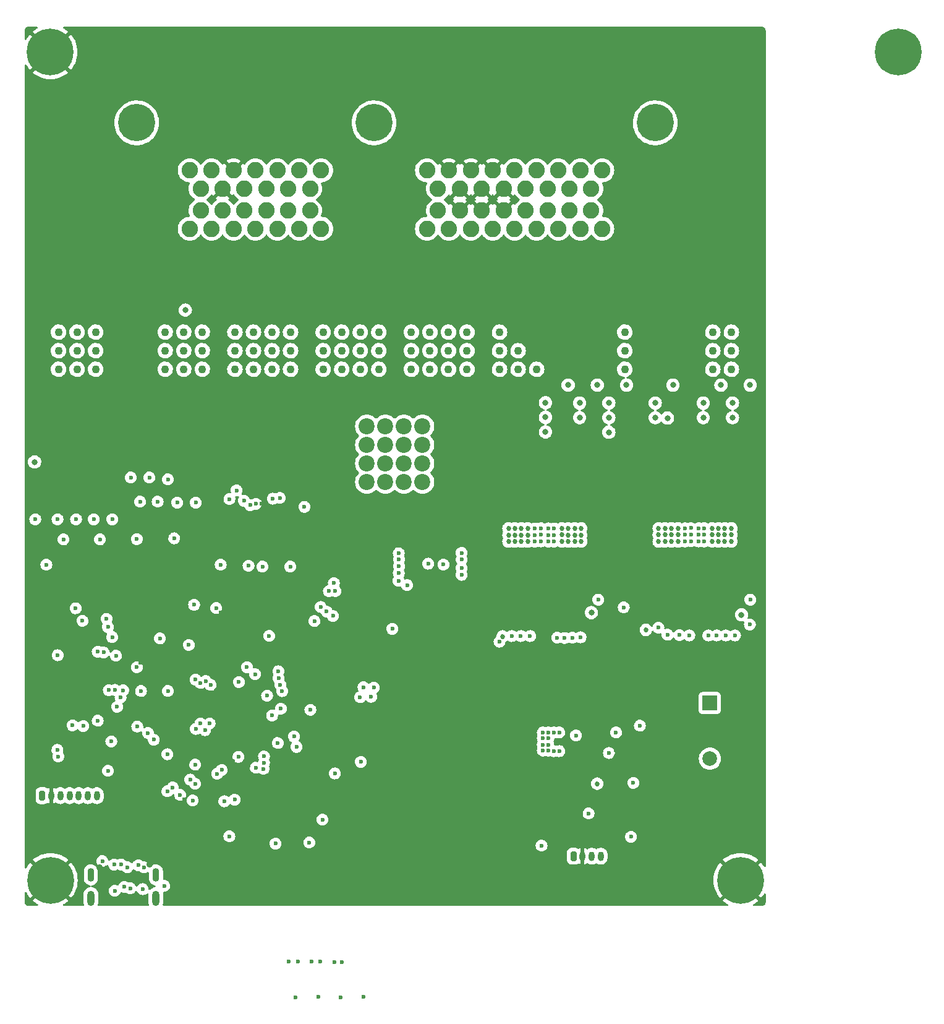
<source format=gbr>
%TF.GenerationSoftware,KiCad,Pcbnew,(6.0.8)*%
%TF.CreationDate,2024-01-16T01:15:22+01:00*%
%TF.ProjectId,pdms,70646d73-2e6b-4696-9361-645f70636258,rev?*%
%TF.SameCoordinates,Original*%
%TF.FileFunction,Copper,L3,Inr*%
%TF.FilePolarity,Positive*%
%FSLAX46Y46*%
G04 Gerber Fmt 4.6, Leading zero omitted, Abs format (unit mm)*
G04 Created by KiCad (PCBNEW (6.0.8)) date 2024-01-16 01:15:22*
%MOMM*%
%LPD*%
G01*
G04 APERTURE LIST*
G04 Aperture macros list*
%AMRoundRect*
0 Rectangle with rounded corners*
0 $1 Rounding radius*
0 $2 $3 $4 $5 $6 $7 $8 $9 X,Y pos of 4 corners*
0 Add a 4 corners polygon primitive as box body*
4,1,4,$2,$3,$4,$5,$6,$7,$8,$9,$2,$3,0*
0 Add four circle primitives for the rounded corners*
1,1,$1+$1,$2,$3*
1,1,$1+$1,$4,$5*
1,1,$1+$1,$6,$7*
1,1,$1+$1,$8,$9*
0 Add four rect primitives between the rounded corners*
20,1,$1+$1,$2,$3,$4,$5,0*
20,1,$1+$1,$4,$5,$6,$7,0*
20,1,$1+$1,$6,$7,$8,$9,0*
20,1,$1+$1,$8,$9,$2,$3,0*%
G04 Aperture macros list end*
%TA.AperFunction,ComponentPad*%
%ADD10RoundRect,0.200000X-0.200000X-0.450000X0.200000X-0.450000X0.200000X0.450000X-0.200000X0.450000X0*%
%TD*%
%TA.AperFunction,ComponentPad*%
%ADD11O,0.800000X1.300000*%
%TD*%
%TA.AperFunction,ComponentPad*%
%ADD12C,0.800000*%
%TD*%
%TA.AperFunction,ComponentPad*%
%ADD13C,6.400000*%
%TD*%
%TA.AperFunction,ComponentPad*%
%ADD14O,1.025000X2.050000*%
%TD*%
%TA.AperFunction,ComponentPad*%
%ADD15O,0.925000X1.850000*%
%TD*%
%TA.AperFunction,ComponentPad*%
%ADD16C,2.250000*%
%TD*%
%TA.AperFunction,ComponentPad*%
%ADD17C,5.100000*%
%TD*%
%TA.AperFunction,ComponentPad*%
%ADD18R,2.000000X2.000000*%
%TD*%
%TA.AperFunction,ComponentPad*%
%ADD19C,2.000000*%
%TD*%
%TA.AperFunction,ComponentPad*%
%ADD20C,2.200000*%
%TD*%
%TA.AperFunction,ViaPad*%
%ADD21C,0.685800*%
%TD*%
%TA.AperFunction,ViaPad*%
%ADD22C,0.889000*%
%TD*%
%TA.AperFunction,ViaPad*%
%ADD23C,0.600000*%
%TD*%
%TA.AperFunction,ViaPad*%
%ADD24C,0.800000*%
%TD*%
%TA.AperFunction,ViaPad*%
%ADD25C,1.100000*%
%TD*%
G04 APERTURE END LIST*
D10*
%TO.N,SAFETY_IN*%
%TO.C,J5*%
X92125000Y-155450000D03*
D11*
%TO.N,GND*%
X93375000Y-155450000D03*
%TO.N,+12V*%
X94625000Y-155450000D03*
%TO.N,+5V*%
X95875000Y-155450000D03*
%TD*%
D10*
%TO.N,+3.3V*%
%TO.C,J1*%
X19364000Y-147160400D03*
D11*
%TO.N,GND*%
X20614000Y-147160400D03*
%TO.N,+5V*%
X21864000Y-147160400D03*
%TO.N,NRST*%
X23114000Y-147160400D03*
%TO.N,SWDIO*%
X24364000Y-147160400D03*
%TO.N,SWCLK*%
X25614000Y-147160400D03*
%TO.N,SWO*%
X26864000Y-147160400D03*
%TD*%
D12*
%TO.N,GND*%
%TO.C,H2*%
X138336856Y-43730344D03*
X136639800Y-43027400D03*
X134942744Y-47124456D03*
D13*
X136639800Y-45427400D03*
D12*
X134239800Y-45427400D03*
X134942744Y-43730344D03*
X136639800Y-47827400D03*
X138336856Y-47124456D03*
X139039800Y-45427400D03*
%TD*%
D14*
%TO.N,unconnected-(J6-PadS1)*%
%TO.C,J6*%
X26030000Y-161213800D03*
%TO.N,unconnected-(J6-PadS2)*%
X34930000Y-161213800D03*
D15*
%TO.N,unconnected-(J6-PadS3)*%
X26030000Y-158013800D03*
%TO.N,unconnected-(J6-PadS4)*%
X34930000Y-158013800D03*
%TD*%
D16*
%TO.N,HP_MOS7*%
%TO.C,J2*%
X96068000Y-69598000D03*
%TO.N,LP_MOS7*%
X94568000Y-67098000D03*
%TO.N,HP_MOS7*%
X93068000Y-69598000D03*
%TO.N,unconnected-(J2-Pad4)*%
X91568000Y-67098000D03*
%TO.N,LP_MOS6*%
X90068000Y-69598000D03*
%TO.N,unconnected-(J2-Pad6)*%
X88568000Y-67098000D03*
%TO.N,LP_MOS5*%
X87068000Y-69598000D03*
%TO.N,HP_MOS6*%
X85568000Y-67098000D03*
X84068000Y-69598000D03*
%TO.N,GND*%
X82568000Y-67098000D03*
%TO.N,LP_MOS4*%
X81068000Y-69598000D03*
%TO.N,GND*%
X79568000Y-67098000D03*
%TO.N,LP_MOS3*%
X78068000Y-69598000D03*
%TO.N,GND*%
X76568000Y-67098000D03*
%TO.N,LP_MOS2*%
X75068000Y-69598000D03*
%TO.N,HP_MOS5*%
X73568000Y-67098000D03*
X72068000Y-69598000D03*
%TO.N,LP_MOS8*%
X96068000Y-61598000D03*
%TO.N,HP_MOS8*%
X94568000Y-64098000D03*
X93068000Y-61598000D03*
%TO.N,+12V*%
X91568000Y-64098000D03*
X90068000Y-61598000D03*
%TO.N,+5VL*%
X88568000Y-64098000D03*
X87068000Y-61598000D03*
%TO.N,+3.3VP*%
X85568000Y-64098000D03*
X84068000Y-61598000D03*
%TO.N,GND*%
X82568000Y-64098000D03*
X81068000Y-61598000D03*
X79568000Y-64098000D03*
X78068000Y-61598000D03*
X76568000Y-64098000D03*
X75068000Y-61598000D03*
%TO.N,SAFETY_IN*%
X73568000Y-64098000D03*
%TO.N,LP_MOS1*%
X72068000Y-61598000D03*
%TO.N,HP_MOS4*%
X57568000Y-69598000D03*
%TO.N,CAN1_L*%
X56068000Y-67098000D03*
%TO.N,HP_MOS4*%
X54568000Y-69598000D03*
%TO.N,CAN1_H*%
X53068000Y-67098000D03*
%TO.N,HP_MOS4*%
X51568000Y-69598000D03*
%TO.N,CAN2_L*%
X50068000Y-67098000D03*
%TO.N,HP_MOS3*%
X48568000Y-69598000D03*
%TO.N,CAN2_H*%
X47068000Y-67098000D03*
%TO.N,HP_MOS3*%
X45568000Y-69598000D03*
%TO.N,HP_MOS2*%
X44068000Y-67098000D03*
%TO.N,HP_MOS3*%
X42568000Y-69598000D03*
%TO.N,HP_MOS2*%
X41068000Y-67098000D03*
X39568000Y-69598000D03*
%TO.N,ADC_IN1*%
X57568000Y-61598000D03*
%TO.N,ADC_IN2*%
X56068000Y-64098000D03*
%TO.N,ADC_IN3*%
X54568000Y-61598000D03*
%TO.N,ADC_IN4*%
X53068000Y-64098000D03*
%TO.N,CONN_AD_IN5*%
X51568000Y-61598000D03*
%TO.N,CONN_AD_IN6*%
X50068000Y-64098000D03*
%TO.N,CONN_AD_IN7*%
X48568000Y-61598000D03*
%TO.N,CONN_AD_IN8*%
X47068000Y-64098000D03*
%TO.N,GND*%
X45568000Y-61598000D03*
X44068000Y-64098000D03*
%TO.N,HP_MOS1*%
X42568000Y-61598000D03*
X41068000Y-64098000D03*
X39568000Y-61598000D03*
D17*
%TO.N,unconnected-(J2-PadMH1)*%
X103318000Y-55098000D03*
%TO.N,unconnected-(J2-PadMH2)*%
X64818000Y-55098000D03*
%TO.N,unconnected-(J2-PadMH3)*%
X32318000Y-55098000D03*
%TD*%
D18*
%TO.N,+5V*%
%TO.C,BZ1*%
X110800000Y-134500000D03*
D19*
%TO.N,Net-(BZ1-Pad2)*%
X110800000Y-142100000D03*
%TD*%
D20*
%TO.N,+12V*%
%TO.C,J3*%
X63830000Y-104250000D03*
X66370000Y-104250000D03*
X68910000Y-104250000D03*
X71450000Y-104250000D03*
X63830000Y-101710000D03*
X66370000Y-101710000D03*
X68910000Y-101710000D03*
X71450000Y-101710000D03*
X63830000Y-99170000D03*
X66370000Y-99170000D03*
X68910000Y-99170000D03*
X71450000Y-99170000D03*
X63830000Y-96630000D03*
X66370000Y-96630000D03*
X68910000Y-96630000D03*
X71450000Y-96630000D03*
%TD*%
D12*
%TO.N,GND*%
%TO.C,H1*%
X18787544Y-47124456D03*
D13*
X20484600Y-45427400D03*
D12*
X18787544Y-43730344D03*
X22181656Y-47124456D03*
X20484600Y-47827400D03*
X22181656Y-43730344D03*
X20484600Y-43027400D03*
X22884600Y-45427400D03*
X18084600Y-45427400D03*
%TD*%
%TO.N,GND*%
%TO.C,H3*%
X22207056Y-160434856D03*
X18812944Y-157040744D03*
X22207056Y-157040744D03*
X22910000Y-158737800D03*
X18812944Y-160434856D03*
D13*
X20510000Y-158737800D03*
D12*
X18110000Y-158737800D03*
X20510000Y-161137800D03*
X20510000Y-156337800D03*
%TD*%
%TO.N,GND*%
%TO.C,H4*%
X113304944Y-160434856D03*
X116699056Y-157040744D03*
X115002000Y-161137800D03*
X112602000Y-158737800D03*
D13*
X115002000Y-158737800D03*
D12*
X117402000Y-158737800D03*
X116699056Y-160434856D03*
X113304944Y-157040744D03*
X115002000Y-156337800D03*
%TD*%
D21*
%TO.N,/POWER_SWITCHES/BTS722204-1/OUT0*%
X84080000Y-110607000D03*
X84980000Y-110607000D03*
X83230000Y-110597000D03*
X84980000Y-111507000D03*
X83230000Y-111497000D03*
X84080000Y-112407000D03*
X83230000Y-112397000D03*
X85880000Y-110607000D03*
X84980000Y-112407000D03*
X85880000Y-112407000D03*
X84080000Y-111507000D03*
X85880000Y-111507000D03*
D22*
%TO.N,GND*%
X64262000Y-126111000D03*
D23*
X113601400Y-47113800D03*
D24*
X41554400Y-76952800D03*
X30886400Y-77918000D03*
X115417600Y-78934800D03*
D23*
X21150000Y-138950000D03*
X92760800Y-135128000D03*
X22856600Y-127929600D03*
X87675000Y-146050000D03*
D24*
X30886400Y-79950000D03*
D23*
X32337497Y-154098503D03*
D24*
X67132200Y-79950800D03*
X53644800Y-76953600D03*
D23*
X116660000Y-62760000D03*
X104557000Y-158013400D03*
D24*
X29489400Y-76952800D03*
D23*
X34180679Y-123180931D03*
X99927000Y-158013400D03*
X95850000Y-140750000D03*
X92760800Y-134213600D03*
X94589600Y-135128000D03*
X45500000Y-142450000D03*
X72225000Y-116725000D03*
X25225000Y-109300000D03*
X36611209Y-140048147D03*
D24*
X79200000Y-78934800D03*
D23*
X40197866Y-158241568D03*
D24*
X42570400Y-76952800D03*
X103352600Y-78934000D03*
X115417600Y-79950800D03*
D23*
X113601400Y-53347000D03*
D22*
X27178000Y-156972000D03*
D21*
X113624889Y-121235455D03*
D23*
X24300000Y-139600000D03*
X99738300Y-133238000D03*
X57165200Y-174704100D03*
X65786000Y-118364000D03*
X24598504Y-129575227D03*
D24*
X101955600Y-76952800D03*
D23*
X114515800Y-54286800D03*
X78638400Y-112845500D03*
D24*
X91287600Y-77918800D03*
D23*
X24130000Y-142494000D03*
X92811600Y-90932000D03*
X28702000Y-154178000D03*
X50673000Y-112395000D03*
X40525000Y-114058000D03*
D24*
X30505400Y-76952800D03*
D23*
X114236400Y-55048800D03*
D21*
X104226889Y-120727455D03*
D23*
X95416800Y-135128000D03*
X100475000Y-143840200D03*
X52610000Y-123750000D03*
X87300000Y-141875000D03*
X30249000Y-109380000D03*
D24*
X66751200Y-76953600D03*
D23*
X68522400Y-91618600D03*
D24*
X94206000Y-107261000D03*
X54660800Y-76953600D03*
D23*
X63337400Y-174704100D03*
X53677200Y-158047600D03*
X49112159Y-127453924D03*
X51331500Y-103581200D03*
D22*
X101600000Y-131724400D03*
D23*
X54341112Y-128928649D03*
D24*
X67132200Y-78934800D03*
D23*
X62937200Y-158047600D03*
D24*
X95123000Y-108150000D03*
X90906600Y-76953600D03*
X89890600Y-76953600D03*
D21*
X93058000Y-121257000D03*
D23*
X102615000Y-156102400D03*
D24*
X114020600Y-76953600D03*
D23*
X76581000Y-112141000D03*
D24*
X103352600Y-79950000D03*
D23*
X117980800Y-62760000D03*
X94801500Y-146735800D03*
X43800000Y-122100000D03*
D24*
X115036600Y-76953600D03*
D23*
X44364200Y-91618600D03*
X23495000Y-113411000D03*
X32766000Y-109411000D03*
D24*
X77803000Y-76953600D03*
D23*
X33405500Y-114046000D03*
X43688000Y-107315000D03*
X94166500Y-146735800D03*
X60213200Y-174754900D03*
D21*
X103210889Y-119203455D03*
D23*
X56454600Y-91618600D03*
X27709000Y-109371000D03*
X54015600Y-174780300D03*
X45567600Y-103632000D03*
X28448000Y-114046000D03*
D21*
X103972889Y-119203455D03*
D24*
X42951400Y-77918000D03*
X115417600Y-77918800D03*
D23*
X95416800Y-133328000D03*
X37846000Y-109474000D03*
D21*
X116164889Y-118949455D03*
D23*
X35306000Y-109421000D03*
X29396300Y-153670000D03*
X114515800Y-53347000D03*
D24*
X42951400Y-78934000D03*
D23*
X34290000Y-135636000D03*
X19685000Y-109347000D03*
X40475000Y-113408000D03*
X22733000Y-109347000D03*
D24*
X115858000Y-107261000D03*
D23*
X99077900Y-133238000D03*
X95297000Y-158013400D03*
X40386000Y-109474000D03*
X20208800Y-91617800D03*
X72197200Y-158047600D03*
X46417960Y-117883094D03*
X117602000Y-123748800D03*
X56816374Y-136991682D03*
X100500000Y-149650500D03*
X99009200Y-120142000D03*
X105206800Y-146446200D03*
X32820000Y-128970000D03*
X28448000Y-113358000D03*
D24*
X79200000Y-77918800D03*
D23*
X83591400Y-156718000D03*
D24*
X114825000Y-108150000D03*
X55041800Y-77918800D03*
X114825000Y-107261000D03*
X115825000Y-108150000D03*
D23*
X34940800Y-91617800D03*
X23950000Y-139000000D03*
X38989000Y-124841000D03*
X45974000Y-148962500D03*
X49168485Y-121924050D03*
D24*
X103352600Y-77918000D03*
D23*
X37070738Y-147957395D03*
X31521400Y-121513600D03*
D21*
X82644000Y-119225000D03*
D23*
X58307200Y-158047600D03*
X23368000Y-143342000D03*
D24*
X30886400Y-78934000D03*
D21*
X103972889Y-119965455D03*
D24*
X42951400Y-79950000D03*
D23*
X67567200Y-158047600D03*
X98417500Y-133238000D03*
X86087200Y-158047600D03*
X65721643Y-117576642D03*
D21*
X95598000Y-118971000D03*
D23*
X57785000Y-132080000D03*
X52401377Y-120666813D03*
X95436500Y-146735800D03*
D24*
X78819000Y-76953600D03*
X65735200Y-76953600D03*
X95156000Y-107261000D03*
D21*
X83406000Y-119987000D03*
D23*
X38051093Y-117679338D03*
X44398200Y-158058800D03*
X23495000Y-114046000D03*
D24*
X91287600Y-79950800D03*
D23*
X97739200Y-139598400D03*
X88800000Y-137250000D03*
D24*
X55041800Y-78934800D03*
D23*
X60000000Y-150550000D03*
X44958000Y-112395000D03*
X33405500Y-113411000D03*
X107314000Y-156141200D03*
X114515800Y-47113800D03*
D21*
X83660000Y-120749000D03*
X109306889Y-125272800D03*
D23*
X109187000Y-158013400D03*
X96071500Y-146735800D03*
X92760800Y-133299200D03*
X102775000Y-112150000D03*
X38802031Y-147714218D03*
X117320400Y-62760000D03*
D21*
X88726000Y-125499500D03*
D23*
X55248592Y-150346409D03*
D24*
X55041800Y-79950800D03*
D23*
X97920011Y-140896811D03*
X49424783Y-107177104D03*
D24*
X91287600Y-78934800D03*
D23*
X80610000Y-91618600D03*
X18669000Y-115570000D03*
X94300000Y-112150000D03*
D21*
X83406000Y-119225000D03*
D23*
X47000000Y-118375000D03*
X114236400Y-48815600D03*
X76827200Y-158047600D03*
X112687000Y-53347000D03*
X95416800Y-134228000D03*
D24*
X94206000Y-108150000D03*
D23*
X81457200Y-158047600D03*
D24*
X67132200Y-77918800D03*
X102971600Y-76952800D03*
D23*
X59182000Y-124841000D03*
X30686497Y-152447503D03*
X52193402Y-141547256D03*
X49047200Y-158047600D03*
X49796203Y-147446203D03*
X93689600Y-135128000D03*
D21*
X103210889Y-119965455D03*
D23*
X89250000Y-153750000D03*
X90667000Y-158013400D03*
X38608000Y-149987000D03*
D21*
X82644000Y-119987000D03*
D22*
X34114729Y-156538863D03*
D23*
X114515800Y-48053600D03*
D24*
X79200000Y-79950800D03*
D23*
X112687000Y-47113800D03*
%TO.N,/POWER_SWITCHES/BTS722204-1/OUT1*%
X87652400Y-112374600D03*
X86852400Y-111507000D03*
X87652400Y-110574600D03*
X86852400Y-110607000D03*
X86852400Y-112407000D03*
X87652400Y-111474600D03*
%TO.N,/POWER_SWITCHES/BTS722204-1/OUT2*%
X89481200Y-111507400D03*
X89481200Y-112407400D03*
X88681200Y-111500000D03*
X88681200Y-112400000D03*
X88681200Y-110600000D03*
X89481200Y-110607400D03*
D21*
%TO.N,/POWER_SWITCHES/BTS722204-1/OUT3*%
X90540000Y-110587000D03*
X93190000Y-111497000D03*
X93190000Y-110597000D03*
X90540000Y-112387000D03*
X91390000Y-112397000D03*
X91390000Y-110597000D03*
X92290000Y-112397000D03*
X91390000Y-111497000D03*
X92290000Y-110597000D03*
X93190000Y-112397000D03*
X92290000Y-111497000D03*
X90540000Y-111487000D03*
D23*
%TO.N,SENS_OUT_LP1*%
X59182000Y-122574500D03*
X95504000Y-120345200D03*
D24*
X94584395Y-122118235D03*
D23*
%TO.N,SENS_OUT_LP2*%
X56645345Y-123276500D03*
D24*
X115140000Y-122430000D03*
D23*
X116332000Y-120345200D03*
D25*
%TO.N,+12V*%
X50841200Y-83744600D03*
X99152000Y-86283800D03*
D24*
X95391800Y-90982800D03*
D25*
X74999400Y-86284600D03*
X111217000Y-88824600D03*
X21605800Y-88823800D03*
X82007000Y-86284600D03*
D24*
X88290000Y-95400000D03*
X88290000Y-93400000D03*
X92963000Y-93440000D03*
D25*
X53381200Y-88824600D03*
D24*
X18322000Y-101504000D03*
D25*
X57851600Y-88824600D03*
X62931600Y-88824600D03*
D24*
X116328000Y-90982800D03*
D25*
X77539400Y-83744600D03*
D24*
X96963000Y-97440000D03*
X96963000Y-93440000D03*
D25*
X82007000Y-88824600D03*
D24*
X105000000Y-95500000D03*
D25*
X111217000Y-83744600D03*
X84547000Y-86284600D03*
X48301200Y-86284600D03*
X111217000Y-86284600D03*
D24*
X91391800Y-90982800D03*
X92963000Y-95440000D03*
D25*
X99152000Y-88823800D03*
D24*
X113899200Y-95440000D03*
D25*
X84547000Y-88824600D03*
X45761200Y-83744600D03*
X36210800Y-86283800D03*
D24*
X109899200Y-93440000D03*
D25*
X45761200Y-86284600D03*
X69919400Y-88824600D03*
D23*
X18415000Y-109347000D03*
D25*
X48301200Y-83744600D03*
X74999400Y-88824600D03*
X72459400Y-86284600D03*
X26685800Y-88823800D03*
X77539400Y-86284600D03*
X48301200Y-88824600D03*
X65471600Y-88824600D03*
X45761200Y-88824600D03*
X60391600Y-83744600D03*
X72459400Y-88824600D03*
D24*
X88290000Y-97400000D03*
D25*
X38750800Y-88823800D03*
D24*
X109899200Y-95440000D03*
D25*
X77539400Y-88824600D03*
X41290800Y-83743800D03*
X50841200Y-86284600D03*
X72459400Y-83744600D03*
X21605800Y-83743800D03*
D24*
X99391800Y-90982800D03*
D25*
X65471600Y-86284600D03*
X113757000Y-88824600D03*
X60391600Y-88824600D03*
D24*
X113899200Y-93440000D03*
D25*
X26685800Y-86283800D03*
X113757000Y-86284600D03*
X24145800Y-86283800D03*
X60391600Y-86284600D03*
X87087000Y-88824600D03*
X69919400Y-83744600D03*
D24*
X103327200Y-93440000D03*
X103327200Y-95440000D03*
D25*
X62931600Y-86284600D03*
X41290800Y-88823800D03*
X57851600Y-83744600D03*
D24*
X105756000Y-90982800D03*
D25*
X21605800Y-86283800D03*
X65471600Y-83744600D03*
X113757000Y-83744600D03*
X36210800Y-83743800D03*
X36210800Y-88823800D03*
X24145800Y-88823800D03*
X41290800Y-86283800D03*
X82007000Y-83744600D03*
X69919400Y-86284600D03*
X38750800Y-83743800D03*
X24145800Y-83743800D03*
X74999400Y-83744600D03*
X53381200Y-86284600D03*
X38750800Y-86283800D03*
X57851600Y-86284600D03*
X53381200Y-83744600D03*
D24*
X112328000Y-90982800D03*
D25*
X50841200Y-88824600D03*
X26685800Y-83743800D03*
X99152000Y-83743800D03*
X62931600Y-83744600D03*
D24*
X96963000Y-95440000D03*
D21*
%TO.N,/POWER_SWITCHES/BTS722204-2/OUT0*%
X104646889Y-111485455D03*
X105546889Y-110585455D03*
X103796889Y-111475455D03*
X106446889Y-110585455D03*
X105546889Y-111485455D03*
X104646889Y-110585455D03*
X105546889Y-112385455D03*
X103796889Y-112375455D03*
X106446889Y-112385455D03*
X106446889Y-111485455D03*
X104646889Y-112385455D03*
X103796889Y-110575455D03*
D23*
%TO.N,/POWER_SWITCHES/BTS722204-2/OUT1*%
X108219289Y-112353055D03*
X107419289Y-111485455D03*
X107419289Y-112385455D03*
X108219289Y-111453055D03*
X107419289Y-110585455D03*
X108219289Y-110553055D03*
%TO.N,/POWER_SWITCHES/BTS722204-2/OUT2*%
X109248089Y-111478455D03*
X110048089Y-111485855D03*
X109248089Y-110578455D03*
X110048089Y-112385855D03*
X110048089Y-110585855D03*
X109248089Y-112378455D03*
D21*
%TO.N,/POWER_SWITCHES/BTS722204-2/OUT3*%
X112856889Y-110575455D03*
X111956889Y-112375455D03*
X113756889Y-111475455D03*
X112856889Y-112375455D03*
X111106889Y-112365455D03*
X112856889Y-111475455D03*
X111956889Y-110575455D03*
X111956889Y-111475455D03*
X111106889Y-111465455D03*
X111106889Y-110565455D03*
X113756889Y-112375455D03*
X113756889Y-110575455D03*
D23*
%TO.N,LP_SIG_IN1*%
X51706560Y-130149931D03*
X89900000Y-125550000D03*
%TO.N,+5V*%
X36068000Y-159512000D03*
X46990000Y-106807000D03*
X87750000Y-154000000D03*
%TO.N,Net-(JP1-Pad2)*%
X54198761Y-140492239D03*
%TO.N,/ARGB_LEDS/LED_DATA_IN*%
X28834174Y-139750000D03*
X29319411Y-132697411D03*
%TO.N,/POWER1/PG3V3*%
X101222811Y-137594011D03*
X96977200Y-141325600D03*
%TO.N,/PERIPHERAL/BUZZ_IN*%
X100000000Y-152800000D03*
X45000000Y-152724500D03*
D21*
%TO.N,12V_LOGIC_ONLY*%
X95372324Y-145526242D03*
D23*
X100325000Y-145425000D03*
%TO.N,ADC_IN1*%
X21463000Y-109347000D03*
%TO.N,ADC_IN2*%
X24003000Y-109347000D03*
%TO.N,LP_SIG_IN2*%
X51733661Y-131102839D03*
X90927493Y-125593998D03*
%TO.N,LP_SIG_IN3*%
X51973264Y-131978838D03*
X92000000Y-125550000D03*
%TO.N,LP_SIG_IN4*%
X52220387Y-132862357D03*
X93100000Y-125500000D03*
%TO.N,LP_SIG_IN5*%
X110600000Y-125250000D03*
X49735232Y-141792974D03*
%TO.N,LP_SIG_IN6*%
X111750000Y-125250000D03*
X49745530Y-142686450D03*
%TO.N,LP_SIG_IN7*%
X113000000Y-125250000D03*
X43950000Y-143650000D03*
%TO.N,LP_SIG_IN8*%
X43324651Y-144174500D03*
X114250000Y-125250000D03*
%TO.N,VDDA*%
X43200000Y-121500000D03*
%TO.N,NCS*%
X28956000Y-125476000D03*
X29464000Y-128016000D03*
%TO.N,SENS_OUT3*%
X55268800Y-107646800D03*
%TO.N,SENS_OUT5*%
X59502711Y-119160889D03*
%TO.N,SENS_OUT6*%
X58629322Y-119170678D03*
%TO.N,SENS_OUT7*%
X57505600Y-121346300D03*
%TO.N,SENS_OUT8*%
X58320349Y-121974697D03*
%TO.N,BK1_IO0*%
X23950000Y-121525000D03*
X24875000Y-123244500D03*
%TO.N,BK1_IO1*%
X27778945Y-127567306D03*
X28375000Y-124100000D03*
%TO.N,BK1_IO2*%
X26972094Y-127469171D03*
X28175000Y-122975000D03*
%TO.N,LP_CSN1*%
X81993564Y-126096859D03*
X49675390Y-143499487D03*
X63373000Y-132334000D03*
%TO.N,LP_CSN2*%
X108000000Y-125250000D03*
X59436000Y-144119600D03*
X63000000Y-142551500D03*
X48624500Y-143353981D03*
%TO.N,NRST*%
X36576000Y-132842000D03*
%TO.N,ADC_IN3*%
X26416000Y-109347000D03*
%TO.N,ADC_IN4*%
X28956000Y-109347000D03*
%TO.N,/PERIPHERAL/TEMP1_ALERT*%
X55950000Y-153575000D03*
X51325000Y-153733900D03*
%TO.N,/IMU/IMU_I2C_SA0*%
X29625675Y-135001783D03*
X23525212Y-137547894D03*
%TO.N,/IMU/IMU_I2C_SDA*%
X30099000Y-133731000D03*
X26968324Y-136915549D03*
X24983411Y-137633411D03*
%TO.N,/IMU/IMU_I2C_SCL*%
X30446512Y-132742851D03*
%TO.N,/CAN_BUS/CAN2_RX*%
X47625000Y-115697000D03*
X46303744Y-131620566D03*
%TO.N,/CAN_BUS/CAN2_TX*%
X50850000Y-136200000D03*
X43815000Y-115570000D03*
%TO.N,/CAN_BUS/CAN1_RX*%
X52052338Y-135272662D03*
X53340000Y-115824000D03*
%TO.N,/CAN_BUS/CAN1_TX*%
X50162971Y-133479029D03*
X49530000Y-115824000D03*
%TO.N,CAN1_H*%
X50952400Y-106527600D03*
%TO.N,CAN1_L*%
X51917600Y-106426000D03*
%TO.N,CAN2_L*%
X45991690Y-105395936D03*
%TO.N,CAN2_H*%
X45008800Y-106578400D03*
%TO.N,SWDIO*%
X39630991Y-144969217D03*
%TO.N,SWCLK*%
X40312500Y-145542000D03*
%TO.N,CONN_AD_IN5*%
X31496000Y-103632000D03*
%TO.N,CONN_AD_IN6*%
X34036000Y-103632000D03*
%TO.N,CONN_AD_IN7*%
X36576000Y-103886000D03*
%TO.N,Net-(R1-Pad2)*%
X40358854Y-131286796D03*
X40394500Y-138034341D03*
X32766000Y-106934000D03*
X53159400Y-169887500D03*
%TO.N,SIG_IN5*%
X54379400Y-169877500D03*
%TO.N,SIG_IN6*%
X57419200Y-169852700D03*
%TO.N,SIG_IN7*%
X60441800Y-169954300D03*
%TO.N,+3.3V*%
X99009200Y-121412000D03*
X94200000Y-149600000D03*
X53848000Y-139065000D03*
X72225000Y-115425000D03*
X39979600Y-147828000D03*
X36500000Y-141500000D03*
D21*
X82426800Y-125374400D03*
D23*
X89425000Y-138525000D03*
X32319000Y-112058000D03*
X68173600Y-117754400D03*
X32333554Y-129604488D03*
X37450000Y-111958000D03*
X87925000Y-141000000D03*
X51622007Y-139967768D03*
X45720000Y-147709500D03*
X19939000Y-115570000D03*
X87925000Y-138525000D03*
X88675000Y-139325000D03*
X56093091Y-135422909D03*
X35493179Y-125649230D03*
X21450000Y-140900000D03*
X57750000Y-150450000D03*
X32900000Y-132850000D03*
X90175000Y-141075000D03*
X28488581Y-132725671D03*
D21*
X102035600Y-124482600D03*
D23*
X88675000Y-140200000D03*
X32386011Y-137700733D03*
X116281200Y-123748800D03*
X21573988Y-141800325D03*
X89425000Y-141075000D03*
X87925000Y-140200000D03*
X87925000Y-139325000D03*
X22275000Y-112108000D03*
X38252400Y-147066000D03*
X40162914Y-121051338D03*
X88675000Y-141000000D03*
X39450000Y-126550000D03*
X90175000Y-138525000D03*
X27271000Y-112108000D03*
X46250000Y-141850000D03*
X88675000Y-138525000D03*
X21485000Y-127955000D03*
X50450000Y-125300000D03*
%TO.N,SAFETY_IN*%
X67310000Y-124333000D03*
X69342000Y-118364000D03*
%TO.N,Net-(R117-Pad2)*%
X41010500Y-131750000D03*
X56276200Y-169878100D03*
X41021000Y-137287000D03*
X35179000Y-106934000D03*
%TO.N,Net-(R118-Pad2)*%
X41767892Y-131493951D03*
X37846000Y-107061000D03*
X59400400Y-169954300D03*
X41666500Y-138200000D03*
%TO.N,Net-(R119-Pad2)*%
X42291000Y-137287000D03*
X40386000Y-107061000D03*
X42420029Y-132000000D03*
%TO.N,Net-(D4-Pad3)*%
X44291089Y-147928911D03*
%TO.N,SPI2_MISO*%
X103751978Y-124185150D03*
X64770000Y-132388154D03*
X83650000Y-125323600D03*
%TO.N,SPI2_MOSI*%
X62900000Y-133700000D03*
X84916000Y-125323600D03*
X105000000Y-125150000D03*
%TO.N,SPI1_MISO*%
X33850000Y-138600000D03*
%TO.N,SPI1_MOSI*%
X34650000Y-139500000D03*
%TO.N,Net-(J6-PadA5)*%
X29210000Y-156591000D03*
%TO.N,USB_CONN_D+*%
X30606162Y-159639000D03*
X30175200Y-156591000D03*
%TO.N,USB_CONN_D-*%
X31013118Y-156972808D03*
%TO.N,Net-(J6-PadB5)*%
X31433624Y-159839975D03*
%TO.N,/USB-C/USB_D+*%
X36519000Y-146558000D03*
%TO.N,/USB-C/USB_D-*%
X37243285Y-146050500D03*
%TO.N,USBC_SWCLK*%
X29305603Y-160178397D03*
X27600171Y-156127658D03*
X32539691Y-156678756D03*
%TO.N,USBC_SWDIO*%
X33126947Y-159962819D03*
X33280213Y-156980137D03*
%TO.N,SPI2_SCK*%
X64416589Y-133637154D03*
X86186000Y-125323600D03*
X106650000Y-125200000D03*
%TO.N,/POWER1/PREFUSE_3V3*%
X97950000Y-138525000D03*
X92475000Y-138925000D03*
%TO.N,SWO*%
X40312500Y-142925500D03*
X28380174Y-143764000D03*
%TO.N,/CAN_BUS/CAN_TERMINATOR_2*%
X48627416Y-107235500D03*
X48525993Y-130544008D03*
%TO.N,/CAN_BUS/CAN_TERMINATOR_1*%
X47404659Y-129591508D03*
X47845997Y-107404581D03*
D24*
%TO.N,/HP_POWER_CHANNEL/BTS50005-1LUA2/IN*%
X38963600Y-80721200D03*
D23*
%TO.N,/HP_VMUX/HP_VMUX_ADC*%
X74325000Y-115550000D03*
X59309300Y-118084300D03*
%TO.N,/HP_VMUX/HP_MOS_DIV8*%
X76809600Y-116941600D03*
%TO.N,/HP_VMUX/HP_MOS_DIV7*%
X76809600Y-116027200D03*
%TO.N,/HP_VMUX/HP_MOS_DIV6*%
X76809600Y-114858800D03*
%TO.N,/HP_VMUX/HP_MOS_DIV5*%
X76809600Y-113944400D03*
%TO.N,/HP_VMUX/HP_MOS_DIV4*%
X68199000Y-113995200D03*
%TO.N,/HP_VMUX/HP_MOS_DIV3*%
X68224400Y-114851473D03*
%TO.N,/HP_VMUX/HP_MOS_DIV2*%
X68234314Y-115791681D03*
%TO.N,/HP_VMUX/HP_MOS_DIV1*%
X68199000Y-116713000D03*
%TD*%
%TA.AperFunction,Conductor*%
%TO.N,GND*%
G36*
X17949131Y-41941435D02*
G01*
X18633691Y-41941492D01*
X18701809Y-41961500D01*
X18748297Y-42015159D01*
X18758395Y-42085434D01*
X18728897Y-42150012D01*
X18690883Y-42179758D01*
X18631005Y-42210268D01*
X18625287Y-42213569D01*
X18304865Y-42421653D01*
X18299539Y-42425523D01*
X18060765Y-42618878D01*
X18052300Y-42631133D01*
X18058634Y-42642224D01*
X20471788Y-45055378D01*
X20485732Y-45062992D01*
X20487565Y-45062861D01*
X20494180Y-45058610D01*
X22909700Y-42643090D01*
X22916841Y-42630014D01*
X22909384Y-42619647D01*
X22669665Y-42425526D01*
X22664328Y-42421649D01*
X22343915Y-42213570D01*
X22338206Y-42210274D01*
X22278926Y-42180069D01*
X22227311Y-42131321D01*
X22210245Y-42062406D01*
X22233146Y-41995204D01*
X22288743Y-41951052D01*
X22336140Y-41941802D01*
X80867135Y-41946690D01*
X117912317Y-41949784D01*
X117931682Y-41951284D01*
X117944768Y-41953321D01*
X117946099Y-41953528D01*
X117955419Y-41954979D01*
X117964322Y-41953815D01*
X117964324Y-41953815D01*
X117964448Y-41953799D01*
X117994885Y-41953528D01*
X118038304Y-41958419D01*
X118056957Y-41960520D01*
X118084466Y-41966799D01*
X118161559Y-41993775D01*
X118186978Y-42006016D01*
X118256126Y-42049463D01*
X118278187Y-42067055D01*
X118335938Y-42124805D01*
X118353529Y-42146863D01*
X118395445Y-42213569D01*
X118396981Y-42216014D01*
X118409224Y-42241436D01*
X118436199Y-42318525D01*
X118442476Y-42346023D01*
X118448721Y-42401439D01*
X118448403Y-42417159D01*
X118449490Y-42417172D01*
X118449381Y-42426144D01*
X118447999Y-42435018D01*
X118450460Y-42453834D01*
X118452126Y-42466575D01*
X118453190Y-42482914D01*
X118453190Y-156819366D01*
X118433188Y-156887487D01*
X118379532Y-156933980D01*
X118309258Y-156944084D01*
X118244678Y-156914590D01*
X118218072Y-156882367D01*
X118215840Y-156878501D01*
X118007747Y-156558065D01*
X118003877Y-156552739D01*
X117810522Y-156313965D01*
X117798267Y-156305500D01*
X117787176Y-156311834D01*
X115374022Y-158724988D01*
X115366408Y-158738932D01*
X115366539Y-158740765D01*
X115370790Y-158747380D01*
X117786310Y-161162900D01*
X117799386Y-161170041D01*
X117809753Y-161162584D01*
X118003877Y-160922861D01*
X118007747Y-160917535D01*
X118215840Y-160597099D01*
X118218072Y-160593233D01*
X118269455Y-160544240D01*
X118339169Y-160530805D01*
X118405079Y-160557192D01*
X118446261Y-160615025D01*
X118453190Y-160656234D01*
X118453190Y-161701926D01*
X118451690Y-161721310D01*
X118450285Y-161730337D01*
X118447999Y-161745017D01*
X118449179Y-161754042D01*
X118449451Y-161784481D01*
X118442457Y-161846555D01*
X118436179Y-161874061D01*
X118409207Y-161951147D01*
X118396964Y-161976570D01*
X118353515Y-162045719D01*
X118335923Y-162067778D01*
X118278179Y-162125522D01*
X118256124Y-162143111D01*
X118186967Y-162186566D01*
X118161551Y-162198805D01*
X118084463Y-162225779D01*
X118056957Y-162232057D01*
X118001486Y-162238307D01*
X117985835Y-162237893D01*
X117985820Y-162239086D01*
X117976843Y-162238977D01*
X117967971Y-162237595D01*
X117936429Y-162241719D01*
X117920090Y-162242782D01*
X116815657Y-162242690D01*
X116747537Y-162222682D01*
X116701049Y-162169023D01*
X116690951Y-162098748D01*
X116720449Y-162034170D01*
X116758464Y-162004423D01*
X116855606Y-161954927D01*
X116861315Y-161951630D01*
X117181728Y-161743551D01*
X117187065Y-161739674D01*
X117425835Y-161546322D01*
X117434300Y-161534067D01*
X117427966Y-161522976D01*
X115014812Y-159109822D01*
X115000868Y-159102208D01*
X114999035Y-159102339D01*
X114992420Y-159106590D01*
X112576900Y-161522110D01*
X112569759Y-161535186D01*
X112577216Y-161545553D01*
X112816935Y-161739674D01*
X112822272Y-161743551D01*
X113142685Y-161951630D01*
X113148394Y-161954926D01*
X113244942Y-162004120D01*
X113296557Y-162052868D01*
X113313623Y-162121783D01*
X113290722Y-162188985D01*
X113235125Y-162233137D01*
X113187728Y-162242387D01*
X36011664Y-162235942D01*
X35943545Y-162215934D01*
X35897057Y-162162275D01*
X35886959Y-162092000D01*
X35891573Y-162071844D01*
X35931658Y-161945478D01*
X35931659Y-161945474D01*
X35933521Y-161939605D01*
X35951000Y-161783774D01*
X35951000Y-160650918D01*
X35950651Y-160647350D01*
X35941710Y-160556170D01*
X35936401Y-160502027D01*
X35934619Y-160496124D01*
X35934619Y-160496123D01*
X35931903Y-160487128D01*
X35931364Y-160416134D01*
X35969293Y-160356118D01*
X36033648Y-160326135D01*
X36048817Y-160325152D01*
X36050961Y-160325438D01*
X36057972Y-160324800D01*
X36057973Y-160324800D01*
X36216799Y-160310345D01*
X36231600Y-160308998D01*
X36238302Y-160306820D01*
X36238304Y-160306820D01*
X36397409Y-160255124D01*
X36397412Y-160255123D01*
X36404108Y-160252947D01*
X36541013Y-160171335D01*
X36553860Y-160163677D01*
X36553862Y-160163676D01*
X36559912Y-160160069D01*
X36691266Y-160034982D01*
X36791643Y-159883902D01*
X36841399Y-159752919D01*
X36853555Y-159720920D01*
X36853556Y-159720918D01*
X36856055Y-159714338D01*
X36858588Y-159696315D01*
X36880748Y-159538639D01*
X36880748Y-159538636D01*
X36881299Y-159534717D01*
X36881616Y-159512000D01*
X36861397Y-159331745D01*
X36859035Y-159324962D01*
X36804064Y-159167106D01*
X36804062Y-159167103D01*
X36801745Y-159160448D01*
X36732866Y-159050218D01*
X36709359Y-159012598D01*
X36705626Y-159006624D01*
X36693255Y-158994166D01*
X36582778Y-158882915D01*
X36582774Y-158882912D01*
X36577815Y-158877918D01*
X36559633Y-158866379D01*
X36496380Y-158826238D01*
X36424666Y-158780727D01*
X36380957Y-158765163D01*
X36313384Y-158741101D01*
X111289084Y-158741101D01*
X111309080Y-159122633D01*
X111309766Y-159129171D01*
X111369535Y-159506534D01*
X111370906Y-159512984D01*
X111469788Y-159882016D01*
X111471829Y-159888298D01*
X111608740Y-160244964D01*
X111611422Y-160250989D01*
X111784872Y-160591403D01*
X111788169Y-160597113D01*
X111996253Y-160917535D01*
X112000123Y-160922861D01*
X112193478Y-161161635D01*
X112205733Y-161170100D01*
X112216824Y-161163766D01*
X114629978Y-158750612D01*
X114637592Y-158736668D01*
X114637461Y-158734835D01*
X114633210Y-158728220D01*
X112217690Y-156312700D01*
X112204614Y-156305559D01*
X112194247Y-156313016D01*
X112000123Y-156552739D01*
X111996253Y-156558065D01*
X111788169Y-156878487D01*
X111784872Y-156884197D01*
X111611422Y-157224611D01*
X111608740Y-157230636D01*
X111471829Y-157587302D01*
X111469788Y-157593584D01*
X111370906Y-157962616D01*
X111369535Y-157969066D01*
X111309766Y-158346429D01*
X111309080Y-158352967D01*
X111289084Y-158734499D01*
X111289084Y-158741101D01*
X36313384Y-158741101D01*
X36260425Y-158722243D01*
X36260420Y-158722242D01*
X36253790Y-158719881D01*
X36246802Y-158719048D01*
X36246799Y-158719047D01*
X36103325Y-158701939D01*
X36073680Y-158698404D01*
X36066677Y-158699140D01*
X36066675Y-158699140D01*
X36040045Y-158701939D01*
X35970207Y-158689167D01*
X35918360Y-158640665D01*
X35900922Y-158573346D01*
X35901000Y-158571853D01*
X35901000Y-157501998D01*
X35886073Y-157355046D01*
X35827083Y-157166810D01*
X35731448Y-156994279D01*
X35603074Y-156844502D01*
X35447205Y-156723598D01*
X35270209Y-156636505D01*
X35264031Y-156634896D01*
X35264029Y-156634895D01*
X35085497Y-156588391D01*
X35085494Y-156588391D01*
X35079315Y-156586781D01*
X34987025Y-156581944D01*
X34888703Y-156576791D01*
X34888699Y-156576791D01*
X34882322Y-156576457D01*
X34687277Y-156605955D01*
X34502146Y-156674070D01*
X34496730Y-156677428D01*
X34496726Y-156677430D01*
X34339916Y-156774656D01*
X34339912Y-156774659D01*
X34334493Y-156778019D01*
X34290770Y-156819366D01*
X34274023Y-156835203D01*
X34210784Y-156867474D01*
X34140138Y-156860434D01*
X34084512Y-156816317D01*
X34068459Y-156785091D01*
X34056581Y-156750980D01*
X34046065Y-156720783D01*
X34016277Y-156635243D01*
X34016275Y-156635240D01*
X34013958Y-156628585D01*
X33997574Y-156602365D01*
X33921572Y-156480735D01*
X33917839Y-156474761D01*
X33905413Y-156462248D01*
X33794991Y-156351052D01*
X33794987Y-156351049D01*
X33790028Y-156346055D01*
X33781088Y-156340381D01*
X33722975Y-156303502D01*
X33636879Y-156248864D01*
X33581763Y-156229238D01*
X33472638Y-156190380D01*
X33472633Y-156190379D01*
X33466003Y-156188018D01*
X33459015Y-156187185D01*
X33459012Y-156187184D01*
X33318666Y-156170449D01*
X33285893Y-156166541D01*
X33278890Y-156167277D01*
X33278887Y-156167277D01*
X33241466Y-156171210D01*
X33171627Y-156158437D01*
X33138890Y-156134684D01*
X33054469Y-156049671D01*
X33054465Y-156049668D01*
X33049506Y-156044674D01*
X33038388Y-156037618D01*
X32990229Y-156007056D01*
X32896357Y-155947483D01*
X32846484Y-155929724D01*
X32732116Y-155888999D01*
X32732111Y-155888998D01*
X32725481Y-155886637D01*
X32718493Y-155885804D01*
X32718490Y-155885803D01*
X32595389Y-155871124D01*
X32545371Y-155865160D01*
X32538368Y-155865896D01*
X32538367Y-155865896D01*
X32371979Y-155883384D01*
X32371977Y-155883385D01*
X32364979Y-155884120D01*
X32193270Y-155942574D01*
X32165756Y-155959501D01*
X32044786Y-156033922D01*
X32044783Y-156033924D01*
X32038779Y-156037618D01*
X32033744Y-156042549D01*
X32033741Y-156042551D01*
X31919945Y-156153989D01*
X31909184Y-156164527D01*
X31810926Y-156316994D01*
X31808517Y-156323614D01*
X31808515Y-156323617D01*
X31795800Y-156358552D01*
X31753706Y-156415723D01*
X31687384Y-156441061D01*
X31617893Y-156426520D01*
X31587994Y-156404241D01*
X31527901Y-156343728D01*
X31527897Y-156343725D01*
X31522933Y-156338726D01*
X31482421Y-156313016D01*
X31387287Y-156252643D01*
X31369784Y-156241535D01*
X31335250Y-156229238D01*
X31205543Y-156183051D01*
X31205538Y-156183050D01*
X31198908Y-156180689D01*
X31191920Y-156179856D01*
X31191917Y-156179855D01*
X31068816Y-156165176D01*
X31018798Y-156159212D01*
X31011795Y-156159948D01*
X31011794Y-156159948D01*
X30946970Y-156166761D01*
X30877132Y-156153989D01*
X30826947Y-156108222D01*
X30816559Y-156091598D01*
X30812826Y-156085624D01*
X30759270Y-156031693D01*
X30689978Y-155961915D01*
X30689974Y-155961912D01*
X30685015Y-155956918D01*
X30673897Y-155949862D01*
X30577991Y-155888999D01*
X30531866Y-155859727D01*
X30502663Y-155849328D01*
X30367625Y-155801243D01*
X30367620Y-155801242D01*
X30360990Y-155798881D01*
X30354002Y-155798048D01*
X30353999Y-155798047D01*
X30225830Y-155782764D01*
X30180880Y-155777404D01*
X30173877Y-155778140D01*
X30173876Y-155778140D01*
X30007488Y-155795628D01*
X30007486Y-155795629D01*
X30000488Y-155796364D01*
X29910294Y-155827068D01*
X29835449Y-155852547D01*
X29835446Y-155852548D01*
X29828779Y-155854818D01*
X29822780Y-155858508D01*
X29822779Y-155858509D01*
X29758818Y-155897858D01*
X29690317Y-155916516D01*
X29625283Y-155896926D01*
X29605103Y-155884120D01*
X29566666Y-155859727D01*
X29537463Y-155849328D01*
X29402425Y-155801243D01*
X29402420Y-155801242D01*
X29395790Y-155798881D01*
X29388802Y-155798048D01*
X29388799Y-155798047D01*
X29260630Y-155782764D01*
X29215680Y-155777404D01*
X29208677Y-155778140D01*
X29208676Y-155778140D01*
X29042288Y-155795628D01*
X29042286Y-155795629D01*
X29035288Y-155796364D01*
X28863579Y-155854818D01*
X28845572Y-155865896D01*
X28715095Y-155946166D01*
X28715092Y-155946168D01*
X28709088Y-155949862D01*
X28704053Y-155954793D01*
X28704050Y-155954795D01*
X28609619Y-156047269D01*
X28546954Y-156080639D01*
X28476196Y-156074833D01*
X28419809Y-156031693D01*
X28396247Y-155971288D01*
X28394635Y-155956918D01*
X28393568Y-155947403D01*
X28390681Y-155939113D01*
X28336235Y-155782764D01*
X28336233Y-155782761D01*
X28333916Y-155776106D01*
X28237797Y-155622282D01*
X28136894Y-155520672D01*
X28114949Y-155498573D01*
X28114945Y-155498570D01*
X28109986Y-155493576D01*
X28098868Y-155486520D01*
X28050709Y-155455958D01*
X27956837Y-155396385D01*
X27927634Y-155385986D01*
X27792596Y-155337901D01*
X27792591Y-155337900D01*
X27785961Y-155335539D01*
X27778973Y-155334706D01*
X27778970Y-155334705D01*
X27655869Y-155320026D01*
X27605851Y-155314062D01*
X27598848Y-155314798D01*
X27598847Y-155314798D01*
X27432459Y-155332286D01*
X27432457Y-155332287D01*
X27425459Y-155333022D01*
X27253750Y-155391476D01*
X27247746Y-155395170D01*
X27105266Y-155482824D01*
X27105263Y-155482826D01*
X27099259Y-155486520D01*
X27094224Y-155491451D01*
X27094221Y-155491453D01*
X27064384Y-155520672D01*
X26969664Y-155613429D01*
X26871406Y-155765896D01*
X26868997Y-155772516D01*
X26868995Y-155772519D01*
X26826600Y-155888999D01*
X26809368Y-155936343D01*
X26786634Y-156116298D01*
X26804334Y-156296818D01*
X26861589Y-156468931D01*
X26865236Y-156474953D01*
X26865237Y-156474955D01*
X26946114Y-156608499D01*
X26955551Y-156624082D01*
X26960440Y-156629145D01*
X26960441Y-156629146D01*
X26981198Y-156650640D01*
X27081553Y-156754560D01*
X27087449Y-156758418D01*
X27226403Y-156849347D01*
X27233330Y-156853880D01*
X27239934Y-156856336D01*
X27239936Y-156856337D01*
X27396729Y-156914648D01*
X27396731Y-156914648D01*
X27403339Y-156917106D01*
X27487166Y-156928291D01*
X27576151Y-156940165D01*
X27576155Y-156940165D01*
X27583132Y-156941096D01*
X27590143Y-156940458D01*
X27590147Y-156940458D01*
X27753508Y-156925590D01*
X27763771Y-156924656D01*
X27770473Y-156922478D01*
X27770475Y-156922478D01*
X27929580Y-156870782D01*
X27929583Y-156870781D01*
X27936279Y-156868605D01*
X28080881Y-156782405D01*
X28086031Y-156779335D01*
X28086033Y-156779334D01*
X28092083Y-156775727D01*
X28108430Y-156760160D01*
X28200972Y-156672034D01*
X28264097Y-156639541D01*
X28334767Y-156646334D01*
X28390547Y-156690257D01*
X28411533Y-156746357D01*
X28412010Y-156746256D01*
X28412688Y-156749446D01*
X28413262Y-156750980D01*
X28413474Y-156753144D01*
X28413476Y-156753153D01*
X28414163Y-156760160D01*
X28471418Y-156932273D01*
X28475065Y-156938295D01*
X28475066Y-156938297D01*
X28557944Y-157075145D01*
X28565380Y-157087424D01*
X28570269Y-157092487D01*
X28570270Y-157092488D01*
X28636645Y-157161221D01*
X28691382Y-157217902D01*
X28703013Y-157225513D01*
X28817743Y-157300590D01*
X28843159Y-157317222D01*
X28849763Y-157319678D01*
X28849765Y-157319679D01*
X29006558Y-157377990D01*
X29006560Y-157377990D01*
X29013168Y-157380448D01*
X29096995Y-157391633D01*
X29185980Y-157403507D01*
X29185984Y-157403507D01*
X29192961Y-157404438D01*
X29199972Y-157403800D01*
X29199976Y-157403800D01*
X29342459Y-157390832D01*
X29373600Y-157387998D01*
X29380302Y-157385820D01*
X29380304Y-157385820D01*
X29539409Y-157334124D01*
X29539412Y-157334123D01*
X29546108Y-157331947D01*
X29627489Y-157283434D01*
X29696244Y-157265734D01*
X29761000Y-157286231D01*
X29808359Y-157317222D01*
X29814963Y-157319678D01*
X29814965Y-157319679D01*
X29971758Y-157377990D01*
X29971760Y-157377990D01*
X29978368Y-157380448D01*
X30062195Y-157391633D01*
X30151180Y-157403507D01*
X30151184Y-157403507D01*
X30158161Y-157404438D01*
X30165172Y-157403800D01*
X30165176Y-157403800D01*
X30233895Y-157397545D01*
X30241910Y-157396816D01*
X30311563Y-157410561D01*
X30361106Y-157457026D01*
X30368498Y-157469232D01*
X30373387Y-157474295D01*
X30373388Y-157474296D01*
X30403226Y-157505194D01*
X30494500Y-157599710D01*
X30646277Y-157699030D01*
X30652881Y-157701486D01*
X30652883Y-157701487D01*
X30809676Y-157759798D01*
X30809678Y-157759798D01*
X30816286Y-157762256D01*
X30900113Y-157773441D01*
X30989098Y-157785315D01*
X30989102Y-157785315D01*
X30996079Y-157786246D01*
X31003090Y-157785608D01*
X31003094Y-157785608D01*
X31145577Y-157772640D01*
X31176718Y-157769806D01*
X31183420Y-157767628D01*
X31183422Y-157767628D01*
X31342527Y-157715932D01*
X31342530Y-157715931D01*
X31349226Y-157713755D01*
X31445631Y-157656286D01*
X31498978Y-157624485D01*
X31498980Y-157624484D01*
X31505030Y-157620877D01*
X31636384Y-157495790D01*
X31736761Y-157344710D01*
X31757168Y-157290989D01*
X31800058Y-157234412D01*
X31866727Y-157210003D01*
X31936008Y-157225513D01*
X31965592Y-157248207D01*
X32021073Y-157305658D01*
X32172850Y-157404978D01*
X32179454Y-157407434D01*
X32179456Y-157407435D01*
X32336249Y-157465746D01*
X32336251Y-157465746D01*
X32342859Y-157468204D01*
X32426686Y-157479389D01*
X32515671Y-157491263D01*
X32515675Y-157491263D01*
X32522652Y-157492194D01*
X32529663Y-157491556D01*
X32529667Y-157491556D01*
X32557030Y-157489065D01*
X32580227Y-157486954D01*
X32649879Y-157500699D01*
X32682277Y-157524904D01*
X32761595Y-157607039D01*
X32793942Y-157628206D01*
X32905927Y-157701487D01*
X32913372Y-157706359D01*
X32919976Y-157708815D01*
X32919978Y-157708816D01*
X33076771Y-157767127D01*
X33076773Y-157767127D01*
X33083381Y-157769585D01*
X33167208Y-157780770D01*
X33256193Y-157792644D01*
X33256197Y-157792644D01*
X33263174Y-157793575D01*
X33270185Y-157792937D01*
X33270189Y-157792937D01*
X33412672Y-157779969D01*
X33443813Y-157777135D01*
X33450515Y-157774957D01*
X33450517Y-157774957D01*
X33609622Y-157723261D01*
X33609625Y-157723260D01*
X33616321Y-157721084D01*
X33768484Y-157630376D01*
X33837237Y-157612677D01*
X33904647Y-157634959D01*
X33949309Y-157690148D01*
X33959000Y-157738606D01*
X33959000Y-158525602D01*
X33973927Y-158672554D01*
X34032917Y-158860790D01*
X34128552Y-159033321D01*
X34256926Y-159183098D01*
X34261963Y-159187005D01*
X34261965Y-159187007D01*
X34313056Y-159226637D01*
X34412795Y-159304002D01*
X34589791Y-159391095D01*
X34595969Y-159392704D01*
X34595971Y-159392705D01*
X34774502Y-159439209D01*
X34774507Y-159439210D01*
X34780685Y-159440819D01*
X34782793Y-159440929D01*
X34845663Y-159470466D01*
X34883399Y-159530603D01*
X34882633Y-159601595D01*
X34843607Y-159660904D01*
X34773547Y-159690275D01*
X34743897Y-159692973D01*
X34743894Y-159692974D01*
X34737758Y-159693532D01*
X34731852Y-159695270D01*
X34731848Y-159695271D01*
X34591923Y-159736454D01*
X34545676Y-159750065D01*
X34368233Y-159842830D01*
X34212187Y-159968294D01*
X34208229Y-159973011D01*
X34208226Y-159973014D01*
X34162099Y-160027986D01*
X34102990Y-160067312D01*
X34032002Y-160068438D01*
X33971674Y-160031007D01*
X33940363Y-159961039D01*
X33939289Y-159951459D01*
X33920344Y-159782564D01*
X33918027Y-159775910D01*
X33863011Y-159617925D01*
X33863009Y-159617922D01*
X33860692Y-159611267D01*
X33764573Y-159457443D01*
X33748065Y-159440819D01*
X33641725Y-159333734D01*
X33641721Y-159333731D01*
X33636762Y-159328737D01*
X33625644Y-159321681D01*
X33577485Y-159291119D01*
X33483613Y-159231546D01*
X33411571Y-159205893D01*
X33319372Y-159173062D01*
X33319367Y-159173061D01*
X33312737Y-159170700D01*
X33305749Y-159169867D01*
X33305746Y-159169866D01*
X33176621Y-159154469D01*
X33132627Y-159149223D01*
X33125624Y-159149959D01*
X33125623Y-159149959D01*
X32959235Y-159167447D01*
X32959233Y-159167448D01*
X32952235Y-159168183D01*
X32780526Y-159226637D01*
X32774522Y-159230331D01*
X32632042Y-159317985D01*
X32632039Y-159317987D01*
X32626035Y-159321681D01*
X32621000Y-159326612D01*
X32620997Y-159326614D01*
X32505269Y-159439944D01*
X32496440Y-159448590D01*
X32466484Y-159495073D01*
X32413745Y-159576907D01*
X32360031Y-159623332D01*
X32289744Y-159633347D01*
X32225201Y-159603771D01*
X32188845Y-159550093D01*
X32167369Y-159488423D01*
X32140086Y-159444761D01*
X32074983Y-159340573D01*
X32071250Y-159334599D01*
X32054752Y-159317985D01*
X31948402Y-159210890D01*
X31948398Y-159210887D01*
X31943439Y-159205893D01*
X31913680Y-159187007D01*
X31822544Y-159129171D01*
X31790290Y-159108702D01*
X31761087Y-159098303D01*
X31626049Y-159050218D01*
X31626044Y-159050217D01*
X31619414Y-159047856D01*
X31612426Y-159047023D01*
X31612423Y-159047022D01*
X31489322Y-159032343D01*
X31439304Y-159026379D01*
X31432301Y-159027115D01*
X31432300Y-159027115D01*
X31265912Y-159044603D01*
X31265910Y-159044604D01*
X31258912Y-159045339D01*
X31252249Y-159047607D01*
X31245365Y-159049121D01*
X31244815Y-159046621D01*
X31185693Y-159049138D01*
X31126612Y-159015627D01*
X31120941Y-159009916D01*
X31120937Y-159009913D01*
X31115977Y-159004918D01*
X31104859Y-158997862D01*
X31024076Y-158946596D01*
X30962828Y-158907727D01*
X30893148Y-158882915D01*
X30798587Y-158849243D01*
X30798582Y-158849242D01*
X30791952Y-158846881D01*
X30784964Y-158846048D01*
X30784961Y-158846047D01*
X30661860Y-158831368D01*
X30611842Y-158825404D01*
X30604839Y-158826140D01*
X30604838Y-158826140D01*
X30438450Y-158843628D01*
X30438448Y-158843629D01*
X30431450Y-158844364D01*
X30259741Y-158902818D01*
X30253737Y-158906512D01*
X30111257Y-158994166D01*
X30111254Y-158994168D01*
X30105250Y-158997862D01*
X30100215Y-159002793D01*
X30100212Y-159002795D01*
X29990920Y-159109822D01*
X29975655Y-159124771D01*
X29877397Y-159277238D01*
X29874988Y-159283858D01*
X29874986Y-159283861D01*
X29840044Y-159379863D01*
X29797949Y-159437034D01*
X29731628Y-159462372D01*
X29667007Y-159450131D01*
X29662269Y-159447124D01*
X29601204Y-159425380D01*
X29498028Y-159388640D01*
X29498023Y-159388639D01*
X29491393Y-159386278D01*
X29484405Y-159385445D01*
X29484402Y-159385444D01*
X29361301Y-159370765D01*
X29311283Y-159364801D01*
X29304280Y-159365537D01*
X29304279Y-159365537D01*
X29137891Y-159383025D01*
X29137889Y-159383026D01*
X29130891Y-159383761D01*
X28959182Y-159442215D01*
X28924719Y-159463417D01*
X28810698Y-159533563D01*
X28810695Y-159533565D01*
X28804691Y-159537259D01*
X28799656Y-159542190D01*
X28799653Y-159542192D01*
X28716796Y-159623332D01*
X28675096Y-159664168D01*
X28576838Y-159816635D01*
X28574429Y-159823255D01*
X28574427Y-159823258D01*
X28517964Y-159978388D01*
X28514800Y-159987082D01*
X28492066Y-160167037D01*
X28509766Y-160347557D01*
X28567021Y-160519670D01*
X28570668Y-160525692D01*
X28570669Y-160525694D01*
X28647632Y-160652775D01*
X28660983Y-160674821D01*
X28665872Y-160679884D01*
X28665873Y-160679885D01*
X28674715Y-160689041D01*
X28786985Y-160805299D01*
X28938762Y-160904619D01*
X28945366Y-160907075D01*
X28945368Y-160907076D01*
X29102161Y-160965387D01*
X29102163Y-160965387D01*
X29108771Y-160967845D01*
X29192598Y-160979030D01*
X29281583Y-160990904D01*
X29281587Y-160990904D01*
X29288564Y-160991835D01*
X29295575Y-160991197D01*
X29295579Y-160991197D01*
X29438062Y-160978229D01*
X29469203Y-160975395D01*
X29475905Y-160973217D01*
X29475907Y-160973217D01*
X29635012Y-160921521D01*
X29635015Y-160921520D01*
X29641711Y-160919344D01*
X29797515Y-160826466D01*
X29928869Y-160701379D01*
X30029246Y-160550299D01*
X30034548Y-160536343D01*
X30072641Y-160436063D01*
X30115530Y-160379485D01*
X30182199Y-160355076D01*
X30238800Y-160366622D01*
X30239321Y-160365222D01*
X30402720Y-160425990D01*
X30402722Y-160425990D01*
X30409330Y-160428448D01*
X30493157Y-160439633D01*
X30582142Y-160451507D01*
X30582146Y-160451507D01*
X30589123Y-160452438D01*
X30596134Y-160451800D01*
X30596138Y-160451800D01*
X30738621Y-160438832D01*
X30769762Y-160435998D01*
X30776464Y-160433820D01*
X30776471Y-160433819D01*
X30782743Y-160431781D01*
X30853711Y-160429756D01*
X30903405Y-160458865D01*
X30904684Y-160457319D01*
X30910112Y-160461809D01*
X30915006Y-160466877D01*
X31066783Y-160566197D01*
X31073387Y-160568653D01*
X31073389Y-160568654D01*
X31230182Y-160626965D01*
X31230184Y-160626965D01*
X31236792Y-160629423D01*
X31318505Y-160640326D01*
X31409604Y-160652482D01*
X31409608Y-160652482D01*
X31416585Y-160653413D01*
X31423596Y-160652775D01*
X31423600Y-160652775D01*
X31566083Y-160639807D01*
X31597224Y-160636973D01*
X31603926Y-160634795D01*
X31603928Y-160634795D01*
X31763033Y-160583099D01*
X31763036Y-160583098D01*
X31769732Y-160580922D01*
X31887624Y-160510644D01*
X31919484Y-160491652D01*
X31919486Y-160491651D01*
X31925536Y-160488044D01*
X32056890Y-160362957D01*
X32147859Y-160226037D01*
X32202215Y-160180368D01*
X32272635Y-160171335D01*
X32336759Y-160201808D01*
X32372364Y-160255992D01*
X32388365Y-160304092D01*
X32392012Y-160310114D01*
X32392013Y-160310116D01*
X32478206Y-160452438D01*
X32482327Y-160459243D01*
X32487216Y-160464306D01*
X32487217Y-160464307D01*
X32510140Y-160488044D01*
X32608329Y-160589721D01*
X32614225Y-160593579D01*
X32738376Y-160674821D01*
X32760106Y-160689041D01*
X32766710Y-160691497D01*
X32766712Y-160691498D01*
X32923505Y-160749809D01*
X32923507Y-160749809D01*
X32930115Y-160752267D01*
X33013942Y-160763452D01*
X33102927Y-160775326D01*
X33102931Y-160775326D01*
X33109908Y-160776257D01*
X33116919Y-160775619D01*
X33116923Y-160775619D01*
X33259406Y-160762651D01*
X33290547Y-160759817D01*
X33297249Y-160757639D01*
X33297251Y-160757639D01*
X33456356Y-160705943D01*
X33456359Y-160705942D01*
X33463055Y-160703766D01*
X33586203Y-160630355D01*
X33612807Y-160614496D01*
X33612809Y-160614495D01*
X33618859Y-160610888D01*
X33697139Y-160536343D01*
X33760264Y-160503851D01*
X33830935Y-160510644D01*
X33886714Y-160554567D01*
X33909892Y-160621674D01*
X33909402Y-160636802D01*
X33909589Y-160636812D01*
X33909393Y-160640326D01*
X33909000Y-160643826D01*
X33909000Y-161776682D01*
X33909300Y-161779737D01*
X33909300Y-161779746D01*
X33915028Y-161838156D01*
X33923599Y-161925573D01*
X33925381Y-161931476D01*
X33925382Y-161931480D01*
X33968213Y-162073345D01*
X33968754Y-162144339D01*
X33930826Y-162204356D01*
X33866471Y-162234339D01*
X33847586Y-162235762D01*
X30338837Y-162235469D01*
X27111899Y-162235199D01*
X27043780Y-162215191D01*
X26997292Y-162161532D01*
X26987194Y-162091257D01*
X26991808Y-162071100D01*
X26999860Y-162045719D01*
X27033521Y-161939605D01*
X27051000Y-161783774D01*
X27051000Y-160650918D01*
X27050651Y-160647350D01*
X27041710Y-160556170D01*
X27036401Y-160502027D01*
X27034619Y-160496123D01*
X26980310Y-160316244D01*
X26978529Y-160310345D01*
X26901331Y-160165157D01*
X26887421Y-160138995D01*
X26887419Y-160138992D01*
X26884527Y-160133553D01*
X26880637Y-160128783D01*
X26880634Y-160128779D01*
X26798428Y-160027986D01*
X26757977Y-159978388D01*
X26603698Y-159850757D01*
X26427568Y-159755524D01*
X26315780Y-159720920D01*
X26242181Y-159698137D01*
X26242178Y-159698136D01*
X26236294Y-159696315D01*
X26164476Y-159688766D01*
X26098820Y-159661754D01*
X26058190Y-159603533D01*
X26055487Y-159532588D01*
X26091569Y-159471443D01*
X26158805Y-159438874D01*
X26266408Y-159422600D01*
X26266407Y-159422600D01*
X26272723Y-159421645D01*
X26457854Y-159353530D01*
X26463270Y-159350172D01*
X26463274Y-159350170D01*
X26620084Y-159252944D01*
X26620088Y-159252941D01*
X26625507Y-159249581D01*
X26655766Y-159220967D01*
X26764192Y-159118433D01*
X26764193Y-159118432D01*
X26768833Y-159114044D01*
X26774053Y-159106590D01*
X26799523Y-159070214D01*
X26881979Y-158952455D01*
X26960322Y-158771415D01*
X26977504Y-158689167D01*
X26999672Y-158583057D01*
X26999673Y-158583052D01*
X27000661Y-158578321D01*
X27001000Y-158571853D01*
X27001000Y-157501998D01*
X26986073Y-157355046D01*
X26927083Y-157166810D01*
X26831448Y-156994279D01*
X26703074Y-156844502D01*
X26547205Y-156723598D01*
X26370209Y-156636505D01*
X26364031Y-156634896D01*
X26364029Y-156634895D01*
X26185497Y-156588391D01*
X26185494Y-156588391D01*
X26179315Y-156586781D01*
X26087025Y-156581944D01*
X25988703Y-156576791D01*
X25988699Y-156576791D01*
X25982322Y-156576457D01*
X25787277Y-156605955D01*
X25602146Y-156674070D01*
X25596730Y-156677428D01*
X25596726Y-156677430D01*
X25439916Y-156774656D01*
X25439912Y-156774659D01*
X25434493Y-156778019D01*
X25429855Y-156782405D01*
X25328237Y-156878501D01*
X25291167Y-156913556D01*
X25178021Y-157075145D01*
X25099678Y-157256185D01*
X25098372Y-157262437D01*
X25067428Y-157410561D01*
X25059339Y-157449279D01*
X25059000Y-157455747D01*
X25059000Y-158525602D01*
X25073927Y-158672554D01*
X25132917Y-158860790D01*
X25228552Y-159033321D01*
X25356926Y-159183098D01*
X25361963Y-159187005D01*
X25361965Y-159187007D01*
X25413056Y-159226637D01*
X25512795Y-159304002D01*
X25689791Y-159391095D01*
X25695969Y-159392704D01*
X25695971Y-159392705D01*
X25874502Y-159439209D01*
X25874507Y-159439210D01*
X25880685Y-159440819D01*
X25882793Y-159440929D01*
X25945663Y-159470466D01*
X25983399Y-159530603D01*
X25982633Y-159601595D01*
X25943607Y-159660904D01*
X25873547Y-159690275D01*
X25843897Y-159692973D01*
X25843894Y-159692974D01*
X25837758Y-159693532D01*
X25831852Y-159695270D01*
X25831848Y-159695271D01*
X25691923Y-159736454D01*
X25645676Y-159750065D01*
X25468233Y-159842830D01*
X25312187Y-159968294D01*
X25183483Y-160121678D01*
X25180519Y-160127070D01*
X25180516Y-160127074D01*
X25113300Y-160249340D01*
X25087022Y-160297139D01*
X25085161Y-160303006D01*
X25085160Y-160303008D01*
X25035600Y-160459243D01*
X25026479Y-160487995D01*
X25009000Y-160643826D01*
X25009000Y-161776682D01*
X25009300Y-161779737D01*
X25009300Y-161779746D01*
X25015028Y-161838156D01*
X25023599Y-161925573D01*
X25025380Y-161931472D01*
X25025381Y-161931477D01*
X25067989Y-162072601D01*
X25068530Y-162143596D01*
X25030602Y-162203612D01*
X24966248Y-162233596D01*
X24947362Y-162235019D01*
X22339139Y-162234801D01*
X22271021Y-162214793D01*
X22224533Y-162161134D01*
X22214435Y-162090859D01*
X22243933Y-162026281D01*
X22281947Y-161996535D01*
X22363598Y-161954931D01*
X22369315Y-161951630D01*
X22689728Y-161743551D01*
X22695065Y-161739674D01*
X22933835Y-161546322D01*
X22942300Y-161534067D01*
X22935966Y-161522976D01*
X20522812Y-159109822D01*
X20508868Y-159102208D01*
X20507035Y-159102339D01*
X20500420Y-159106590D01*
X18084900Y-161522110D01*
X18077759Y-161535186D01*
X18085216Y-161545553D01*
X18324935Y-161739674D01*
X18330272Y-161743551D01*
X18650685Y-161951630D01*
X18656394Y-161954927D01*
X18737452Y-161996228D01*
X18789067Y-162044977D01*
X18806133Y-162113892D01*
X18783232Y-162181093D01*
X18727634Y-162225245D01*
X18680239Y-162234495D01*
X17506482Y-162234397D01*
X17487113Y-162232897D01*
X17481723Y-162232058D01*
X17472252Y-162230583D01*
X17472249Y-162230583D01*
X17463379Y-162229202D01*
X17454354Y-162230382D01*
X17423919Y-162230654D01*
X17361842Y-162223660D01*
X17334336Y-162217382D01*
X17257248Y-162190408D01*
X17231832Y-162178169D01*
X17162675Y-162134714D01*
X17140620Y-162117125D01*
X17082875Y-162059380D01*
X17065286Y-162037325D01*
X17021831Y-161968168D01*
X17009592Y-161942752D01*
X16982618Y-161865664D01*
X16976339Y-161838156D01*
X16970292Y-161784481D01*
X16970088Y-161782673D01*
X16970755Y-161767036D01*
X16969306Y-161767018D01*
X16969416Y-161758047D01*
X16970798Y-161749173D01*
X16969634Y-161740270D01*
X16969634Y-161740263D01*
X16966671Y-161717603D01*
X16965607Y-161701267D01*
X16965607Y-160473938D01*
X16985609Y-160405817D01*
X17039265Y-160359324D01*
X17109539Y-160349220D01*
X17174119Y-160378714D01*
X17203874Y-160416735D01*
X17292872Y-160591402D01*
X17296169Y-160597113D01*
X17504253Y-160917535D01*
X17508123Y-160922861D01*
X17701478Y-161161635D01*
X17713733Y-161170100D01*
X17724824Y-161163766D01*
X20137978Y-158750612D01*
X20144356Y-158738932D01*
X20874408Y-158738932D01*
X20874539Y-158740765D01*
X20878790Y-158747380D01*
X23294310Y-161162900D01*
X23307386Y-161170041D01*
X23317753Y-161162584D01*
X23511877Y-160922861D01*
X23515747Y-160917535D01*
X23723831Y-160597113D01*
X23727128Y-160591403D01*
X23900578Y-160250989D01*
X23903260Y-160244964D01*
X24040171Y-159888298D01*
X24042212Y-159882016D01*
X24141094Y-159512984D01*
X24142465Y-159506534D01*
X24202234Y-159129171D01*
X24202920Y-159122633D01*
X24222916Y-158741101D01*
X24222916Y-158734499D01*
X24202920Y-158352967D01*
X24202234Y-158346429D01*
X24142465Y-157969066D01*
X24141094Y-157962616D01*
X24042212Y-157593584D01*
X24040171Y-157587302D01*
X23903260Y-157230636D01*
X23900578Y-157224611D01*
X23727128Y-156884197D01*
X23723831Y-156878487D01*
X23515747Y-156558065D01*
X23511877Y-156552739D01*
X23318522Y-156313965D01*
X23306267Y-156305500D01*
X23295176Y-156311834D01*
X20882022Y-158724988D01*
X20874408Y-158738932D01*
X20144356Y-158738932D01*
X20145592Y-158736668D01*
X20145461Y-158734835D01*
X20141210Y-158728220D01*
X17725690Y-156312700D01*
X17712614Y-156305559D01*
X17702247Y-156313016D01*
X17508123Y-156552739D01*
X17504253Y-156558065D01*
X17296169Y-156878487D01*
X17292872Y-156884198D01*
X17203874Y-157058865D01*
X17155125Y-157110480D01*
X17086210Y-157127546D01*
X17019009Y-157104645D01*
X16974857Y-157049047D01*
X16965607Y-157001662D01*
X16965607Y-155941533D01*
X18077700Y-155941533D01*
X18084034Y-155952624D01*
X20497188Y-158365778D01*
X20511132Y-158373392D01*
X20512965Y-158373261D01*
X20519580Y-158369010D01*
X22935100Y-155953490D01*
X22942241Y-155940414D01*
X22934784Y-155930047D01*
X22695065Y-155735926D01*
X22689728Y-155732049D01*
X22369315Y-155523970D01*
X22363606Y-155520673D01*
X22023189Y-155347222D01*
X22017164Y-155344540D01*
X21660498Y-155207629D01*
X21654216Y-155205588D01*
X21285184Y-155106706D01*
X21278734Y-155105335D01*
X20901371Y-155045566D01*
X20894833Y-155044880D01*
X20513301Y-155024884D01*
X20506699Y-155024884D01*
X20125167Y-155044880D01*
X20118629Y-155045566D01*
X19741266Y-155105335D01*
X19734816Y-155106706D01*
X19365784Y-155205588D01*
X19359502Y-155207629D01*
X19002836Y-155344540D01*
X18996811Y-155347222D01*
X18656397Y-155520672D01*
X18650687Y-155523969D01*
X18330265Y-155732053D01*
X18324939Y-155735923D01*
X18086165Y-155929278D01*
X18077700Y-155941533D01*
X16965607Y-155941533D01*
X16965607Y-154943365D01*
X91216500Y-154943365D01*
X91216501Y-155956634D01*
X91223247Y-156030062D01*
X91225246Y-156036440D01*
X91225246Y-156036441D01*
X91270190Y-156179855D01*
X91274528Y-156193699D01*
X91363361Y-156340381D01*
X91484619Y-156461639D01*
X91631301Y-156550472D01*
X91638548Y-156552743D01*
X91638550Y-156552744D01*
X91681198Y-156566109D01*
X91794938Y-156601753D01*
X91868365Y-156608500D01*
X91871263Y-156608500D01*
X92125665Y-156608499D01*
X92381634Y-156608499D01*
X92384492Y-156608236D01*
X92384501Y-156608236D01*
X92420004Y-156604974D01*
X92455062Y-156601753D01*
X92497700Y-156588391D01*
X92611450Y-156552744D01*
X92611452Y-156552743D01*
X92618699Y-156550472D01*
X92755483Y-156467634D01*
X92824110Y-156449455D01*
X92894813Y-156473474D01*
X92913157Y-156486802D01*
X92924529Y-156493368D01*
X93086839Y-156565633D01*
X93099325Y-156569690D01*
X93103278Y-156570530D01*
X93117341Y-156569457D01*
X93121000Y-156559503D01*
X93121000Y-156556182D01*
X93629000Y-156556182D01*
X93632973Y-156569713D01*
X93643468Y-156571222D01*
X93650675Y-156569690D01*
X93663161Y-156565633D01*
X93825471Y-156493368D01*
X93836843Y-156486802D01*
X93925515Y-156422378D01*
X93992383Y-156398519D01*
X94061534Y-156414600D01*
X94073620Y-156422366D01*
X94168248Y-156491118D01*
X94174276Y-156493802D01*
X94174278Y-156493803D01*
X94318614Y-156558065D01*
X94342712Y-156568794D01*
X94427334Y-156586781D01*
X94523056Y-156607128D01*
X94523061Y-156607128D01*
X94529513Y-156608500D01*
X94720487Y-156608500D01*
X94726939Y-156607128D01*
X94726944Y-156607128D01*
X94822666Y-156586781D01*
X94907288Y-156568794D01*
X94931386Y-156558065D01*
X95075722Y-156493803D01*
X95075724Y-156493802D01*
X95081752Y-156491118D01*
X95087693Y-156486802D01*
X95175939Y-156422687D01*
X95242807Y-156398828D01*
X95311958Y-156414909D01*
X95324061Y-156422687D01*
X95412308Y-156486802D01*
X95418248Y-156491118D01*
X95424276Y-156493802D01*
X95424278Y-156493803D01*
X95568614Y-156558065D01*
X95592712Y-156568794D01*
X95677334Y-156586781D01*
X95773056Y-156607128D01*
X95773061Y-156607128D01*
X95779513Y-156608500D01*
X95970487Y-156608500D01*
X95976939Y-156607128D01*
X95976944Y-156607128D01*
X96072666Y-156586781D01*
X96157288Y-156568794D01*
X96181386Y-156558065D01*
X96325722Y-156493803D01*
X96325724Y-156493802D01*
X96331752Y-156491118D01*
X96337693Y-156486802D01*
X96436644Y-156414909D01*
X96486253Y-156378866D01*
X96515796Y-156346055D01*
X96609621Y-156241852D01*
X96609622Y-156241851D01*
X96614040Y-156236944D01*
X96709527Y-156071556D01*
X96751774Y-155941533D01*
X112569700Y-155941533D01*
X112576034Y-155952624D01*
X114989188Y-158365778D01*
X115003132Y-158373392D01*
X115004965Y-158373261D01*
X115011580Y-158369010D01*
X117427100Y-155953490D01*
X117434241Y-155940414D01*
X117426784Y-155930047D01*
X117187065Y-155735926D01*
X117181728Y-155732049D01*
X116861315Y-155523970D01*
X116855606Y-155520673D01*
X116515189Y-155347222D01*
X116509164Y-155344540D01*
X116152498Y-155207629D01*
X116146216Y-155205588D01*
X115777184Y-155106706D01*
X115770734Y-155105335D01*
X115393371Y-155045566D01*
X115386833Y-155044880D01*
X115005301Y-155024884D01*
X114998699Y-155024884D01*
X114617167Y-155044880D01*
X114610629Y-155045566D01*
X114233266Y-155105335D01*
X114226816Y-155106706D01*
X113857784Y-155205588D01*
X113851502Y-155207629D01*
X113494836Y-155344540D01*
X113488811Y-155347222D01*
X113148397Y-155520672D01*
X113142687Y-155523969D01*
X112822265Y-155732053D01*
X112816939Y-155735923D01*
X112578165Y-155929278D01*
X112569700Y-155941533D01*
X96751774Y-155941533D01*
X96768542Y-155889928D01*
X96783500Y-155747610D01*
X96783500Y-155152390D01*
X96772273Y-155045566D01*
X96769232Y-155016635D01*
X96769232Y-155016633D01*
X96768542Y-155010072D01*
X96709527Y-154828444D01*
X96685594Y-154786990D01*
X96656928Y-154737340D01*
X96614040Y-154663056D01*
X96516065Y-154554243D01*
X96490675Y-154526045D01*
X96490674Y-154526044D01*
X96486253Y-154521134D01*
X96372326Y-154438361D01*
X96337094Y-154412763D01*
X96337093Y-154412762D01*
X96331752Y-154408882D01*
X96325724Y-154406198D01*
X96325722Y-154406197D01*
X96163319Y-154333891D01*
X96163318Y-154333891D01*
X96157288Y-154331206D01*
X96063887Y-154311353D01*
X95976944Y-154292872D01*
X95976939Y-154292872D01*
X95970487Y-154291500D01*
X95779513Y-154291500D01*
X95773061Y-154292872D01*
X95773056Y-154292872D01*
X95686113Y-154311353D01*
X95592712Y-154331206D01*
X95586682Y-154333891D01*
X95586681Y-154333891D01*
X95424278Y-154406197D01*
X95424276Y-154406198D01*
X95418248Y-154408882D01*
X95412907Y-154412762D01*
X95412906Y-154412763D01*
X95324061Y-154477313D01*
X95257193Y-154501172D01*
X95188042Y-154485091D01*
X95175939Y-154477313D01*
X95087094Y-154412763D01*
X95087093Y-154412762D01*
X95081752Y-154408882D01*
X95075724Y-154406198D01*
X95075722Y-154406197D01*
X94913319Y-154333891D01*
X94913318Y-154333891D01*
X94907288Y-154331206D01*
X94813887Y-154311353D01*
X94726944Y-154292872D01*
X94726939Y-154292872D01*
X94720487Y-154291500D01*
X94529513Y-154291500D01*
X94523061Y-154292872D01*
X94523056Y-154292872D01*
X94436113Y-154311353D01*
X94342712Y-154331206D01*
X94336682Y-154333891D01*
X94336681Y-154333891D01*
X94174278Y-154406197D01*
X94174276Y-154406198D01*
X94168248Y-154408882D01*
X94073634Y-154477623D01*
X94006770Y-154501480D01*
X93937618Y-154485400D01*
X93925515Y-154477622D01*
X93836843Y-154413198D01*
X93825471Y-154406632D01*
X93663161Y-154334367D01*
X93650675Y-154330310D01*
X93646722Y-154329470D01*
X93632659Y-154330543D01*
X93629000Y-154340497D01*
X93629000Y-156556182D01*
X93121000Y-156556182D01*
X93121000Y-154343818D01*
X93117027Y-154330287D01*
X93106532Y-154328778D01*
X93099325Y-154330310D01*
X93086839Y-154334367D01*
X92924529Y-154406632D01*
X92913157Y-154413198D01*
X92894813Y-154426526D01*
X92827946Y-154450384D01*
X92755483Y-154432366D01*
X92618699Y-154349528D01*
X92611452Y-154347257D01*
X92611450Y-154347256D01*
X92511542Y-154315947D01*
X92455062Y-154298247D01*
X92381635Y-154291500D01*
X92378737Y-154291500D01*
X92124335Y-154291501D01*
X91868366Y-154291501D01*
X91865508Y-154291764D01*
X91865499Y-154291764D01*
X91829996Y-154295026D01*
X91794938Y-154298247D01*
X91788560Y-154300246D01*
X91788559Y-154300246D01*
X91638550Y-154347256D01*
X91638548Y-154347257D01*
X91631301Y-154349528D01*
X91484619Y-154438361D01*
X91363361Y-154559619D01*
X91274528Y-154706301D01*
X91272257Y-154713548D01*
X91272256Y-154713550D01*
X91262988Y-154743124D01*
X91223247Y-154869938D01*
X91216500Y-154943365D01*
X16965607Y-154943365D01*
X16965607Y-153722540D01*
X50511463Y-153722540D01*
X50529163Y-153903060D01*
X50586418Y-154075173D01*
X50590065Y-154081195D01*
X50590066Y-154081197D01*
X50665504Y-154205760D01*
X50680380Y-154230324D01*
X50806382Y-154360802D01*
X50838729Y-154381969D01*
X50943278Y-154450384D01*
X50958159Y-154460122D01*
X50964763Y-154462578D01*
X50964765Y-154462579D01*
X51121558Y-154520890D01*
X51121560Y-154520890D01*
X51128168Y-154523348D01*
X51211995Y-154534533D01*
X51300980Y-154546407D01*
X51300984Y-154546407D01*
X51307961Y-154547338D01*
X51314972Y-154546700D01*
X51314976Y-154546700D01*
X51457459Y-154533732D01*
X51488600Y-154530898D01*
X51495302Y-154528720D01*
X51495304Y-154528720D01*
X51654409Y-154477024D01*
X51654412Y-154477023D01*
X51661108Y-154474847D01*
X51776269Y-154406197D01*
X51810860Y-154385577D01*
X51810862Y-154385576D01*
X51816912Y-154381969D01*
X51948266Y-154256882D01*
X52048643Y-154105802D01*
X52113055Y-153936238D01*
X52115861Y-153916273D01*
X52137748Y-153760539D01*
X52137748Y-153760536D01*
X52138299Y-153756617D01*
X52138616Y-153733900D01*
X52119518Y-153563640D01*
X55136463Y-153563640D01*
X55154163Y-153744160D01*
X55211418Y-153916273D01*
X55215065Y-153922295D01*
X55215066Y-153922297D01*
X55259740Y-153996062D01*
X55305380Y-154071424D01*
X55310269Y-154076487D01*
X55310270Y-154076488D01*
X55344248Y-154111673D01*
X55431382Y-154201902D01*
X55482554Y-154235388D01*
X55568709Y-154291766D01*
X55583159Y-154301222D01*
X55589763Y-154303678D01*
X55589765Y-154303679D01*
X55746558Y-154361990D01*
X55746560Y-154361990D01*
X55753168Y-154364448D01*
X55836995Y-154375633D01*
X55925980Y-154387507D01*
X55925984Y-154387507D01*
X55932961Y-154388438D01*
X55939972Y-154387800D01*
X55939976Y-154387800D01*
X56082459Y-154374832D01*
X56113600Y-154371998D01*
X56120302Y-154369820D01*
X56120304Y-154369820D01*
X56279409Y-154318124D01*
X56279412Y-154318123D01*
X56286108Y-154315947D01*
X56441912Y-154223069D01*
X56573266Y-154097982D01*
X56645912Y-153988640D01*
X86936463Y-153988640D01*
X86954163Y-154169160D01*
X87011418Y-154341273D01*
X87015065Y-154347295D01*
X87015066Y-154347297D01*
X87098704Y-154485400D01*
X87105380Y-154496424D01*
X87110269Y-154501487D01*
X87110270Y-154501488D01*
X87166407Y-154559619D01*
X87231382Y-154626902D01*
X87383159Y-154726222D01*
X87389763Y-154728678D01*
X87389765Y-154728679D01*
X87546558Y-154786990D01*
X87546560Y-154786990D01*
X87553168Y-154789448D01*
X87636995Y-154800633D01*
X87725980Y-154812507D01*
X87725984Y-154812507D01*
X87732961Y-154813438D01*
X87739972Y-154812800D01*
X87739976Y-154812800D01*
X87882459Y-154799832D01*
X87913600Y-154796998D01*
X87920302Y-154794820D01*
X87920304Y-154794820D01*
X88079409Y-154743124D01*
X88079412Y-154743123D01*
X88086108Y-154740947D01*
X88216771Y-154663056D01*
X88235860Y-154651677D01*
X88235862Y-154651676D01*
X88241912Y-154648069D01*
X88373266Y-154522982D01*
X88473643Y-154371902D01*
X88527424Y-154230324D01*
X88535555Y-154208920D01*
X88535556Y-154208918D01*
X88538055Y-154202338D01*
X88539035Y-154195366D01*
X88562748Y-154026639D01*
X88562748Y-154026636D01*
X88563299Y-154022717D01*
X88563616Y-154000000D01*
X88543397Y-153819745D01*
X88541080Y-153813091D01*
X88486064Y-153655106D01*
X88486062Y-153655103D01*
X88483745Y-153648448D01*
X88430752Y-153563640D01*
X88391359Y-153500598D01*
X88387626Y-153494624D01*
X88355070Y-153461840D01*
X88264778Y-153370915D01*
X88264774Y-153370912D01*
X88259815Y-153365918D01*
X88248697Y-153358862D01*
X88158289Y-153301488D01*
X88106666Y-153268727D01*
X88047003Y-153247482D01*
X87942425Y-153210243D01*
X87942420Y-153210242D01*
X87935790Y-153207881D01*
X87928802Y-153207048D01*
X87928799Y-153207047D01*
X87805698Y-153192368D01*
X87755680Y-153186404D01*
X87748677Y-153187140D01*
X87748676Y-153187140D01*
X87582288Y-153204628D01*
X87582286Y-153204629D01*
X87575288Y-153205364D01*
X87403579Y-153263818D01*
X87397575Y-153267512D01*
X87255095Y-153355166D01*
X87255092Y-153355168D01*
X87249088Y-153358862D01*
X87244053Y-153363793D01*
X87244050Y-153363795D01*
X87143930Y-153461840D01*
X87119493Y-153485771D01*
X87021235Y-153638238D01*
X87018826Y-153644858D01*
X87018824Y-153644861D01*
X86978148Y-153756617D01*
X86959197Y-153808685D01*
X86936463Y-153988640D01*
X56645912Y-153988640D01*
X56673643Y-153946902D01*
X56738055Y-153777338D01*
X56741524Y-153752657D01*
X56762748Y-153601639D01*
X56762748Y-153601636D01*
X56763299Y-153597717D01*
X56763616Y-153575000D01*
X56743397Y-153394745D01*
X56741080Y-153388091D01*
X56686064Y-153230106D01*
X56686062Y-153230103D01*
X56683745Y-153223448D01*
X56661119Y-153187238D01*
X56591359Y-153075598D01*
X56587626Y-153069624D01*
X56578835Y-153060771D01*
X56464778Y-152945915D01*
X56464774Y-152945912D01*
X56459815Y-152940918D01*
X56448697Y-152933862D01*
X56385348Y-152893660D01*
X56306666Y-152843727D01*
X56236542Y-152818757D01*
X56151965Y-152788640D01*
X99186463Y-152788640D01*
X99204163Y-152969160D01*
X99261418Y-153141273D01*
X99265065Y-153147295D01*
X99265066Y-153147297D01*
X99328683Y-153252341D01*
X99355380Y-153296424D01*
X99360269Y-153301487D01*
X99360270Y-153301488D01*
X99433256Y-153377066D01*
X99481382Y-153426902D01*
X99534773Y-153461840D01*
X99622612Y-153519320D01*
X99633159Y-153526222D01*
X99639763Y-153528678D01*
X99639765Y-153528679D01*
X99796558Y-153586990D01*
X99796560Y-153586990D01*
X99803168Y-153589448D01*
X99886995Y-153600633D01*
X99975980Y-153612507D01*
X99975984Y-153612507D01*
X99982961Y-153613438D01*
X99989972Y-153612800D01*
X99989976Y-153612800D01*
X100132459Y-153599832D01*
X100163600Y-153596998D01*
X100170302Y-153594820D01*
X100170304Y-153594820D01*
X100329409Y-153543124D01*
X100329412Y-153543123D01*
X100336108Y-153540947D01*
X100491912Y-153448069D01*
X100623266Y-153322982D01*
X100723643Y-153171902D01*
X100788055Y-153002338D01*
X100789035Y-152995366D01*
X100812748Y-152826639D01*
X100812748Y-152826636D01*
X100813299Y-152822717D01*
X100813616Y-152800000D01*
X100793397Y-152619745D01*
X100791080Y-152613091D01*
X100736064Y-152455106D01*
X100736062Y-152455103D01*
X100733745Y-152448448D01*
X100637626Y-152294624D01*
X100623941Y-152280843D01*
X100514778Y-152170915D01*
X100514774Y-152170912D01*
X100509815Y-152165918D01*
X100498697Y-152158862D01*
X100450538Y-152128300D01*
X100356666Y-152068727D01*
X100327463Y-152058328D01*
X100192425Y-152010243D01*
X100192420Y-152010242D01*
X100185790Y-152007881D01*
X100178802Y-152007048D01*
X100178799Y-152007047D01*
X100052710Y-151992012D01*
X100005680Y-151986404D01*
X99998677Y-151987140D01*
X99998676Y-151987140D01*
X99832288Y-152004628D01*
X99832286Y-152004629D01*
X99825288Y-152005364D01*
X99653579Y-152063818D01*
X99610342Y-152090418D01*
X99505095Y-152155166D01*
X99505092Y-152155168D01*
X99499088Y-152158862D01*
X99494053Y-152163793D01*
X99494050Y-152163795D01*
X99431450Y-152225098D01*
X99369493Y-152285771D01*
X99271235Y-152438238D01*
X99268826Y-152444858D01*
X99268824Y-152444861D01*
X99239086Y-152526566D01*
X99209197Y-152608685D01*
X99186463Y-152788640D01*
X56151965Y-152788640D01*
X56142425Y-152785243D01*
X56142420Y-152785242D01*
X56135790Y-152782881D01*
X56128802Y-152782048D01*
X56128799Y-152782047D01*
X56005698Y-152767368D01*
X55955680Y-152761404D01*
X55948677Y-152762140D01*
X55948676Y-152762140D01*
X55782288Y-152779628D01*
X55782286Y-152779629D01*
X55775288Y-152780364D01*
X55603579Y-152838818D01*
X55597575Y-152842512D01*
X55455095Y-152930166D01*
X55455092Y-152930168D01*
X55449088Y-152933862D01*
X55444053Y-152938793D01*
X55444050Y-152938795D01*
X55372441Y-153008920D01*
X55319493Y-153060771D01*
X55221235Y-153213238D01*
X55218826Y-153219858D01*
X55218824Y-153219861D01*
X55172792Y-153346334D01*
X55159197Y-153383685D01*
X55136463Y-153563640D01*
X52119518Y-153563640D01*
X52118397Y-153553645D01*
X52114733Y-153543124D01*
X52061064Y-153389006D01*
X52061062Y-153389003D01*
X52058745Y-153382348D01*
X52054889Y-153376177D01*
X51966359Y-153234498D01*
X51962626Y-153228524D01*
X51957664Y-153223527D01*
X51839778Y-153104815D01*
X51839774Y-153104812D01*
X51834815Y-153099818D01*
X51823697Y-153092762D01*
X51765521Y-153055843D01*
X51681666Y-153002627D01*
X51652463Y-152992228D01*
X51517425Y-152944143D01*
X51517420Y-152944142D01*
X51510790Y-152941781D01*
X51503802Y-152940948D01*
X51503799Y-152940947D01*
X51380698Y-152926268D01*
X51330680Y-152920304D01*
X51323677Y-152921040D01*
X51323676Y-152921040D01*
X51157288Y-152938528D01*
X51157286Y-152938529D01*
X51150288Y-152939264D01*
X50978579Y-152997718D01*
X50970600Y-153002627D01*
X50830095Y-153089066D01*
X50830092Y-153089068D01*
X50824088Y-153092762D01*
X50819053Y-153097693D01*
X50819050Y-153097695D01*
X50701062Y-153213238D01*
X50694493Y-153219671D01*
X50609598Y-153351402D01*
X50600244Y-153365918D01*
X50596235Y-153372138D01*
X50593826Y-153378758D01*
X50593824Y-153378761D01*
X50541557Y-153522364D01*
X50534197Y-153542585D01*
X50511463Y-153722540D01*
X16965607Y-153722540D01*
X16965607Y-152713140D01*
X44186463Y-152713140D01*
X44204163Y-152893660D01*
X44261418Y-153065773D01*
X44265065Y-153071795D01*
X44265066Y-153071797D01*
X44351637Y-153214743D01*
X44355380Y-153220924D01*
X44360269Y-153225987D01*
X44360270Y-153225988D01*
X44399259Y-153266362D01*
X44481382Y-153351402D01*
X44633159Y-153450722D01*
X44639763Y-153453178D01*
X44639765Y-153453179D01*
X44796558Y-153511490D01*
X44796560Y-153511490D01*
X44803168Y-153513948D01*
X44886995Y-153525133D01*
X44975980Y-153537007D01*
X44975984Y-153537007D01*
X44982961Y-153537938D01*
X44989972Y-153537300D01*
X44989976Y-153537300D01*
X45132459Y-153524332D01*
X45163600Y-153521498D01*
X45170302Y-153519320D01*
X45170304Y-153519320D01*
X45329409Y-153467624D01*
X45329412Y-153467623D01*
X45336108Y-153465447D01*
X45442971Y-153401744D01*
X45485860Y-153376177D01*
X45485862Y-153376176D01*
X45491912Y-153372569D01*
X45623266Y-153247482D01*
X45723643Y-153096402D01*
X45780808Y-152945915D01*
X45785555Y-152933420D01*
X45785556Y-152933418D01*
X45788055Y-152926838D01*
X45789035Y-152919866D01*
X45812748Y-152751139D01*
X45812748Y-152751136D01*
X45813299Y-152747217D01*
X45813616Y-152724500D01*
X45793397Y-152544245D01*
X45791080Y-152537591D01*
X45736064Y-152379606D01*
X45736062Y-152379603D01*
X45733745Y-152372948D01*
X45637626Y-152219124D01*
X45623941Y-152205343D01*
X45514778Y-152095415D01*
X45514774Y-152095412D01*
X45509815Y-152090418D01*
X45498697Y-152083362D01*
X45450538Y-152052800D01*
X45356666Y-151993227D01*
X45327463Y-151982828D01*
X45192425Y-151934743D01*
X45192420Y-151934742D01*
X45185790Y-151932381D01*
X45178802Y-151931548D01*
X45178799Y-151931547D01*
X45055698Y-151916868D01*
X45005680Y-151910904D01*
X44998677Y-151911640D01*
X44998676Y-151911640D01*
X44832288Y-151929128D01*
X44832286Y-151929129D01*
X44825288Y-151929864D01*
X44653579Y-151988318D01*
X44623136Y-152007047D01*
X44505095Y-152079666D01*
X44505092Y-152079668D01*
X44499088Y-152083362D01*
X44494053Y-152088293D01*
X44494050Y-152088295D01*
X44409682Y-152170915D01*
X44369493Y-152210271D01*
X44271235Y-152362738D01*
X44268826Y-152369358D01*
X44268824Y-152369361D01*
X44211606Y-152526566D01*
X44209197Y-152533185D01*
X44186463Y-152713140D01*
X16965607Y-152713140D01*
X16965607Y-150438640D01*
X56936463Y-150438640D01*
X56954163Y-150619160D01*
X57011418Y-150791273D01*
X57015065Y-150797295D01*
X57015066Y-150797297D01*
X57025978Y-150815314D01*
X57105380Y-150946424D01*
X57231382Y-151076902D01*
X57383159Y-151176222D01*
X57389763Y-151178678D01*
X57389765Y-151178679D01*
X57546558Y-151236990D01*
X57546560Y-151236990D01*
X57553168Y-151239448D01*
X57636995Y-151250633D01*
X57725980Y-151262507D01*
X57725984Y-151262507D01*
X57732961Y-151263438D01*
X57739972Y-151262800D01*
X57739976Y-151262800D01*
X57882459Y-151249832D01*
X57913600Y-151246998D01*
X57920302Y-151244820D01*
X57920304Y-151244820D01*
X58079409Y-151193124D01*
X58079412Y-151193123D01*
X58086108Y-151190947D01*
X58241912Y-151098069D01*
X58373266Y-150972982D01*
X58473643Y-150821902D01*
X58538055Y-150652338D01*
X58539035Y-150645366D01*
X58562748Y-150476639D01*
X58562748Y-150476636D01*
X58563299Y-150472717D01*
X58563616Y-150450000D01*
X58543397Y-150269745D01*
X58541080Y-150263091D01*
X58486064Y-150105106D01*
X58486062Y-150105103D01*
X58483745Y-150098448D01*
X58387626Y-149944624D01*
X58373941Y-149930843D01*
X58264778Y-149820915D01*
X58264774Y-149820912D01*
X58259815Y-149815918D01*
X58248697Y-149808862D01*
X58175091Y-149762151D01*
X58106666Y-149718727D01*
X58077463Y-149708328D01*
X57942425Y-149660243D01*
X57942420Y-149660242D01*
X57935790Y-149657881D01*
X57928802Y-149657048D01*
X57928799Y-149657047D01*
X57805698Y-149642368D01*
X57755680Y-149636404D01*
X57748677Y-149637140D01*
X57748676Y-149637140D01*
X57582288Y-149654628D01*
X57582286Y-149654629D01*
X57575288Y-149655364D01*
X57403579Y-149713818D01*
X57397575Y-149717512D01*
X57255095Y-149805166D01*
X57255092Y-149805168D01*
X57249088Y-149808862D01*
X57244053Y-149813793D01*
X57244050Y-149813795D01*
X57124525Y-149930843D01*
X57119493Y-149935771D01*
X57021235Y-150088238D01*
X57018826Y-150094858D01*
X57018824Y-150094861D01*
X56972610Y-150221834D01*
X56959197Y-150258685D01*
X56936463Y-150438640D01*
X16965607Y-150438640D01*
X16965607Y-149588640D01*
X93386463Y-149588640D01*
X93404163Y-149769160D01*
X93461418Y-149941273D01*
X93465065Y-149947295D01*
X93465066Y-149947297D01*
X93546834Y-150082312D01*
X93555380Y-150096424D01*
X93681382Y-150226902D01*
X93833159Y-150326222D01*
X93839763Y-150328678D01*
X93839765Y-150328679D01*
X93996558Y-150386990D01*
X93996560Y-150386990D01*
X94003168Y-150389448D01*
X94086995Y-150400633D01*
X94175980Y-150412507D01*
X94175984Y-150412507D01*
X94182961Y-150413438D01*
X94189972Y-150412800D01*
X94189976Y-150412800D01*
X94332459Y-150399832D01*
X94363600Y-150396998D01*
X94370302Y-150394820D01*
X94370304Y-150394820D01*
X94529409Y-150343124D01*
X94529412Y-150343123D01*
X94536108Y-150340947D01*
X94662378Y-150265675D01*
X94685860Y-150251677D01*
X94685862Y-150251676D01*
X94691912Y-150248069D01*
X94823266Y-150122982D01*
X94923643Y-149971902D01*
X94980998Y-149820915D01*
X94985555Y-149808920D01*
X94985556Y-149808918D01*
X94988055Y-149802338D01*
X94989035Y-149795366D01*
X95012748Y-149626639D01*
X95012748Y-149626636D01*
X95013299Y-149622717D01*
X95013616Y-149600000D01*
X94993397Y-149419745D01*
X94991080Y-149413091D01*
X94936064Y-149255106D01*
X94936062Y-149255103D01*
X94933745Y-149248448D01*
X94837626Y-149094624D01*
X94823941Y-149080843D01*
X94714778Y-148970915D01*
X94714774Y-148970912D01*
X94709815Y-148965918D01*
X94698697Y-148958862D01*
X94650538Y-148928300D01*
X94556666Y-148868727D01*
X94527463Y-148858328D01*
X94392425Y-148810243D01*
X94392420Y-148810242D01*
X94385790Y-148807881D01*
X94378802Y-148807048D01*
X94378799Y-148807047D01*
X94255698Y-148792368D01*
X94205680Y-148786404D01*
X94198677Y-148787140D01*
X94198676Y-148787140D01*
X94032288Y-148804628D01*
X94032286Y-148804629D01*
X94025288Y-148805364D01*
X93853579Y-148863818D01*
X93847575Y-148867512D01*
X93705095Y-148955166D01*
X93705092Y-148955168D01*
X93699088Y-148958862D01*
X93694053Y-148963793D01*
X93694050Y-148963795D01*
X93574525Y-149080843D01*
X93569493Y-149085771D01*
X93471235Y-149238238D01*
X93468826Y-149244858D01*
X93468824Y-149244861D01*
X93411606Y-149402066D01*
X93409197Y-149408685D01*
X93386463Y-149588640D01*
X16965607Y-149588640D01*
X16965607Y-146653765D01*
X18455500Y-146653765D01*
X18455501Y-147667034D01*
X18455764Y-147669892D01*
X18455764Y-147669901D01*
X18458232Y-147696760D01*
X18462247Y-147740462D01*
X18464246Y-147746840D01*
X18464246Y-147746841D01*
X18505800Y-147879438D01*
X18513528Y-147904099D01*
X18602361Y-148050781D01*
X18723619Y-148172039D01*
X18870301Y-148260872D01*
X18877548Y-148263143D01*
X18877550Y-148263144D01*
X18919238Y-148276208D01*
X19033938Y-148312153D01*
X19107365Y-148318900D01*
X19110263Y-148318900D01*
X19364665Y-148318899D01*
X19620634Y-148318899D01*
X19623492Y-148318636D01*
X19623501Y-148318636D01*
X19659004Y-148315374D01*
X19694062Y-148312153D01*
X19786387Y-148283220D01*
X19850450Y-148263144D01*
X19850452Y-148263143D01*
X19857699Y-148260872D01*
X19994483Y-148178034D01*
X20063110Y-148159855D01*
X20133813Y-148183874D01*
X20152157Y-148197202D01*
X20163529Y-148203768D01*
X20325839Y-148276033D01*
X20338325Y-148280090D01*
X20342278Y-148280930D01*
X20356341Y-148279857D01*
X20360000Y-148269903D01*
X20360000Y-148266582D01*
X20868000Y-148266582D01*
X20871973Y-148280113D01*
X20882468Y-148281622D01*
X20889675Y-148280090D01*
X20902161Y-148276033D01*
X21064471Y-148203768D01*
X21075843Y-148197202D01*
X21164515Y-148132778D01*
X21231383Y-148108919D01*
X21300534Y-148125000D01*
X21312620Y-148132766D01*
X21407248Y-148201518D01*
X21413276Y-148204202D01*
X21413278Y-148204203D01*
X21560844Y-148269903D01*
X21581712Y-148279194D01*
X21675113Y-148299047D01*
X21762056Y-148317528D01*
X21762061Y-148317528D01*
X21768513Y-148318900D01*
X21959487Y-148318900D01*
X21965939Y-148317528D01*
X21965944Y-148317528D01*
X22052887Y-148299047D01*
X22146288Y-148279194D01*
X22167156Y-148269903D01*
X22314722Y-148204203D01*
X22314724Y-148204202D01*
X22320752Y-148201518D01*
X22326693Y-148197202D01*
X22414939Y-148133087D01*
X22481807Y-148109228D01*
X22550958Y-148125309D01*
X22563061Y-148133087D01*
X22651308Y-148197202D01*
X22657248Y-148201518D01*
X22663276Y-148204202D01*
X22663278Y-148204203D01*
X22810844Y-148269903D01*
X22831712Y-148279194D01*
X22925113Y-148299047D01*
X23012056Y-148317528D01*
X23012061Y-148317528D01*
X23018513Y-148318900D01*
X23209487Y-148318900D01*
X23215939Y-148317528D01*
X23215944Y-148317528D01*
X23302887Y-148299047D01*
X23396288Y-148279194D01*
X23417156Y-148269903D01*
X23564722Y-148204203D01*
X23564724Y-148204202D01*
X23570752Y-148201518D01*
X23576693Y-148197202D01*
X23664939Y-148133087D01*
X23731807Y-148109228D01*
X23800958Y-148125309D01*
X23813061Y-148133087D01*
X23901308Y-148197202D01*
X23907248Y-148201518D01*
X23913276Y-148204202D01*
X23913278Y-148204203D01*
X24060844Y-148269903D01*
X24081712Y-148279194D01*
X24175113Y-148299047D01*
X24262056Y-148317528D01*
X24262061Y-148317528D01*
X24268513Y-148318900D01*
X24459487Y-148318900D01*
X24465939Y-148317528D01*
X24465944Y-148317528D01*
X24552887Y-148299047D01*
X24646288Y-148279194D01*
X24667156Y-148269903D01*
X24814722Y-148204203D01*
X24814724Y-148204202D01*
X24820752Y-148201518D01*
X24826693Y-148197202D01*
X24914939Y-148133087D01*
X24981807Y-148109228D01*
X25050958Y-148125309D01*
X25063061Y-148133087D01*
X25151308Y-148197202D01*
X25157248Y-148201518D01*
X25163276Y-148204202D01*
X25163278Y-148204203D01*
X25310844Y-148269903D01*
X25331712Y-148279194D01*
X25425113Y-148299047D01*
X25512056Y-148317528D01*
X25512061Y-148317528D01*
X25518513Y-148318900D01*
X25709487Y-148318900D01*
X25715939Y-148317528D01*
X25715944Y-148317528D01*
X25802887Y-148299047D01*
X25896288Y-148279194D01*
X25917156Y-148269903D01*
X26064722Y-148204203D01*
X26064724Y-148204202D01*
X26070752Y-148201518D01*
X26076693Y-148197202D01*
X26164939Y-148133087D01*
X26231807Y-148109228D01*
X26300958Y-148125309D01*
X26313061Y-148133087D01*
X26401308Y-148197202D01*
X26407248Y-148201518D01*
X26413276Y-148204202D01*
X26413278Y-148204203D01*
X26560844Y-148269903D01*
X26581712Y-148279194D01*
X26675113Y-148299047D01*
X26762056Y-148317528D01*
X26762061Y-148317528D01*
X26768513Y-148318900D01*
X26959487Y-148318900D01*
X26965939Y-148317528D01*
X26965944Y-148317528D01*
X27052887Y-148299047D01*
X27146288Y-148279194D01*
X27167156Y-148269903D01*
X27314722Y-148204203D01*
X27314724Y-148204202D01*
X27320752Y-148201518D01*
X27326693Y-148197202D01*
X27425644Y-148125309D01*
X27475253Y-148089266D01*
X27489000Y-148073998D01*
X27598621Y-147952252D01*
X27598622Y-147952251D01*
X27603040Y-147947344D01*
X27682842Y-147809124D01*
X27695223Y-147787679D01*
X27695224Y-147787678D01*
X27698527Y-147781956D01*
X27757542Y-147600328D01*
X27758735Y-147588982D01*
X27770939Y-147472861D01*
X27772500Y-147458010D01*
X27772500Y-146862790D01*
X27763829Y-146780289D01*
X27758232Y-146727035D01*
X27758232Y-146727033D01*
X27757542Y-146720472D01*
X27701060Y-146546640D01*
X35705463Y-146546640D01*
X35723163Y-146727160D01*
X35780418Y-146899273D01*
X35784065Y-146905295D01*
X35784066Y-146905297D01*
X35864581Y-147038243D01*
X35874380Y-147054424D01*
X35879269Y-147059487D01*
X35879270Y-147059488D01*
X35950781Y-147133539D01*
X36000382Y-147184902D01*
X36076270Y-147234562D01*
X36127886Y-147268338D01*
X36152159Y-147284222D01*
X36158763Y-147286678D01*
X36158765Y-147286679D01*
X36315558Y-147344990D01*
X36315560Y-147344990D01*
X36322168Y-147347448D01*
X36400860Y-147357948D01*
X36494980Y-147370507D01*
X36494984Y-147370507D01*
X36501961Y-147371438D01*
X36508972Y-147370800D01*
X36508976Y-147370800D01*
X36651459Y-147357832D01*
X36682600Y-147354998D01*
X36689302Y-147352820D01*
X36689304Y-147352820D01*
X36848409Y-147301124D01*
X36848412Y-147301123D01*
X36855108Y-147298947D01*
X36951513Y-147241478D01*
X37004860Y-147209677D01*
X37004862Y-147209676D01*
X37010912Y-147206069D01*
X37142266Y-147080982D01*
X37208744Y-146980924D01*
X37263101Y-146935254D01*
X37333521Y-146926221D01*
X37397645Y-146956694D01*
X37435115Y-147016998D01*
X37439409Y-147050315D01*
X37438863Y-147054640D01*
X37456563Y-147235160D01*
X37513818Y-147407273D01*
X37517465Y-147413295D01*
X37517466Y-147413297D01*
X37559744Y-147483106D01*
X37607780Y-147562424D01*
X37612669Y-147567487D01*
X37612670Y-147567488D01*
X37683748Y-147641091D01*
X37733782Y-147692902D01*
X37765201Y-147713462D01*
X37878617Y-147787679D01*
X37885559Y-147792222D01*
X37892163Y-147794678D01*
X37892165Y-147794679D01*
X38048958Y-147852990D01*
X38048960Y-147852990D01*
X38055568Y-147855448D01*
X38139395Y-147866633D01*
X38228380Y-147878507D01*
X38228384Y-147878507D01*
X38235361Y-147879438D01*
X38242372Y-147878800D01*
X38242376Y-147878800D01*
X38384859Y-147865832D01*
X38416000Y-147862998D01*
X38422702Y-147860820D01*
X38422704Y-147860820D01*
X38558677Y-147816640D01*
X39166063Y-147816640D01*
X39183763Y-147997160D01*
X39241018Y-148169273D01*
X39244665Y-148175295D01*
X39244666Y-148175297D01*
X39330804Y-148317528D01*
X39334980Y-148324424D01*
X39339869Y-148329487D01*
X39339870Y-148329488D01*
X39365319Y-148355841D01*
X39460982Y-148454902D01*
X39466878Y-148458760D01*
X39540806Y-148507137D01*
X39612759Y-148554222D01*
X39619363Y-148556678D01*
X39619365Y-148556679D01*
X39776158Y-148614990D01*
X39776160Y-148614990D01*
X39782768Y-148617448D01*
X39866595Y-148628633D01*
X39955580Y-148640507D01*
X39955584Y-148640507D01*
X39962561Y-148641438D01*
X39969572Y-148640800D01*
X39969576Y-148640800D01*
X40112059Y-148627832D01*
X40143200Y-148624998D01*
X40149902Y-148622820D01*
X40149904Y-148622820D01*
X40309009Y-148571124D01*
X40309012Y-148571123D01*
X40315708Y-148568947D01*
X40471512Y-148476069D01*
X40602866Y-148350982D01*
X40703243Y-148199902D01*
X40757847Y-148056157D01*
X40765155Y-148036920D01*
X40765156Y-148036918D01*
X40767655Y-148030338D01*
X40768635Y-148023366D01*
X40783506Y-147917551D01*
X43477552Y-147917551D01*
X43495252Y-148098071D01*
X43552507Y-148270184D01*
X43556154Y-148276206D01*
X43556155Y-148276208D01*
X43605429Y-148357569D01*
X43646469Y-148425335D01*
X43651358Y-148430398D01*
X43651359Y-148430399D01*
X43698947Y-148479677D01*
X43772471Y-148555813D01*
X43778367Y-148559671D01*
X43874869Y-148622820D01*
X43924248Y-148655133D01*
X43930852Y-148657589D01*
X43930854Y-148657590D01*
X44087647Y-148715901D01*
X44087649Y-148715901D01*
X44094257Y-148718359D01*
X44178084Y-148729544D01*
X44267069Y-148741418D01*
X44267073Y-148741418D01*
X44274050Y-148742349D01*
X44281061Y-148741711D01*
X44281065Y-148741711D01*
X44423548Y-148728743D01*
X44454689Y-148725909D01*
X44461391Y-148723731D01*
X44461393Y-148723731D01*
X44620498Y-148672035D01*
X44620501Y-148672034D01*
X44627197Y-148669858D01*
X44783001Y-148576980D01*
X44914355Y-148451893D01*
X44990077Y-148337923D01*
X45044433Y-148292253D01*
X45114853Y-148283220D01*
X45178977Y-148313693D01*
X45185659Y-148320121D01*
X45189815Y-148324424D01*
X45201382Y-148336402D01*
X45207278Y-148340260D01*
X45345025Y-148430399D01*
X45353159Y-148435722D01*
X45359763Y-148438178D01*
X45359765Y-148438179D01*
X45516558Y-148496490D01*
X45516560Y-148496490D01*
X45523168Y-148498948D01*
X45606995Y-148510133D01*
X45695980Y-148522007D01*
X45695984Y-148522007D01*
X45702961Y-148522938D01*
X45709972Y-148522300D01*
X45709976Y-148522300D01*
X45852459Y-148509332D01*
X45883600Y-148506498D01*
X45890302Y-148504320D01*
X45890304Y-148504320D01*
X46049409Y-148452624D01*
X46049412Y-148452623D01*
X46056108Y-148450447D01*
X46211912Y-148357569D01*
X46343266Y-148232482D01*
X46443643Y-148081402D01*
X46492703Y-147952252D01*
X46505555Y-147918420D01*
X46505556Y-147918418D01*
X46508055Y-147911838D01*
X46509143Y-147904099D01*
X46532748Y-147736139D01*
X46532748Y-147736136D01*
X46533299Y-147732217D01*
X46533502Y-147717677D01*
X46533561Y-147713462D01*
X46533561Y-147713457D01*
X46533616Y-147709500D01*
X46513397Y-147529245D01*
X46488887Y-147458861D01*
X46456064Y-147364606D01*
X46456062Y-147364603D01*
X46453745Y-147357948D01*
X46435405Y-147328598D01*
X46361359Y-147210098D01*
X46357626Y-147204124D01*
X46347491Y-147193918D01*
X46234778Y-147080415D01*
X46234774Y-147080412D01*
X46229815Y-147075418D01*
X46218697Y-147068362D01*
X46163548Y-147033364D01*
X46076666Y-146978227D01*
X46047463Y-146967828D01*
X45912425Y-146919743D01*
X45912420Y-146919742D01*
X45905790Y-146917381D01*
X45898802Y-146916548D01*
X45898799Y-146916547D01*
X45775698Y-146901868D01*
X45725680Y-146895904D01*
X45718677Y-146896640D01*
X45718676Y-146896640D01*
X45552288Y-146914128D01*
X45552286Y-146914129D01*
X45545288Y-146914864D01*
X45373579Y-146973318D01*
X45367575Y-146977012D01*
X45225095Y-147064666D01*
X45225092Y-147064668D01*
X45219088Y-147068362D01*
X45214053Y-147073293D01*
X45214050Y-147073295D01*
X45094525Y-147190343D01*
X45089493Y-147195271D01*
X45021897Y-147300159D01*
X44968185Y-147346582D01*
X44897898Y-147356597D01*
X44833355Y-147327022D01*
X44826584Y-147320687D01*
X44805872Y-147299831D01*
X44805868Y-147299828D01*
X44800904Y-147294829D01*
X44789786Y-147287773D01*
X44695836Y-147228151D01*
X44647755Y-147197638D01*
X44607113Y-147183166D01*
X44483514Y-147139154D01*
X44483509Y-147139153D01*
X44476879Y-147136792D01*
X44469891Y-147135959D01*
X44469888Y-147135958D01*
X44346787Y-147121279D01*
X44296769Y-147115315D01*
X44289766Y-147116051D01*
X44289765Y-147116051D01*
X44123377Y-147133539D01*
X44123375Y-147133540D01*
X44116377Y-147134275D01*
X43944668Y-147192729D01*
X43887091Y-147228151D01*
X43796184Y-147284077D01*
X43796181Y-147284079D01*
X43790177Y-147287773D01*
X43785142Y-147292704D01*
X43785139Y-147292706D01*
X43704741Y-147371438D01*
X43660582Y-147414682D01*
X43562324Y-147567149D01*
X43559915Y-147573769D01*
X43559913Y-147573772D01*
X43525968Y-147667035D01*
X43500286Y-147737596D01*
X43477552Y-147917551D01*
X40783506Y-147917551D01*
X40792348Y-147854639D01*
X40792348Y-147854636D01*
X40792899Y-147850717D01*
X40793216Y-147828000D01*
X40772997Y-147647745D01*
X40770680Y-147641091D01*
X40715664Y-147483106D01*
X40715662Y-147483103D01*
X40713345Y-147476448D01*
X40639299Y-147357948D01*
X40620959Y-147328598D01*
X40617226Y-147322624D01*
X40595876Y-147301124D01*
X40494378Y-147198915D01*
X40494374Y-147198912D01*
X40489415Y-147193918D01*
X40481288Y-147188760D01*
X40403120Y-147139154D01*
X40336266Y-147096727D01*
X40292049Y-147080982D01*
X40172025Y-147038243D01*
X40172020Y-147038242D01*
X40165390Y-147035881D01*
X40158402Y-147035048D01*
X40158399Y-147035047D01*
X40035298Y-147020368D01*
X39985280Y-147014404D01*
X39978277Y-147015140D01*
X39978276Y-147015140D01*
X39811888Y-147032628D01*
X39811886Y-147032629D01*
X39804888Y-147033364D01*
X39633179Y-147091818D01*
X39593789Y-147116051D01*
X39484695Y-147183166D01*
X39484692Y-147183168D01*
X39478688Y-147186862D01*
X39473653Y-147191793D01*
X39473650Y-147191795D01*
X39354125Y-147308843D01*
X39349093Y-147313771D01*
X39250835Y-147466238D01*
X39248426Y-147472858D01*
X39248424Y-147472861D01*
X39204391Y-147593841D01*
X39188797Y-147636685D01*
X39166063Y-147816640D01*
X38558677Y-147816640D01*
X38581809Y-147809124D01*
X38581812Y-147809123D01*
X38588508Y-147806947D01*
X38693119Y-147744586D01*
X38738260Y-147717677D01*
X38738262Y-147717676D01*
X38744312Y-147714069D01*
X38875666Y-147588982D01*
X38976043Y-147437902D01*
X39021732Y-147317627D01*
X39037955Y-147274920D01*
X39037956Y-147274918D01*
X39040455Y-147268338D01*
X39041435Y-147261366D01*
X39065148Y-147092639D01*
X39065148Y-147092636D01*
X39065699Y-147088717D01*
X39066016Y-147066000D01*
X39045797Y-146885745D01*
X39043480Y-146879091D01*
X38988464Y-146721106D01*
X38988462Y-146721103D01*
X38986145Y-146714448D01*
X38890026Y-146560624D01*
X38885064Y-146555627D01*
X38767178Y-146436915D01*
X38767174Y-146436912D01*
X38762215Y-146431918D01*
X38749660Y-146423950D01*
X38676689Y-146377642D01*
X38609066Y-146334727D01*
X38579863Y-146324328D01*
X38444825Y-146276243D01*
X38444820Y-146276242D01*
X38438190Y-146273881D01*
X38431202Y-146273048D01*
X38431199Y-146273047D01*
X38308098Y-146258368D01*
X38258080Y-146252404D01*
X38251077Y-146253140D01*
X38251074Y-146253140D01*
X38188391Y-146259728D01*
X38118552Y-146246955D01*
X38066706Y-146198453D01*
X38049312Y-146129620D01*
X38050447Y-146116881D01*
X38056033Y-146077137D01*
X38056584Y-146073217D01*
X38056737Y-146062238D01*
X38056846Y-146054462D01*
X38056846Y-146054457D01*
X38056901Y-146050500D01*
X38036682Y-145870245D01*
X38028622Y-145847099D01*
X37979349Y-145705606D01*
X37979347Y-145705603D01*
X37977030Y-145698948D01*
X37893154Y-145564717D01*
X37884644Y-145551098D01*
X37880911Y-145545124D01*
X37867226Y-145531343D01*
X37758063Y-145421415D01*
X37758059Y-145421412D01*
X37753100Y-145416418D01*
X37741982Y-145409362D01*
X37693823Y-145378800D01*
X37599951Y-145319227D01*
X37570748Y-145308828D01*
X37435710Y-145260743D01*
X37435705Y-145260742D01*
X37429075Y-145258381D01*
X37422087Y-145257548D01*
X37422084Y-145257547D01*
X37280589Y-145240675D01*
X37248965Y-145236904D01*
X37241962Y-145237640D01*
X37241961Y-145237640D01*
X37075573Y-145255128D01*
X37075571Y-145255129D01*
X37068573Y-145255864D01*
X36896864Y-145314318D01*
X36890860Y-145318012D01*
X36748380Y-145405666D01*
X36748377Y-145405668D01*
X36742373Y-145409362D01*
X36737338Y-145414293D01*
X36737335Y-145414295D01*
X36629723Y-145519677D01*
X36612778Y-145536271D01*
X36514520Y-145688738D01*
X36514456Y-145688697D01*
X36468324Y-145738576D01*
X36416843Y-145755738D01*
X36390825Y-145758473D01*
X36344288Y-145763364D01*
X36172579Y-145821818D01*
X36166575Y-145825512D01*
X36024095Y-145913166D01*
X36024092Y-145913168D01*
X36018088Y-145916862D01*
X36013053Y-145921793D01*
X36013050Y-145921795D01*
X35898116Y-146034347D01*
X35888493Y-146043771D01*
X35790235Y-146196238D01*
X35787826Y-146202858D01*
X35787824Y-146202861D01*
X35730606Y-146360066D01*
X35728197Y-146366685D01*
X35705463Y-146546640D01*
X27701060Y-146546640D01*
X27698527Y-146538844D01*
X27603040Y-146373456D01*
X27596944Y-146366685D01*
X27479675Y-146236445D01*
X27479674Y-146236444D01*
X27475253Y-146231534D01*
X27368095Y-146153679D01*
X27326094Y-146123163D01*
X27326093Y-146123162D01*
X27320752Y-146119282D01*
X27314724Y-146116598D01*
X27314722Y-146116597D01*
X27152319Y-146044291D01*
X27152318Y-146044291D01*
X27146288Y-146041606D01*
X27052888Y-146021753D01*
X26965944Y-146003272D01*
X26965939Y-146003272D01*
X26959487Y-146001900D01*
X26768513Y-146001900D01*
X26762061Y-146003272D01*
X26762056Y-146003272D01*
X26675112Y-146021753D01*
X26581712Y-146041606D01*
X26575682Y-146044291D01*
X26575681Y-146044291D01*
X26413278Y-146116597D01*
X26413276Y-146116598D01*
X26407248Y-146119282D01*
X26401907Y-146123162D01*
X26401906Y-146123163D01*
X26313061Y-146187713D01*
X26246193Y-146211572D01*
X26177042Y-146195491D01*
X26164939Y-146187713D01*
X26076094Y-146123163D01*
X26076093Y-146123162D01*
X26070752Y-146119282D01*
X26064724Y-146116598D01*
X26064722Y-146116597D01*
X25902319Y-146044291D01*
X25902318Y-146044291D01*
X25896288Y-146041606D01*
X25802888Y-146021753D01*
X25715944Y-146003272D01*
X25715939Y-146003272D01*
X25709487Y-146001900D01*
X25518513Y-146001900D01*
X25512061Y-146003272D01*
X25512056Y-146003272D01*
X25425112Y-146021753D01*
X25331712Y-146041606D01*
X25325682Y-146044291D01*
X25325681Y-146044291D01*
X25163278Y-146116597D01*
X25163276Y-146116598D01*
X25157248Y-146119282D01*
X25151907Y-146123162D01*
X25151906Y-146123163D01*
X25063061Y-146187713D01*
X24996193Y-146211572D01*
X24927042Y-146195491D01*
X24914939Y-146187713D01*
X24826094Y-146123163D01*
X24826093Y-146123162D01*
X24820752Y-146119282D01*
X24814724Y-146116598D01*
X24814722Y-146116597D01*
X24652319Y-146044291D01*
X24652318Y-146044291D01*
X24646288Y-146041606D01*
X24552888Y-146021753D01*
X24465944Y-146003272D01*
X24465939Y-146003272D01*
X24459487Y-146001900D01*
X24268513Y-146001900D01*
X24262061Y-146003272D01*
X24262056Y-146003272D01*
X24175112Y-146021753D01*
X24081712Y-146041606D01*
X24075682Y-146044291D01*
X24075681Y-146044291D01*
X23913278Y-146116597D01*
X23913276Y-146116598D01*
X23907248Y-146119282D01*
X23901907Y-146123162D01*
X23901906Y-146123163D01*
X23813061Y-146187713D01*
X23746193Y-146211572D01*
X23677042Y-146195491D01*
X23664939Y-146187713D01*
X23576094Y-146123163D01*
X23576093Y-146123162D01*
X23570752Y-146119282D01*
X23564724Y-146116598D01*
X23564722Y-146116597D01*
X23402319Y-146044291D01*
X23402318Y-146044291D01*
X23396288Y-146041606D01*
X23302888Y-146021753D01*
X23215944Y-146003272D01*
X23215939Y-146003272D01*
X23209487Y-146001900D01*
X23018513Y-146001900D01*
X23012061Y-146003272D01*
X23012056Y-146003272D01*
X22925112Y-146021753D01*
X22831712Y-146041606D01*
X22825682Y-146044291D01*
X22825681Y-146044291D01*
X22663278Y-146116597D01*
X22663276Y-146116598D01*
X22657248Y-146119282D01*
X22651907Y-146123162D01*
X22651906Y-146123163D01*
X22563061Y-146187713D01*
X22496193Y-146211572D01*
X22427042Y-146195491D01*
X22414939Y-146187713D01*
X22326094Y-146123163D01*
X22326093Y-146123162D01*
X22320752Y-146119282D01*
X22314724Y-146116598D01*
X22314722Y-146116597D01*
X22152319Y-146044291D01*
X22152318Y-146044291D01*
X22146288Y-146041606D01*
X22052888Y-146021753D01*
X21965944Y-146003272D01*
X21965939Y-146003272D01*
X21959487Y-146001900D01*
X21768513Y-146001900D01*
X21762061Y-146003272D01*
X21762056Y-146003272D01*
X21675112Y-146021753D01*
X21581712Y-146041606D01*
X21575682Y-146044291D01*
X21575681Y-146044291D01*
X21413278Y-146116597D01*
X21413276Y-146116598D01*
X21407248Y-146119282D01*
X21312634Y-146188023D01*
X21245770Y-146211880D01*
X21176618Y-146195800D01*
X21164515Y-146188022D01*
X21075843Y-146123598D01*
X21064471Y-146117032D01*
X20902161Y-146044767D01*
X20889675Y-146040710D01*
X20885722Y-146039870D01*
X20871659Y-146040943D01*
X20868000Y-146050897D01*
X20868000Y-148266582D01*
X20360000Y-148266582D01*
X20360000Y-146054218D01*
X20356027Y-146040687D01*
X20345532Y-146039178D01*
X20338325Y-146040710D01*
X20325839Y-146044767D01*
X20163529Y-146117032D01*
X20152157Y-146123598D01*
X20133813Y-146136926D01*
X20066946Y-146160784D01*
X19994483Y-146142766D01*
X19857699Y-146059928D01*
X19850452Y-146057657D01*
X19850450Y-146057656D01*
X19760409Y-146029439D01*
X19694062Y-146008647D01*
X19620635Y-146001900D01*
X19617737Y-146001900D01*
X19363335Y-146001901D01*
X19107366Y-146001901D01*
X19104508Y-146002164D01*
X19104499Y-146002164D01*
X19068996Y-146005426D01*
X19033938Y-146008647D01*
X19027560Y-146010646D01*
X19027559Y-146010646D01*
X18877550Y-146057656D01*
X18877548Y-146057657D01*
X18870301Y-146059928D01*
X18723619Y-146148761D01*
X18602361Y-146270019D01*
X18513528Y-146416701D01*
X18462247Y-146580338D01*
X18455500Y-146653765D01*
X16965607Y-146653765D01*
X16965607Y-144957857D01*
X38817454Y-144957857D01*
X38835154Y-145138377D01*
X38892409Y-145310490D01*
X38896056Y-145316512D01*
X38896057Y-145316514D01*
X38973118Y-145443757D01*
X38986371Y-145465641D01*
X39112373Y-145596119D01*
X39160081Y-145627338D01*
X39253910Y-145688738D01*
X39264150Y-145695439D01*
X39270754Y-145697895D01*
X39270756Y-145697896D01*
X39427549Y-145756207D01*
X39427551Y-145756207D01*
X39434159Y-145758665D01*
X39452461Y-145761107D01*
X39458994Y-145761979D01*
X39523870Y-145790817D01*
X39561884Y-145847099D01*
X39568890Y-145868160D01*
X39573918Y-145883273D01*
X39577570Y-145889303D01*
X39662439Y-146029439D01*
X39667880Y-146038424D01*
X39672769Y-146043487D01*
X39672770Y-146043488D01*
X39701479Y-146073217D01*
X39793882Y-146168902D01*
X39835656Y-146196238D01*
X39938836Y-146263757D01*
X39945659Y-146268222D01*
X39952263Y-146270678D01*
X39952265Y-146270679D01*
X40109058Y-146328990D01*
X40109060Y-146328990D01*
X40115668Y-146331448D01*
X40182999Y-146340432D01*
X40288480Y-146354507D01*
X40288484Y-146354507D01*
X40295461Y-146355438D01*
X40302472Y-146354800D01*
X40302476Y-146354800D01*
X40445268Y-146341804D01*
X40476100Y-146338998D01*
X40482802Y-146336820D01*
X40482804Y-146336820D01*
X40641909Y-146285124D01*
X40641912Y-146285123D01*
X40648608Y-146282947D01*
X40754504Y-146219820D01*
X40798360Y-146193677D01*
X40798362Y-146193676D01*
X40804412Y-146190069D01*
X40935766Y-146064982D01*
X41036143Y-145913902D01*
X41095113Y-145758665D01*
X41098055Y-145750920D01*
X41098056Y-145750918D01*
X41100555Y-145744338D01*
X41105309Y-145710512D01*
X41125248Y-145568639D01*
X41125248Y-145568636D01*
X41125799Y-145564717D01*
X41126116Y-145542000D01*
X41124348Y-145526242D01*
X94516234Y-145526242D01*
X94516924Y-145532807D01*
X94532691Y-145682812D01*
X94534942Y-145704233D01*
X94536982Y-145710511D01*
X94536982Y-145710512D01*
X94552931Y-145759597D01*
X94590247Y-145874445D01*
X94593550Y-145880167D01*
X94593551Y-145880168D01*
X94616417Y-145919773D01*
X94679733Y-146029439D01*
X94684151Y-146034346D01*
X94684152Y-146034347D01*
X94789386Y-146151222D01*
X94799488Y-146162441D01*
X94804830Y-146166322D01*
X94804832Y-146166324D01*
X94924324Y-146253140D01*
X94944279Y-146267638D01*
X94950307Y-146270322D01*
X94950309Y-146270323D01*
X95094964Y-146334727D01*
X95107778Y-146340432D01*
X95178376Y-146355438D01*
X95276381Y-146376270D01*
X95276385Y-146376270D01*
X95282838Y-146377642D01*
X95461810Y-146377642D01*
X95468263Y-146376270D01*
X95468267Y-146376270D01*
X95566272Y-146355438D01*
X95636870Y-146340432D01*
X95649684Y-146334727D01*
X95794339Y-146270323D01*
X95794341Y-146270322D01*
X95800369Y-146267638D01*
X95820324Y-146253140D01*
X95939816Y-146166324D01*
X95939818Y-146166322D01*
X95945160Y-146162441D01*
X95955262Y-146151222D01*
X96060496Y-146034347D01*
X96060497Y-146034346D01*
X96064915Y-146029439D01*
X96128231Y-145919773D01*
X96151097Y-145880168D01*
X96151098Y-145880167D01*
X96154401Y-145874445D01*
X96191717Y-145759597D01*
X96207666Y-145710512D01*
X96207666Y-145710511D01*
X96209706Y-145704233D01*
X96211958Y-145682812D01*
X96227724Y-145532807D01*
X96228414Y-145526242D01*
X96216579Y-145413640D01*
X99511463Y-145413640D01*
X99529163Y-145594160D01*
X99586418Y-145766273D01*
X99590065Y-145772295D01*
X99590066Y-145772297D01*
X99675825Y-145913902D01*
X99680380Y-145921424D01*
X99806382Y-146051902D01*
X99831305Y-146068211D01*
X99948382Y-146144824D01*
X99958159Y-146151222D01*
X99964763Y-146153678D01*
X99964765Y-146153679D01*
X100121558Y-146211990D01*
X100121560Y-146211990D01*
X100128168Y-146214448D01*
X100211995Y-146225633D01*
X100300980Y-146237507D01*
X100300984Y-146237507D01*
X100307961Y-146238438D01*
X100314972Y-146237800D01*
X100314976Y-146237800D01*
X100457459Y-146224832D01*
X100488600Y-146221998D01*
X100495302Y-146219820D01*
X100495304Y-146219820D01*
X100654409Y-146168124D01*
X100654412Y-146168123D01*
X100661108Y-146165947D01*
X100816912Y-146073069D01*
X100948266Y-145947982D01*
X101048643Y-145796902D01*
X101113055Y-145627338D01*
X101114035Y-145620366D01*
X101137748Y-145451639D01*
X101137748Y-145451636D01*
X101138299Y-145447717D01*
X101138616Y-145425000D01*
X101118397Y-145244745D01*
X101115923Y-145237640D01*
X101061064Y-145080106D01*
X101061062Y-145080103D01*
X101058745Y-145073448D01*
X101004731Y-144987007D01*
X100966359Y-144925598D01*
X100962626Y-144919624D01*
X100952124Y-144909048D01*
X100839778Y-144795915D01*
X100839774Y-144795912D01*
X100834815Y-144790918D01*
X100823697Y-144783862D01*
X100756840Y-144741434D01*
X100681666Y-144693727D01*
X100617628Y-144670924D01*
X100517425Y-144635243D01*
X100517420Y-144635242D01*
X100510790Y-144632881D01*
X100503802Y-144632048D01*
X100503799Y-144632047D01*
X100369424Y-144616024D01*
X100330680Y-144611404D01*
X100323677Y-144612140D01*
X100323676Y-144612140D01*
X100157288Y-144629628D01*
X100157286Y-144629629D01*
X100150288Y-144630364D01*
X99978579Y-144688818D01*
X99927263Y-144720388D01*
X99830095Y-144780166D01*
X99830092Y-144780168D01*
X99824088Y-144783862D01*
X99819053Y-144788793D01*
X99819050Y-144788795D01*
X99701261Y-144904143D01*
X99694493Y-144910771D01*
X99596235Y-145063238D01*
X99593826Y-145069858D01*
X99593824Y-145069861D01*
X99552163Y-145184324D01*
X99534197Y-145233685D01*
X99511463Y-145413640D01*
X96216579Y-145413640D01*
X96209706Y-145348251D01*
X96201504Y-145323006D01*
X96156443Y-145184324D01*
X96154401Y-145178039D01*
X96064915Y-145023045D01*
X96032467Y-144987007D01*
X95949582Y-144894954D01*
X95949581Y-144894953D01*
X95945160Y-144890043D01*
X95904563Y-144860547D01*
X95805711Y-144788727D01*
X95805710Y-144788726D01*
X95800369Y-144784846D01*
X95794341Y-144782162D01*
X95794339Y-144782161D01*
X95642901Y-144714737D01*
X95642900Y-144714737D01*
X95636870Y-144712052D01*
X95544941Y-144692512D01*
X95468267Y-144676214D01*
X95468263Y-144676214D01*
X95461810Y-144674842D01*
X95282838Y-144674842D01*
X95276385Y-144676214D01*
X95276381Y-144676214D01*
X95199707Y-144692512D01*
X95107778Y-144712052D01*
X95101748Y-144714737D01*
X95101747Y-144714737D01*
X94950309Y-144782161D01*
X94950307Y-144782162D01*
X94944279Y-144784846D01*
X94938938Y-144788726D01*
X94938937Y-144788727D01*
X94840086Y-144860547D01*
X94799488Y-144890043D01*
X94795067Y-144894953D01*
X94795066Y-144894954D01*
X94712182Y-144987007D01*
X94679733Y-145023045D01*
X94590247Y-145178039D01*
X94588205Y-145184324D01*
X94543145Y-145323006D01*
X94534942Y-145348251D01*
X94516234Y-145526242D01*
X41124348Y-145526242D01*
X41105897Y-145361745D01*
X41089381Y-145314318D01*
X41048564Y-145197106D01*
X41048562Y-145197103D01*
X41046245Y-145190448D01*
X40950126Y-145036624D01*
X40942320Y-145028763D01*
X40827278Y-144912915D01*
X40827274Y-144912912D01*
X40822315Y-144907918D01*
X40794149Y-144890043D01*
X40741986Y-144856940D01*
X40669166Y-144810727D01*
X40607383Y-144788727D01*
X40504925Y-144752243D01*
X40504920Y-144752242D01*
X40498290Y-144749881D01*
X40491302Y-144749048D01*
X40491299Y-144749047D01*
X40485166Y-144748316D01*
X40419892Y-144720388D01*
X40381094Y-144664639D01*
X40367055Y-144624323D01*
X40367053Y-144624320D01*
X40364736Y-144617665D01*
X40299737Y-144513644D01*
X40272350Y-144469815D01*
X40268617Y-144463841D01*
X40212381Y-144407211D01*
X40145769Y-144340132D01*
X40145765Y-144340129D01*
X40140806Y-144335135D01*
X40130383Y-144328520D01*
X40056686Y-144281751D01*
X39987657Y-144237944D01*
X39953297Y-144225709D01*
X39823416Y-144179460D01*
X39823411Y-144179459D01*
X39816781Y-144177098D01*
X39809793Y-144176265D01*
X39809790Y-144176264D01*
X39699730Y-144163140D01*
X42511114Y-144163140D01*
X42528814Y-144343660D01*
X42586069Y-144515773D01*
X42589716Y-144521795D01*
X42589717Y-144521797D01*
X42676225Y-144664639D01*
X42680031Y-144670924D01*
X42684920Y-144675987D01*
X42684921Y-144675988D01*
X42695118Y-144686547D01*
X42806033Y-144801402D01*
X42811929Y-144805260D01*
X42948996Y-144894954D01*
X42957810Y-144900722D01*
X42964414Y-144903178D01*
X42964416Y-144903179D01*
X43121209Y-144961490D01*
X43121211Y-144961490D01*
X43127819Y-144963948D01*
X43211646Y-144975133D01*
X43300631Y-144987007D01*
X43300635Y-144987007D01*
X43307612Y-144987938D01*
X43314623Y-144987300D01*
X43314627Y-144987300D01*
X43457110Y-144974332D01*
X43488251Y-144971498D01*
X43494953Y-144969320D01*
X43494955Y-144969320D01*
X43654060Y-144917624D01*
X43654063Y-144917623D01*
X43660759Y-144915447D01*
X43816563Y-144822569D01*
X43947917Y-144697482D01*
X44048294Y-144546402D01*
X44050797Y-144539813D01*
X44050799Y-144539809D01*
X44060738Y-144513644D01*
X44103626Y-144457065D01*
X44139588Y-144438554D01*
X44221101Y-144412069D01*
X44279409Y-144393124D01*
X44279412Y-144393123D01*
X44286108Y-144390947D01*
X44397770Y-144324383D01*
X44435860Y-144301677D01*
X44435862Y-144301676D01*
X44441912Y-144298069D01*
X44573266Y-144172982D01*
X44673643Y-144021902D01*
X44738055Y-143852338D01*
X44742690Y-143819361D01*
X44762748Y-143676639D01*
X44762748Y-143676636D01*
X44763299Y-143672717D01*
X44763473Y-143660271D01*
X44763561Y-143653962D01*
X44763561Y-143653957D01*
X44763616Y-143650000D01*
X44743397Y-143469745D01*
X44736568Y-143450135D01*
X44699128Y-143342621D01*
X47810963Y-143342621D01*
X47828663Y-143523141D01*
X47885918Y-143695254D01*
X47889565Y-143701276D01*
X47889566Y-143701278D01*
X47943685Y-143790639D01*
X47979880Y-143850405D01*
X48105882Y-143980883D01*
X48257659Y-144080203D01*
X48264263Y-144082659D01*
X48264265Y-144082660D01*
X48421058Y-144140971D01*
X48421060Y-144140971D01*
X48427668Y-144143429D01*
X48511495Y-144154614D01*
X48600480Y-144166488D01*
X48600484Y-144166488D01*
X48607461Y-144167419D01*
X48614472Y-144166781D01*
X48614476Y-144166781D01*
X48756959Y-144153813D01*
X48788100Y-144150979D01*
X48794802Y-144148801D01*
X48794804Y-144148801D01*
X48953909Y-144097105D01*
X48953912Y-144097104D01*
X48960608Y-144094928D01*
X48980042Y-144083343D01*
X49048797Y-144065644D01*
X49116207Y-144087927D01*
X49135194Y-144104045D01*
X49151877Y-144121321D01*
X49151881Y-144121325D01*
X49156772Y-144126389D01*
X49308549Y-144225709D01*
X49315153Y-144228165D01*
X49315155Y-144228166D01*
X49471948Y-144286477D01*
X49471950Y-144286477D01*
X49478558Y-144288935D01*
X49547013Y-144298069D01*
X49651370Y-144311994D01*
X49651374Y-144311994D01*
X49658351Y-144312925D01*
X49665362Y-144312287D01*
X49665366Y-144312287D01*
X49821585Y-144298069D01*
X49838990Y-144296485D01*
X49845692Y-144294307D01*
X49845694Y-144294307D01*
X50004799Y-144242611D01*
X50004802Y-144242610D01*
X50011498Y-144240434D01*
X50135052Y-144166781D01*
X50161250Y-144151164D01*
X50161252Y-144151163D01*
X50167302Y-144147556D01*
X50208588Y-144108240D01*
X58622463Y-144108240D01*
X58640163Y-144288760D01*
X58697418Y-144460873D01*
X58701065Y-144466895D01*
X58701066Y-144466897D01*
X58782602Y-144601529D01*
X58791380Y-144616024D01*
X58796269Y-144621087D01*
X58796270Y-144621088D01*
X58811357Y-144636711D01*
X58917382Y-144746502D01*
X58965366Y-144777902D01*
X59033625Y-144822569D01*
X59069159Y-144845822D01*
X59075763Y-144848278D01*
X59075765Y-144848279D01*
X59232558Y-144906590D01*
X59232560Y-144906590D01*
X59239168Y-144909048D01*
X59318430Y-144919624D01*
X59411980Y-144932107D01*
X59411984Y-144932107D01*
X59418961Y-144933038D01*
X59425972Y-144932400D01*
X59425976Y-144932400D01*
X59568459Y-144919432D01*
X59599600Y-144916598D01*
X59606302Y-144914420D01*
X59606304Y-144914420D01*
X59765409Y-144862724D01*
X59765412Y-144862723D01*
X59772108Y-144860547D01*
X59899020Y-144784892D01*
X59921860Y-144771277D01*
X59921862Y-144771276D01*
X59927912Y-144767669D01*
X60059266Y-144642582D01*
X60159643Y-144491502D01*
X60201423Y-144381517D01*
X60221555Y-144328520D01*
X60221556Y-144328518D01*
X60224055Y-144321938D01*
X60225322Y-144312925D01*
X60248748Y-144146239D01*
X60248748Y-144146236D01*
X60249299Y-144142317D01*
X60249467Y-144130247D01*
X60249561Y-144123562D01*
X60249561Y-144123557D01*
X60249616Y-144119600D01*
X60229397Y-143939345D01*
X60227080Y-143932691D01*
X60172064Y-143774706D01*
X60172062Y-143774703D01*
X60169745Y-143768048D01*
X60151157Y-143738300D01*
X60077359Y-143620198D01*
X60073626Y-143614224D01*
X60059941Y-143600443D01*
X59950778Y-143490515D01*
X59950774Y-143490512D01*
X59945815Y-143485518D01*
X59934697Y-143478462D01*
X59853586Y-143426988D01*
X59792666Y-143388327D01*
X59757253Y-143375717D01*
X59628425Y-143329843D01*
X59628420Y-143329842D01*
X59621790Y-143327481D01*
X59614802Y-143326648D01*
X59614799Y-143326647D01*
X59461689Y-143308390D01*
X59441680Y-143306004D01*
X59434677Y-143306740D01*
X59434676Y-143306740D01*
X59268288Y-143324228D01*
X59268286Y-143324229D01*
X59261288Y-143324964D01*
X59089579Y-143383418D01*
X59048222Y-143408861D01*
X58941095Y-143474766D01*
X58941092Y-143474768D01*
X58935088Y-143478462D01*
X58930053Y-143483393D01*
X58930050Y-143483395D01*
X58816558Y-143594535D01*
X58805493Y-143605371D01*
X58707235Y-143757838D01*
X58704826Y-143764458D01*
X58704824Y-143764461D01*
X58647606Y-143921666D01*
X58645197Y-143928285D01*
X58622463Y-144108240D01*
X50208588Y-144108240D01*
X50298656Y-144022469D01*
X50399033Y-143871389D01*
X50455592Y-143722498D01*
X50460945Y-143708407D01*
X50460946Y-143708405D01*
X50463445Y-143701825D01*
X50467536Y-143672717D01*
X50488138Y-143526126D01*
X50488138Y-143526123D01*
X50488689Y-143522204D01*
X50489006Y-143499487D01*
X50468787Y-143319232D01*
X50465012Y-143308390D01*
X50459467Y-143292469D01*
X50429883Y-143207514D01*
X50426369Y-143136607D01*
X50443926Y-143096352D01*
X50465272Y-143064223D01*
X50469173Y-143058352D01*
X50524940Y-142911547D01*
X50531085Y-142895370D01*
X50531086Y-142895368D01*
X50533585Y-142888788D01*
X50538046Y-142857047D01*
X50558278Y-142713089D01*
X50558278Y-142713086D01*
X50558829Y-142709167D01*
X50559146Y-142686450D01*
X50542735Y-142540140D01*
X62186463Y-142540140D01*
X62204163Y-142720660D01*
X62261418Y-142892773D01*
X62265065Y-142898795D01*
X62265066Y-142898797D01*
X62345441Y-143031512D01*
X62355380Y-143047924D01*
X62481382Y-143178402D01*
X62557270Y-143228062D01*
X62625633Y-143272797D01*
X62633159Y-143277722D01*
X62639763Y-143280178D01*
X62639765Y-143280179D01*
X62796558Y-143338490D01*
X62796560Y-143338490D01*
X62803168Y-143340948D01*
X62886995Y-143352133D01*
X62975980Y-143364007D01*
X62975984Y-143364007D01*
X62982961Y-143364938D01*
X62989972Y-143364300D01*
X62989976Y-143364300D01*
X63132459Y-143351332D01*
X63163600Y-143348498D01*
X63170302Y-143346320D01*
X63170304Y-143346320D01*
X63329409Y-143294624D01*
X63329412Y-143294623D01*
X63336108Y-143292447D01*
X63432513Y-143234978D01*
X63485860Y-143203177D01*
X63485862Y-143203176D01*
X63491912Y-143199569D01*
X63623266Y-143074482D01*
X63723643Y-142923402D01*
X63775472Y-142786963D01*
X63785555Y-142760420D01*
X63785556Y-142760418D01*
X63788055Y-142753838D01*
X63791747Y-142727566D01*
X63812748Y-142578139D01*
X63812748Y-142578136D01*
X63813299Y-142574217D01*
X63813616Y-142551500D01*
X63793397Y-142371245D01*
X63791080Y-142364591D01*
X63736064Y-142206606D01*
X63736062Y-142206603D01*
X63733745Y-142199948D01*
X63684051Y-142120420D01*
X63641359Y-142052098D01*
X63637626Y-142046124D01*
X63608815Y-142017111D01*
X63514778Y-141922415D01*
X63514774Y-141922412D01*
X63509815Y-141917418D01*
X63498697Y-141910362D01*
X63409003Y-141853441D01*
X63356666Y-141820227D01*
X63292459Y-141797364D01*
X63192425Y-141761743D01*
X63192420Y-141761742D01*
X63185790Y-141759381D01*
X63178802Y-141758548D01*
X63178799Y-141758547D01*
X63047586Y-141742901D01*
X63005680Y-141737904D01*
X62998677Y-141738640D01*
X62998676Y-141738640D01*
X62832288Y-141756128D01*
X62832286Y-141756129D01*
X62825288Y-141756864D01*
X62653579Y-141815318D01*
X62603606Y-141846062D01*
X62505095Y-141906666D01*
X62505092Y-141906668D01*
X62499088Y-141910362D01*
X62494053Y-141915293D01*
X62494050Y-141915295D01*
X62374525Y-142032343D01*
X62369493Y-142037271D01*
X62271235Y-142189738D01*
X62268826Y-142196358D01*
X62268824Y-142196361D01*
X62212362Y-142351488D01*
X62209197Y-142360185D01*
X62186463Y-142540140D01*
X50542735Y-142540140D01*
X50538927Y-142506195D01*
X50535076Y-142495135D01*
X50481593Y-142341555D01*
X50479275Y-142334898D01*
X50475543Y-142328926D01*
X50475539Y-142328917D01*
X50457582Y-142300180D01*
X50438446Y-142231811D01*
X50452370Y-142175816D01*
X50454978Y-142170741D01*
X50458875Y-142164876D01*
X50465260Y-142148069D01*
X50520787Y-142001894D01*
X50520788Y-142001892D01*
X50523287Y-141995312D01*
X50525822Y-141977277D01*
X50547980Y-141819613D01*
X50547980Y-141819610D01*
X50548531Y-141815691D01*
X50548733Y-141801222D01*
X50548793Y-141796936D01*
X50548793Y-141796931D01*
X50548848Y-141792974D01*
X50528629Y-141612719D01*
X50525189Y-141602841D01*
X50471296Y-141448080D01*
X50471294Y-141448077D01*
X50468977Y-141441422D01*
X50410162Y-141347297D01*
X50376591Y-141293572D01*
X50372858Y-141287598D01*
X50364067Y-141278745D01*
X50250010Y-141163889D01*
X50250006Y-141163886D01*
X50245047Y-141158892D01*
X50239082Y-141155106D01*
X50174423Y-141114073D01*
X50091898Y-141061701D01*
X50023198Y-141037238D01*
X49927657Y-141003217D01*
X49927652Y-141003216D01*
X49921022Y-141000855D01*
X49914034Y-141000022D01*
X49914031Y-141000021D01*
X49790930Y-140985342D01*
X49740912Y-140979378D01*
X49733909Y-140980114D01*
X49733908Y-140980114D01*
X49567520Y-140997602D01*
X49567518Y-140997603D01*
X49560520Y-140998338D01*
X49388811Y-141056792D01*
X49328726Y-141093757D01*
X49240327Y-141148140D01*
X49240324Y-141148142D01*
X49234320Y-141151836D01*
X49229285Y-141156767D01*
X49229282Y-141156769D01*
X49122932Y-141260915D01*
X49104725Y-141278745D01*
X49006467Y-141431212D01*
X49004058Y-141437832D01*
X49004056Y-141437835D01*
X48971734Y-141526639D01*
X48944429Y-141601659D01*
X48921695Y-141781614D01*
X48939395Y-141962134D01*
X48996650Y-142134247D01*
X49000297Y-142140269D01*
X49025069Y-142181173D01*
X49043247Y-142249803D01*
X49023204Y-142314696D01*
X49016765Y-142324688D01*
X49014356Y-142331308D01*
X49014354Y-142331311D01*
X48999187Y-142372982D01*
X48961364Y-142476902D01*
X48958981Y-142483448D01*
X48916887Y-142540619D01*
X48850565Y-142565957D01*
X48814024Y-142563192D01*
X48810290Y-142561862D01*
X48630180Y-142540385D01*
X48623177Y-142541121D01*
X48623176Y-142541121D01*
X48456788Y-142558609D01*
X48456786Y-142558610D01*
X48449788Y-142559345D01*
X48278079Y-142617799D01*
X48234157Y-142644820D01*
X48129595Y-142709147D01*
X48129592Y-142709149D01*
X48123588Y-142712843D01*
X48118553Y-142717774D01*
X48118550Y-142717776D01*
X48083353Y-142752244D01*
X47993993Y-142839752D01*
X47895735Y-142992219D01*
X47893326Y-142998839D01*
X47893324Y-142998842D01*
X47840264Y-143144624D01*
X47833697Y-143162666D01*
X47810963Y-143342621D01*
X44699128Y-143342621D01*
X44686064Y-143305106D01*
X44686062Y-143305103D01*
X44683745Y-143298448D01*
X44667717Y-143272797D01*
X44591359Y-143150598D01*
X44587626Y-143144624D01*
X44573941Y-143130843D01*
X44464778Y-143020915D01*
X44464774Y-143020912D01*
X44459815Y-143015918D01*
X44448697Y-143008862D01*
X44394145Y-142974243D01*
X44306666Y-142918727D01*
X44241072Y-142895370D01*
X44142425Y-142860243D01*
X44142420Y-142860242D01*
X44135790Y-142857881D01*
X44128802Y-142857048D01*
X44128799Y-142857047D01*
X44005698Y-142842368D01*
X43955680Y-142836404D01*
X43948677Y-142837140D01*
X43948676Y-142837140D01*
X43782288Y-142854628D01*
X43782286Y-142854629D01*
X43775288Y-142855364D01*
X43603579Y-142913818D01*
X43578150Y-142929462D01*
X43455095Y-143005166D01*
X43455092Y-143005168D01*
X43449088Y-143008862D01*
X43444053Y-143013793D01*
X43444050Y-143013795D01*
X43327638Y-143127795D01*
X43319493Y-143135771D01*
X43221235Y-143288238D01*
X43218824Y-143294862D01*
X43218823Y-143294864D01*
X43213900Y-143308390D01*
X43171806Y-143365562D01*
X43136105Y-143384573D01*
X42978230Y-143438318D01*
X42918985Y-143474766D01*
X42829746Y-143529666D01*
X42829743Y-143529668D01*
X42823739Y-143533362D01*
X42818704Y-143538293D01*
X42818701Y-143538295D01*
X42700365Y-143654179D01*
X42694144Y-143660271D01*
X42595886Y-143812738D01*
X42593477Y-143819358D01*
X42593475Y-143819361D01*
X42549623Y-143939844D01*
X42533848Y-143983185D01*
X42511114Y-144163140D01*
X39699730Y-144163140D01*
X39686689Y-144161585D01*
X39636671Y-144155621D01*
X39629668Y-144156357D01*
X39629667Y-144156357D01*
X39463279Y-144173845D01*
X39463277Y-144173846D01*
X39456279Y-144174581D01*
X39284570Y-144233035D01*
X39270448Y-144241723D01*
X39136086Y-144324383D01*
X39136083Y-144324385D01*
X39130079Y-144328079D01*
X39125044Y-144333010D01*
X39125041Y-144333012D01*
X39049272Y-144407211D01*
X39000484Y-144454988D01*
X38902226Y-144607455D01*
X38899817Y-144614075D01*
X38899815Y-144614078D01*
X38842599Y-144771277D01*
X38840188Y-144777902D01*
X38817454Y-144957857D01*
X16965607Y-144957857D01*
X16965607Y-143752640D01*
X27566637Y-143752640D01*
X27584337Y-143933160D01*
X27641592Y-144105273D01*
X27645239Y-144111295D01*
X27645240Y-144111297D01*
X27723448Y-144240434D01*
X27735554Y-144260424D01*
X27740443Y-144265487D01*
X27740444Y-144265488D01*
X27775392Y-144301677D01*
X27861556Y-144390902D01*
X27867452Y-144394760D01*
X28005222Y-144484914D01*
X28013333Y-144490222D01*
X28019937Y-144492678D01*
X28019939Y-144492679D01*
X28176732Y-144550990D01*
X28176734Y-144550990D01*
X28183342Y-144553448D01*
X28267169Y-144564633D01*
X28356154Y-144576507D01*
X28356158Y-144576507D01*
X28363135Y-144577438D01*
X28370146Y-144576800D01*
X28370150Y-144576800D01*
X28512633Y-144563832D01*
X28543774Y-144560998D01*
X28550476Y-144558820D01*
X28550478Y-144558820D01*
X28709583Y-144507124D01*
X28709586Y-144507123D01*
X28716282Y-144504947D01*
X28872086Y-144412069D01*
X29003440Y-144286982D01*
X29103817Y-144135902D01*
X29159174Y-143990175D01*
X29165729Y-143972920D01*
X29165730Y-143972918D01*
X29168229Y-143966338D01*
X29171039Y-143946344D01*
X29192922Y-143790639D01*
X29192922Y-143790636D01*
X29193473Y-143786717D01*
X29193790Y-143764000D01*
X29173571Y-143583745D01*
X29171254Y-143577091D01*
X29116238Y-143419106D01*
X29116236Y-143419103D01*
X29113919Y-143412448D01*
X29098847Y-143388327D01*
X29021533Y-143264598D01*
X29017800Y-143258624D01*
X29004115Y-143244843D01*
X28894952Y-143134915D01*
X28894948Y-143134912D01*
X28889989Y-143129918D01*
X28878871Y-143122862D01*
X28810292Y-143079341D01*
X28736840Y-143032727D01*
X28683673Y-143013795D01*
X28572599Y-142974243D01*
X28572594Y-142974242D01*
X28565964Y-142971881D01*
X28558976Y-142971048D01*
X28558973Y-142971047D01*
X28435872Y-142956368D01*
X28385854Y-142950404D01*
X28378851Y-142951140D01*
X28378850Y-142951140D01*
X28212462Y-142968628D01*
X28212460Y-142968629D01*
X28205462Y-142969364D01*
X28033753Y-143027818D01*
X27994830Y-143051764D01*
X27885269Y-143119166D01*
X27885266Y-143119168D01*
X27879262Y-143122862D01*
X27874227Y-143127793D01*
X27874224Y-143127795D01*
X27797247Y-143203177D01*
X27749667Y-143249771D01*
X27651409Y-143402238D01*
X27649000Y-143408858D01*
X27648998Y-143408861D01*
X27601888Y-143538295D01*
X27589371Y-143572685D01*
X27566637Y-143752640D01*
X16965607Y-143752640D01*
X16965607Y-142914140D01*
X39498963Y-142914140D01*
X39516663Y-143094660D01*
X39573918Y-143266773D01*
X39577565Y-143272795D01*
X39577566Y-143272797D01*
X39659969Y-143408861D01*
X39667880Y-143421924D01*
X39672769Y-143426987D01*
X39672770Y-143426988D01*
X39718909Y-143474766D01*
X39793882Y-143552402D01*
X39799778Y-143556260D01*
X39937010Y-143646062D01*
X39945659Y-143651722D01*
X39952263Y-143654178D01*
X39952265Y-143654179D01*
X40109058Y-143712490D01*
X40109060Y-143712490D01*
X40115668Y-143714948D01*
X40199495Y-143726133D01*
X40288480Y-143738007D01*
X40288484Y-143738007D01*
X40295461Y-143738938D01*
X40302472Y-143738300D01*
X40302476Y-143738300D01*
X40444959Y-143725332D01*
X40476100Y-143722498D01*
X40482802Y-143720320D01*
X40482804Y-143720320D01*
X40641909Y-143668624D01*
X40641912Y-143668623D01*
X40648608Y-143666447D01*
X40759331Y-143600443D01*
X40798360Y-143577177D01*
X40798362Y-143577176D01*
X40804412Y-143573569D01*
X40935766Y-143448482D01*
X41036143Y-143297402D01*
X41100555Y-143127838D01*
X41101774Y-143119166D01*
X41125248Y-142952139D01*
X41125248Y-142952136D01*
X41125799Y-142948217D01*
X41126116Y-142925500D01*
X41105897Y-142745245D01*
X41103580Y-142738591D01*
X41048564Y-142580606D01*
X41048562Y-142580603D01*
X41046245Y-142573948D01*
X41003909Y-142506195D01*
X40953859Y-142426098D01*
X40950126Y-142420124D01*
X40936441Y-142406343D01*
X40827278Y-142296415D01*
X40827274Y-142296412D01*
X40822315Y-142291418D01*
X40811197Y-142284362D01*
X40754714Y-142248517D01*
X40669166Y-142194227D01*
X40632506Y-142181173D01*
X40504925Y-142135743D01*
X40504920Y-142135742D01*
X40498290Y-142133381D01*
X40491302Y-142132548D01*
X40491299Y-142132547D01*
X40344546Y-142115048D01*
X40318180Y-142111904D01*
X40311177Y-142112640D01*
X40311176Y-142112640D01*
X40144788Y-142130128D01*
X40144786Y-142130129D01*
X40137788Y-142130864D01*
X39966079Y-142189318D01*
X39913115Y-142221902D01*
X39817595Y-142280666D01*
X39817592Y-142280668D01*
X39811588Y-142284362D01*
X39806553Y-142289293D01*
X39806550Y-142289295D01*
X39715719Y-142378244D01*
X39681993Y-142411271D01*
X39603450Y-142533146D01*
X39589069Y-142555462D01*
X39583735Y-142563738D01*
X39581326Y-142570358D01*
X39581324Y-142570361D01*
X39539071Y-142686450D01*
X39521697Y-142734185D01*
X39498963Y-142914140D01*
X16965607Y-142914140D01*
X16965607Y-140888640D01*
X20636463Y-140888640D01*
X20654163Y-141069160D01*
X20711418Y-141241273D01*
X20715065Y-141247295D01*
X20715066Y-141247297D01*
X20805380Y-141396424D01*
X20803992Y-141397265D01*
X20826621Y-141455508D01*
X20819477Y-141509299D01*
X20785861Y-141601659D01*
X20783185Y-141609010D01*
X20760451Y-141788965D01*
X20778151Y-141969485D01*
X20835406Y-142141598D01*
X20839053Y-142147620D01*
X20839054Y-142147622D01*
X20925511Y-142290380D01*
X20929368Y-142296749D01*
X20934257Y-142301812D01*
X20934258Y-142301813D01*
X20972607Y-142341524D01*
X21055370Y-142427227D01*
X21061266Y-142431085D01*
X21169142Y-142501677D01*
X21207147Y-142526547D01*
X21213751Y-142529003D01*
X21213753Y-142529004D01*
X21370546Y-142587315D01*
X21370548Y-142587315D01*
X21377156Y-142589773D01*
X21460983Y-142600958D01*
X21549968Y-142612832D01*
X21549972Y-142612832D01*
X21556949Y-142613763D01*
X21563960Y-142613125D01*
X21563964Y-142613125D01*
X21706447Y-142600157D01*
X21737588Y-142597323D01*
X21744290Y-142595145D01*
X21744292Y-142595145D01*
X21903397Y-142543449D01*
X21903400Y-142543448D01*
X21910096Y-142541272D01*
X22011606Y-142480760D01*
X22059848Y-142452002D01*
X22059850Y-142452001D01*
X22065900Y-142448394D01*
X22197254Y-142323307D01*
X22297631Y-142172227D01*
X22345534Y-142046124D01*
X22359543Y-142009245D01*
X22359544Y-142009243D01*
X22362043Y-142002663D01*
X22365611Y-141977277D01*
X22386736Y-141826964D01*
X22386736Y-141826961D01*
X22387287Y-141823042D01*
X22387604Y-141800325D01*
X22367385Y-141620070D01*
X22364825Y-141612719D01*
X22321616Y-141488640D01*
X35686463Y-141488640D01*
X35704163Y-141669160D01*
X35761418Y-141841273D01*
X35765065Y-141847295D01*
X35765066Y-141847297D01*
X35834821Y-141962476D01*
X35855380Y-141996424D01*
X35860269Y-142001487D01*
X35860270Y-142001488D01*
X35909144Y-142052098D01*
X35981382Y-142126902D01*
X35998505Y-142138107D01*
X36103183Y-142206606D01*
X36133159Y-142226222D01*
X36139763Y-142228678D01*
X36139765Y-142228679D01*
X36296558Y-142286990D01*
X36296560Y-142286990D01*
X36303168Y-142289448D01*
X36383599Y-142300180D01*
X36475980Y-142312507D01*
X36475984Y-142312507D01*
X36482961Y-142313438D01*
X36489972Y-142312800D01*
X36489976Y-142312800D01*
X36632459Y-142299832D01*
X36663600Y-142296998D01*
X36670302Y-142294820D01*
X36670304Y-142294820D01*
X36829409Y-142243124D01*
X36829412Y-142243123D01*
X36836108Y-142240947D01*
X36991912Y-142148069D01*
X37123266Y-142022982D01*
X37223643Y-141871902D01*
X37236278Y-141838640D01*
X45436463Y-141838640D01*
X45454163Y-142019160D01*
X45511418Y-142191273D01*
X45515065Y-142197295D01*
X45515066Y-142197297D01*
X45599498Y-142336711D01*
X45605380Y-142346424D01*
X45610269Y-142351487D01*
X45610270Y-142351488D01*
X45668002Y-142411271D01*
X45731382Y-142476902D01*
X45786842Y-142513194D01*
X45874044Y-142570257D01*
X45883159Y-142576222D01*
X45889763Y-142578678D01*
X45889765Y-142578679D01*
X46046558Y-142636990D01*
X46046560Y-142636990D01*
X46053168Y-142639448D01*
X46136995Y-142650633D01*
X46225980Y-142662507D01*
X46225984Y-142662507D01*
X46232961Y-142663438D01*
X46239972Y-142662800D01*
X46239976Y-142662800D01*
X46382459Y-142649832D01*
X46413600Y-142646998D01*
X46420302Y-142644820D01*
X46420304Y-142644820D01*
X46579409Y-142593124D01*
X46579412Y-142593123D01*
X46586108Y-142590947D01*
X46741912Y-142498069D01*
X46873266Y-142372982D01*
X46973643Y-142221902D01*
X47019950Y-142100000D01*
X47035555Y-142058920D01*
X47035556Y-142058918D01*
X47038055Y-142052338D01*
X47041498Y-142027841D01*
X47062748Y-141876639D01*
X47062748Y-141876636D01*
X47063299Y-141872717D01*
X47063616Y-141850000D01*
X47043397Y-141669745D01*
X47041080Y-141663091D01*
X46986064Y-141505106D01*
X46986062Y-141505103D01*
X46983745Y-141498448D01*
X46945870Y-141437835D01*
X46891359Y-141350598D01*
X46887626Y-141344624D01*
X46872669Y-141329562D01*
X46764778Y-141220915D01*
X46764774Y-141220912D01*
X46759815Y-141215918D01*
X46748697Y-141208862D01*
X46669956Y-141158892D01*
X46606666Y-141118727D01*
X46547663Y-141097717D01*
X46442425Y-141060243D01*
X46442420Y-141060242D01*
X46435790Y-141057881D01*
X46428802Y-141057048D01*
X46428799Y-141057047D01*
X46305698Y-141042368D01*
X46255680Y-141036404D01*
X46248677Y-141037140D01*
X46248676Y-141037140D01*
X46082288Y-141054628D01*
X46082286Y-141054629D01*
X46075288Y-141055364D01*
X45903579Y-141113818D01*
X45858949Y-141141275D01*
X45755095Y-141205166D01*
X45755092Y-141205168D01*
X45749088Y-141208862D01*
X45744053Y-141213793D01*
X45744050Y-141213795D01*
X45629879Y-141325600D01*
X45619493Y-141335771D01*
X45521235Y-141488238D01*
X45518826Y-141494858D01*
X45518824Y-141494861D01*
X45474733Y-141616000D01*
X45459197Y-141658685D01*
X45436463Y-141838640D01*
X37236278Y-141838640D01*
X37269672Y-141750730D01*
X37285555Y-141708920D01*
X37285556Y-141708918D01*
X37288055Y-141702338D01*
X37291652Y-141676744D01*
X37312748Y-141526639D01*
X37312748Y-141526636D01*
X37313299Y-141522717D01*
X37313616Y-141500000D01*
X37293397Y-141319745D01*
X37291080Y-141313091D01*
X37236064Y-141155106D01*
X37236062Y-141155103D01*
X37233745Y-141148448D01*
X37175120Y-141054628D01*
X37141359Y-141000598D01*
X37137626Y-140994624D01*
X37132664Y-140989627D01*
X37014778Y-140870915D01*
X37014774Y-140870912D01*
X37009815Y-140865918D01*
X36998697Y-140858862D01*
X36947226Y-140826198D01*
X36856666Y-140768727D01*
X36803695Y-140749865D01*
X36692425Y-140710243D01*
X36692420Y-140710242D01*
X36685790Y-140707881D01*
X36678802Y-140707048D01*
X36678799Y-140707047D01*
X36548567Y-140691518D01*
X36505680Y-140686404D01*
X36498677Y-140687140D01*
X36498676Y-140687140D01*
X36332288Y-140704628D01*
X36332286Y-140704629D01*
X36325288Y-140705364D01*
X36153579Y-140763818D01*
X36091408Y-140802066D01*
X36005095Y-140855166D01*
X36005092Y-140855168D01*
X35999088Y-140858862D01*
X35994053Y-140863793D01*
X35994050Y-140863795D01*
X35874665Y-140980706D01*
X35869493Y-140985771D01*
X35771235Y-141138238D01*
X35768826Y-141144858D01*
X35768824Y-141144861D01*
X35711606Y-141302066D01*
X35709197Y-141308685D01*
X35686463Y-141488640D01*
X22321616Y-141488640D01*
X22310052Y-141455431D01*
X22310050Y-141455428D01*
X22307733Y-141448773D01*
X22215698Y-141301485D01*
X22196563Y-141233118D01*
X22204765Y-141189974D01*
X22235555Y-141108920D01*
X22235556Y-141108918D01*
X22238055Y-141102338D01*
X22241340Y-141078962D01*
X22262748Y-140926639D01*
X22262748Y-140926636D01*
X22263299Y-140922717D01*
X22263616Y-140900000D01*
X22243397Y-140719745D01*
X22239556Y-140708715D01*
X22186064Y-140555106D01*
X22186062Y-140555103D01*
X22183745Y-140548448D01*
X22161432Y-140512740D01*
X22091359Y-140400598D01*
X22087626Y-140394624D01*
X22073941Y-140380843D01*
X21964778Y-140270915D01*
X21964774Y-140270912D01*
X21959815Y-140265918D01*
X21952703Y-140261404D01*
X21891185Y-140222364D01*
X21806666Y-140168727D01*
X21758784Y-140151677D01*
X21642425Y-140110243D01*
X21642420Y-140110242D01*
X21635790Y-140107881D01*
X21628802Y-140107048D01*
X21628799Y-140107047D01*
X21496512Y-140091273D01*
X21455680Y-140086404D01*
X21448677Y-140087140D01*
X21448676Y-140087140D01*
X21282288Y-140104628D01*
X21282286Y-140104629D01*
X21275288Y-140105364D01*
X21103579Y-140163818D01*
X21074600Y-140181646D01*
X20955095Y-140255166D01*
X20955092Y-140255168D01*
X20949088Y-140258862D01*
X20944053Y-140263793D01*
X20944050Y-140263795D01*
X20824610Y-140380760D01*
X20819493Y-140385771D01*
X20721235Y-140538238D01*
X20718826Y-140544858D01*
X20718824Y-140544861D01*
X20661936Y-140701159D01*
X20659197Y-140708685D01*
X20636463Y-140888640D01*
X16965607Y-140888640D01*
X16965607Y-139738640D01*
X28020637Y-139738640D01*
X28038337Y-139919160D01*
X28095592Y-140091273D01*
X28099239Y-140097295D01*
X28099240Y-140097297D01*
X28184053Y-140237340D01*
X28189554Y-140246424D01*
X28194443Y-140251487D01*
X28194444Y-140251488D01*
X28206329Y-140263795D01*
X28315556Y-140376902D01*
X28353416Y-140401677D01*
X28456688Y-140469256D01*
X28467333Y-140476222D01*
X28473937Y-140478678D01*
X28473939Y-140478679D01*
X28630732Y-140536990D01*
X28630734Y-140536990D01*
X28637342Y-140539448D01*
X28721169Y-140550633D01*
X28810154Y-140562507D01*
X28810158Y-140562507D01*
X28817135Y-140563438D01*
X28824146Y-140562800D01*
X28824150Y-140562800D01*
X28966633Y-140549832D01*
X28997774Y-140546998D01*
X29004476Y-140544820D01*
X29004478Y-140544820D01*
X29163583Y-140493124D01*
X29163586Y-140493123D01*
X29170282Y-140490947D01*
X29326086Y-140398069D01*
X29457440Y-140272982D01*
X29557817Y-140121902D01*
X29603339Y-140002066D01*
X29619729Y-139958920D01*
X29619730Y-139958918D01*
X29622229Y-139952338D01*
X29623209Y-139945366D01*
X29646922Y-139776639D01*
X29646922Y-139776636D01*
X29647473Y-139772717D01*
X29647713Y-139755515D01*
X29647735Y-139753962D01*
X29647735Y-139753957D01*
X29647790Y-139750000D01*
X29627571Y-139569745D01*
X29624673Y-139561424D01*
X29570238Y-139405106D01*
X29570236Y-139405103D01*
X29567919Y-139398448D01*
X29520733Y-139322934D01*
X29475533Y-139250598D01*
X29471800Y-139244624D01*
X29458115Y-139230843D01*
X29348952Y-139120915D01*
X29348948Y-139120912D01*
X29343989Y-139115918D01*
X29332871Y-139108862D01*
X29244595Y-139052841D01*
X29190840Y-139018727D01*
X29139928Y-139000598D01*
X29026599Y-138960243D01*
X29026594Y-138960242D01*
X29019964Y-138957881D01*
X29012976Y-138957048D01*
X29012973Y-138957047D01*
X28877952Y-138940947D01*
X28839854Y-138936404D01*
X28832851Y-138937140D01*
X28832850Y-138937140D01*
X28666462Y-138954628D01*
X28666460Y-138954629D01*
X28659462Y-138955364D01*
X28487753Y-139013818D01*
X28441764Y-139042111D01*
X28339269Y-139105166D01*
X28339266Y-139105168D01*
X28333262Y-139108862D01*
X28328227Y-139113793D01*
X28328224Y-139113795D01*
X28208784Y-139230760D01*
X28203667Y-139235771D01*
X28105409Y-139388238D01*
X28103000Y-139394858D01*
X28102998Y-139394861D01*
X28057318Y-139520365D01*
X28043371Y-139558685D01*
X28020637Y-139738640D01*
X16965607Y-139738640D01*
X16965607Y-137536534D01*
X22711675Y-137536534D01*
X22729375Y-137717054D01*
X22786630Y-137889167D01*
X22790277Y-137895189D01*
X22790278Y-137895191D01*
X22863862Y-138016693D01*
X22880592Y-138044318D01*
X22885481Y-138049381D01*
X22885482Y-138049382D01*
X22920430Y-138085571D01*
X23006594Y-138174796D01*
X23060674Y-138210185D01*
X23151513Y-138269628D01*
X23158371Y-138274116D01*
X23164975Y-138276572D01*
X23164977Y-138276573D01*
X23321770Y-138334884D01*
X23321772Y-138334884D01*
X23328380Y-138337342D01*
X23412207Y-138348527D01*
X23501192Y-138360401D01*
X23501196Y-138360401D01*
X23508173Y-138361332D01*
X23515184Y-138360694D01*
X23515188Y-138360694D01*
X23657671Y-138347726D01*
X23688812Y-138344892D01*
X23695514Y-138342714D01*
X23695516Y-138342714D01*
X23854621Y-138291018D01*
X23854624Y-138291017D01*
X23861320Y-138288841D01*
X23983772Y-138215845D01*
X24011072Y-138199571D01*
X24011074Y-138199570D01*
X24017124Y-138195963D01*
X24094948Y-138121852D01*
X24133047Y-138085571D01*
X24196172Y-138053079D01*
X24266843Y-138059872D01*
X24322622Y-138103795D01*
X24327715Y-138111547D01*
X24333956Y-138121852D01*
X24338791Y-138129835D01*
X24343680Y-138134898D01*
X24343681Y-138134899D01*
X24404141Y-138197506D01*
X24464793Y-138260313D01*
X24511715Y-138291018D01*
X24593819Y-138344745D01*
X24616570Y-138359633D01*
X24623174Y-138362089D01*
X24623176Y-138362090D01*
X24779969Y-138420401D01*
X24779971Y-138420401D01*
X24786579Y-138422859D01*
X24870406Y-138434044D01*
X24959391Y-138445918D01*
X24959395Y-138445918D01*
X24966372Y-138446849D01*
X24973383Y-138446211D01*
X24973387Y-138446211D01*
X25115870Y-138433243D01*
X25147011Y-138430409D01*
X25153713Y-138428231D01*
X25153715Y-138428231D01*
X25312820Y-138376535D01*
X25312823Y-138376534D01*
X25319519Y-138374358D01*
X25463052Y-138288795D01*
X25469271Y-138285088D01*
X25469273Y-138285087D01*
X25475323Y-138281480D01*
X25606677Y-138156393D01*
X25707054Y-138005313D01*
X25759837Y-137866362D01*
X25768966Y-137842331D01*
X25768967Y-137842329D01*
X25771466Y-137835749D01*
X25774122Y-137816851D01*
X25796159Y-137660050D01*
X25796159Y-137660047D01*
X25796710Y-137656128D01*
X25797027Y-137633411D01*
X25776808Y-137453156D01*
X25764230Y-137417037D01*
X25719475Y-137288517D01*
X25719473Y-137288514D01*
X25717156Y-137281859D01*
X25708400Y-137267847D01*
X25624770Y-137134009D01*
X25621037Y-137128035D01*
X25610960Y-137117887D01*
X25498189Y-137004326D01*
X25498185Y-137004323D01*
X25493226Y-136999329D01*
X25482108Y-136992273D01*
X25403186Y-136942188D01*
X25343309Y-136904189D01*
X26154787Y-136904189D01*
X26172487Y-137084709D01*
X26229742Y-137256822D01*
X26233389Y-137262844D01*
X26233390Y-137262846D01*
X26318086Y-137402696D01*
X26323704Y-137411973D01*
X26328593Y-137417036D01*
X26328594Y-137417037D01*
X26343681Y-137432660D01*
X26449706Y-137542451D01*
X26455602Y-137546309D01*
X26588708Y-137633411D01*
X26601483Y-137641771D01*
X26608087Y-137644227D01*
X26608089Y-137644228D01*
X26764882Y-137702539D01*
X26764884Y-137702539D01*
X26771492Y-137704997D01*
X26855319Y-137716182D01*
X26944304Y-137728056D01*
X26944308Y-137728056D01*
X26951285Y-137728987D01*
X26958296Y-137728349D01*
X26958300Y-137728349D01*
X27100783Y-137715381D01*
X27131924Y-137712547D01*
X27138626Y-137710369D01*
X27138628Y-137710369D01*
X27203247Y-137689373D01*
X31572474Y-137689373D01*
X31590174Y-137869893D01*
X31647429Y-138042006D01*
X31651076Y-138048028D01*
X31651077Y-138048030D01*
X31737726Y-138191105D01*
X31741391Y-138197157D01*
X31746280Y-138202220D01*
X31746281Y-138202221D01*
X31788257Y-138245688D01*
X31867393Y-138327635D01*
X31920046Y-138362090D01*
X32012911Y-138422859D01*
X32019170Y-138426955D01*
X32025774Y-138429411D01*
X32025776Y-138429412D01*
X32182569Y-138487723D01*
X32182571Y-138487723D01*
X32189179Y-138490181D01*
X32273006Y-138501366D01*
X32361991Y-138513240D01*
X32361995Y-138513240D01*
X32368972Y-138514171D01*
X32375983Y-138513533D01*
X32375987Y-138513533D01*
X32518470Y-138500565D01*
X32549611Y-138497731D01*
X32556313Y-138495553D01*
X32556315Y-138495553D01*
X32715420Y-138443857D01*
X32715423Y-138443856D01*
X32722119Y-138441680D01*
X32860241Y-138359342D01*
X32928994Y-138341643D01*
X32996404Y-138363925D01*
X33041066Y-138419114D01*
X33049763Y-138483363D01*
X33036463Y-138588640D01*
X33054163Y-138769160D01*
X33111418Y-138941273D01*
X33115065Y-138947295D01*
X33115066Y-138947297D01*
X33197709Y-139083757D01*
X33205380Y-139096424D01*
X33210269Y-139101487D01*
X33210270Y-139101488D01*
X33274704Y-139168211D01*
X33331382Y-139226902D01*
X33385537Y-139262340D01*
X33474649Y-139320653D01*
X33483159Y-139326222D01*
X33489763Y-139328678D01*
X33489765Y-139328679D01*
X33646558Y-139386990D01*
X33646560Y-139386990D01*
X33653168Y-139389448D01*
X33660153Y-139390380D01*
X33660157Y-139390381D01*
X33709083Y-139396909D01*
X33730049Y-139399706D01*
X33794925Y-139428541D01*
X33833913Y-139487875D01*
X33838783Y-139512303D01*
X33839804Y-139522717D01*
X33854163Y-139669160D01*
X33911418Y-139841273D01*
X33915065Y-139847295D01*
X33915066Y-139847297D01*
X33999590Y-139986863D01*
X34005380Y-139996424D01*
X34010269Y-140001487D01*
X34010270Y-140001488D01*
X34025357Y-140017111D01*
X34131382Y-140126902D01*
X34146966Y-140137100D01*
X34243088Y-140200000D01*
X34283159Y-140226222D01*
X34289763Y-140228678D01*
X34289765Y-140228679D01*
X34446558Y-140286990D01*
X34446560Y-140286990D01*
X34453168Y-140289448D01*
X34536995Y-140300633D01*
X34625980Y-140312507D01*
X34625984Y-140312507D01*
X34632961Y-140313438D01*
X34639972Y-140312800D01*
X34639976Y-140312800D01*
X34782459Y-140299832D01*
X34813600Y-140296998D01*
X34820302Y-140294820D01*
X34820304Y-140294820D01*
X34979409Y-140243124D01*
X34979412Y-140243123D01*
X34986108Y-140240947D01*
X35109296Y-140167512D01*
X35135860Y-140151677D01*
X35135862Y-140151676D01*
X35141912Y-140148069D01*
X35273266Y-140022982D01*
X35317498Y-139956408D01*
X50808470Y-139956408D01*
X50826170Y-140136928D01*
X50883425Y-140309041D01*
X50887072Y-140315063D01*
X50887073Y-140315065D01*
X50961006Y-140437143D01*
X50977387Y-140464192D01*
X50982276Y-140469255D01*
X50982277Y-140469256D01*
X51030197Y-140518878D01*
X51103389Y-140594670D01*
X51109285Y-140598528D01*
X51245620Y-140687743D01*
X51255166Y-140693990D01*
X51261770Y-140696446D01*
X51261772Y-140696447D01*
X51418565Y-140754758D01*
X51418567Y-140754758D01*
X51425175Y-140757216D01*
X51509002Y-140768401D01*
X51597987Y-140780275D01*
X51597991Y-140780275D01*
X51604968Y-140781206D01*
X51611979Y-140780568D01*
X51611983Y-140780568D01*
X51755435Y-140767512D01*
X51785607Y-140764766D01*
X51792309Y-140762588D01*
X51792311Y-140762588D01*
X51951416Y-140710892D01*
X51951419Y-140710891D01*
X51958115Y-140708715D01*
X52113919Y-140615837D01*
X52245273Y-140490750D01*
X52345650Y-140339670D01*
X52400358Y-140195653D01*
X52407562Y-140176688D01*
X52407563Y-140176686D01*
X52410062Y-140170106D01*
X52413261Y-140147345D01*
X52434755Y-139994407D01*
X52434755Y-139994404D01*
X52435306Y-139990485D01*
X52435623Y-139967768D01*
X52415404Y-139787513D01*
X52411617Y-139776639D01*
X52358071Y-139622874D01*
X52358069Y-139622871D01*
X52355752Y-139616216D01*
X52322556Y-139563091D01*
X52263366Y-139468366D01*
X52259633Y-139462392D01*
X52250842Y-139453539D01*
X52136785Y-139338683D01*
X52136781Y-139338680D01*
X52131822Y-139333686D01*
X52123933Y-139328679D01*
X52063478Y-139290314D01*
X51978673Y-139236495D01*
X51937500Y-139221834D01*
X51814432Y-139178011D01*
X51814427Y-139178010D01*
X51807797Y-139175649D01*
X51800809Y-139174816D01*
X51800806Y-139174815D01*
X51677705Y-139160136D01*
X51627687Y-139154172D01*
X51620684Y-139154908D01*
X51620683Y-139154908D01*
X51454295Y-139172396D01*
X51454293Y-139172397D01*
X51447295Y-139173132D01*
X51275586Y-139231586D01*
X51228805Y-139260366D01*
X51127102Y-139322934D01*
X51127099Y-139322936D01*
X51121095Y-139326630D01*
X51116060Y-139331561D01*
X51116057Y-139331563D01*
X50996532Y-139448611D01*
X50991500Y-139453539D01*
X50893242Y-139606006D01*
X50890833Y-139612626D01*
X50890831Y-139612629D01*
X50835713Y-139764065D01*
X50831204Y-139776453D01*
X50808470Y-139956408D01*
X35317498Y-139956408D01*
X35373643Y-139871902D01*
X35424584Y-139737800D01*
X35435555Y-139708920D01*
X35435556Y-139708918D01*
X35438055Y-139702338D01*
X35440234Y-139686834D01*
X35462748Y-139526639D01*
X35462748Y-139526636D01*
X35463299Y-139522717D01*
X35463616Y-139500000D01*
X35443397Y-139319745D01*
X35440697Y-139311992D01*
X35386064Y-139155106D01*
X35386062Y-139155103D01*
X35383745Y-139148448D01*
X35324503Y-139053640D01*
X53034463Y-139053640D01*
X53052163Y-139234160D01*
X53109418Y-139406273D01*
X53113065Y-139412295D01*
X53113066Y-139412297D01*
X53197713Y-139552066D01*
X53203380Y-139561424D01*
X53208269Y-139566487D01*
X53208270Y-139566488D01*
X53250518Y-139610237D01*
X53329382Y-139691902D01*
X53360080Y-139711990D01*
X53465323Y-139780859D01*
X53481159Y-139791222D01*
X53501636Y-139798837D01*
X53558511Y-139841328D01*
X53583386Y-139907824D01*
X53568362Y-139977213D01*
X53563634Y-139985178D01*
X53469996Y-140130477D01*
X53467587Y-140137097D01*
X53467585Y-140137100D01*
X53412135Y-140289448D01*
X53407958Y-140300924D01*
X53385224Y-140480879D01*
X53402924Y-140661399D01*
X53460179Y-140833512D01*
X53463826Y-140839534D01*
X53463827Y-140839536D01*
X53548964Y-140980114D01*
X53554141Y-140988663D01*
X53559030Y-140993726D01*
X53559031Y-140993727D01*
X53622390Y-141059336D01*
X53680143Y-141119141D01*
X53715792Y-141142469D01*
X53824790Y-141213795D01*
X53831920Y-141218461D01*
X53838524Y-141220917D01*
X53838526Y-141220918D01*
X53995319Y-141279229D01*
X53995321Y-141279229D01*
X54001929Y-141281687D01*
X54085756Y-141292872D01*
X54174741Y-141304746D01*
X54174745Y-141304746D01*
X54181722Y-141305677D01*
X54188733Y-141305039D01*
X54188737Y-141305039D01*
X54331220Y-141292071D01*
X54362361Y-141289237D01*
X54369063Y-141287059D01*
X54369065Y-141287059D01*
X54528170Y-141235363D01*
X54528173Y-141235362D01*
X54534869Y-141233186D01*
X54631274Y-141175717D01*
X54684621Y-141143916D01*
X54684623Y-141143915D01*
X54690673Y-141140308D01*
X54822027Y-141015221D01*
X54839687Y-140988640D01*
X87111463Y-140988640D01*
X87129163Y-141169160D01*
X87186418Y-141341273D01*
X87190065Y-141347295D01*
X87190066Y-141347297D01*
X87271834Y-141482312D01*
X87280380Y-141496424D01*
X87406382Y-141626902D01*
X87460248Y-141662151D01*
X87547505Y-141719250D01*
X87558159Y-141726222D01*
X87564763Y-141728678D01*
X87564765Y-141728679D01*
X87721558Y-141786990D01*
X87721560Y-141786990D01*
X87728168Y-141789448D01*
X87809686Y-141800325D01*
X87900980Y-141812507D01*
X87900984Y-141812507D01*
X87907961Y-141813438D01*
X87914972Y-141812800D01*
X87914976Y-141812800D01*
X88057459Y-141799832D01*
X88088600Y-141796998D01*
X88095302Y-141794820D01*
X88095304Y-141794820D01*
X88261108Y-141740947D01*
X88261743Y-141742901D01*
X88322110Y-141734382D01*
X88347768Y-141740952D01*
X88478168Y-141789448D01*
X88559686Y-141800325D01*
X88650980Y-141812507D01*
X88650984Y-141812507D01*
X88657961Y-141813438D01*
X88664972Y-141812800D01*
X88664976Y-141812800D01*
X88807459Y-141799832D01*
X88838600Y-141796998D01*
X88845300Y-141794821D01*
X88845305Y-141794820D01*
X88923585Y-141769385D01*
X88994553Y-141767358D01*
X89031514Y-141783786D01*
X89048376Y-141794820D01*
X89058159Y-141801222D01*
X89064763Y-141803678D01*
X89064765Y-141803679D01*
X89221558Y-141861990D01*
X89221560Y-141861990D01*
X89228168Y-141864448D01*
X89311995Y-141875633D01*
X89400980Y-141887507D01*
X89400984Y-141887507D01*
X89407961Y-141888438D01*
X89414972Y-141887800D01*
X89414976Y-141887800D01*
X89557459Y-141874832D01*
X89588600Y-141871998D01*
X89595302Y-141869820D01*
X89595304Y-141869820D01*
X89761108Y-141815947D01*
X89761743Y-141817901D01*
X89822110Y-141809382D01*
X89847768Y-141815952D01*
X89978168Y-141864448D01*
X90061995Y-141875633D01*
X90150980Y-141887507D01*
X90150984Y-141887507D01*
X90157961Y-141888438D01*
X90164972Y-141887800D01*
X90164976Y-141887800D01*
X90307459Y-141874832D01*
X90338600Y-141871998D01*
X90345302Y-141869820D01*
X90345304Y-141869820D01*
X90504409Y-141818124D01*
X90504412Y-141818123D01*
X90511108Y-141815947D01*
X90636910Y-141740954D01*
X90660860Y-141726677D01*
X90660862Y-141726676D01*
X90666912Y-141723069D01*
X90798266Y-141597982D01*
X90898643Y-141446902D01*
X90949037Y-141314240D01*
X96163663Y-141314240D01*
X96181363Y-141494760D01*
X96238618Y-141666873D01*
X96242265Y-141672895D01*
X96242266Y-141672897D01*
X96328900Y-141815947D01*
X96332580Y-141822024D01*
X96337469Y-141827087D01*
X96337470Y-141827088D01*
X96395817Y-141887507D01*
X96458582Y-141952502D01*
X96484535Y-141969485D01*
X96601652Y-142046124D01*
X96610359Y-142051822D01*
X96616963Y-142054278D01*
X96616965Y-142054279D01*
X96773758Y-142112590D01*
X96773760Y-142112590D01*
X96780368Y-142115048D01*
X96864195Y-142126233D01*
X96953180Y-142138107D01*
X96953184Y-142138107D01*
X96960161Y-142139038D01*
X96967172Y-142138400D01*
X96967176Y-142138400D01*
X97109659Y-142125432D01*
X97140800Y-142122598D01*
X97147502Y-142120420D01*
X97147504Y-142120420D01*
X97210351Y-142100000D01*
X109286835Y-142100000D01*
X109305465Y-142336711D01*
X109306619Y-142341518D01*
X109306620Y-142341524D01*
X109325979Y-142422159D01*
X109360895Y-142567594D01*
X109362788Y-142572165D01*
X109362789Y-142572167D01*
X109440766Y-142760420D01*
X109451760Y-142786963D01*
X109454346Y-142791183D01*
X109573241Y-142985202D01*
X109573245Y-142985208D01*
X109575824Y-142989416D01*
X109730031Y-143169969D01*
X109910584Y-143324176D01*
X109914792Y-143326755D01*
X109914798Y-143326759D01*
X110054630Y-143412448D01*
X110113037Y-143448240D01*
X110117607Y-143450133D01*
X110117611Y-143450135D01*
X110318541Y-143533362D01*
X110332406Y-143539105D01*
X110387792Y-143552402D01*
X110558476Y-143593380D01*
X110558482Y-143593381D01*
X110563289Y-143594535D01*
X110800000Y-143613165D01*
X111036711Y-143594535D01*
X111041518Y-143593381D01*
X111041524Y-143593380D01*
X111212208Y-143552402D01*
X111267594Y-143539105D01*
X111281459Y-143533362D01*
X111482389Y-143450135D01*
X111482393Y-143450133D01*
X111486963Y-143448240D01*
X111545370Y-143412448D01*
X111685202Y-143326759D01*
X111685208Y-143326755D01*
X111689416Y-143324176D01*
X111869969Y-143169969D01*
X112024176Y-142989416D01*
X112026755Y-142985208D01*
X112026759Y-142985202D01*
X112145654Y-142791183D01*
X112148240Y-142786963D01*
X112159235Y-142760420D01*
X112237211Y-142572167D01*
X112237212Y-142572165D01*
X112239105Y-142567594D01*
X112274021Y-142422159D01*
X112293380Y-142341524D01*
X112293381Y-142341518D01*
X112294535Y-142336711D01*
X112313165Y-142100000D01*
X112294535Y-141863289D01*
X112291005Y-141848582D01*
X112254220Y-141695366D01*
X112239105Y-141632406D01*
X112237211Y-141627833D01*
X112150135Y-141417611D01*
X112150133Y-141417607D01*
X112148240Y-141413037D01*
X112138575Y-141397265D01*
X112026759Y-141214798D01*
X112026755Y-141214792D01*
X112024176Y-141210584D01*
X111869969Y-141030031D01*
X111689416Y-140875824D01*
X111685208Y-140873245D01*
X111685202Y-140873241D01*
X111491183Y-140754346D01*
X111486963Y-140751760D01*
X111482393Y-140749867D01*
X111482389Y-140749865D01*
X111272167Y-140662789D01*
X111272165Y-140662788D01*
X111267594Y-140660895D01*
X111173221Y-140638238D01*
X111041524Y-140606620D01*
X111041518Y-140606619D01*
X111036711Y-140605465D01*
X110800000Y-140586835D01*
X110563289Y-140605465D01*
X110558482Y-140606619D01*
X110558476Y-140606620D01*
X110426779Y-140638238D01*
X110332406Y-140660895D01*
X110327835Y-140662788D01*
X110327833Y-140662789D01*
X110117611Y-140749865D01*
X110117607Y-140749867D01*
X110113037Y-140751760D01*
X110108817Y-140754346D01*
X109914798Y-140873241D01*
X109914792Y-140873245D01*
X109910584Y-140875824D01*
X109730031Y-141030031D01*
X109575824Y-141210584D01*
X109573245Y-141214792D01*
X109573241Y-141214798D01*
X109461425Y-141397265D01*
X109451760Y-141413037D01*
X109449867Y-141417607D01*
X109449865Y-141417611D01*
X109362789Y-141627833D01*
X109360895Y-141632406D01*
X109345780Y-141695366D01*
X109308996Y-141848582D01*
X109305465Y-141863289D01*
X109286835Y-142100000D01*
X97210351Y-142100000D01*
X97306609Y-142068724D01*
X97306612Y-142068723D01*
X97313308Y-142066547D01*
X97441044Y-141990401D01*
X97463060Y-141977277D01*
X97463062Y-141977276D01*
X97469112Y-141973669D01*
X97600466Y-141848582D01*
X97700843Y-141697502D01*
X97765255Y-141527938D01*
X97768972Y-141501488D01*
X97789948Y-141352239D01*
X97789948Y-141352236D01*
X97790499Y-141348317D01*
X97790816Y-141325600D01*
X97770597Y-141145345D01*
X97767151Y-141135450D01*
X97713264Y-140980706D01*
X97713262Y-140980703D01*
X97710945Y-140974048D01*
X97661959Y-140895653D01*
X97618559Y-140826198D01*
X97614826Y-140820224D01*
X97606035Y-140811371D01*
X97491978Y-140696515D01*
X97491974Y-140696512D01*
X97487015Y-140691518D01*
X97480850Y-140687605D01*
X97403059Y-140638238D01*
X97333866Y-140594327D01*
X97264492Y-140569624D01*
X97169625Y-140535843D01*
X97169620Y-140535842D01*
X97162990Y-140533481D01*
X97156002Y-140532648D01*
X97155999Y-140532647D01*
X97032898Y-140517968D01*
X96982880Y-140512004D01*
X96975877Y-140512740D01*
X96975876Y-140512740D01*
X96809488Y-140530228D01*
X96809486Y-140530229D01*
X96802488Y-140530964D01*
X96630779Y-140589418D01*
X96587836Y-140615837D01*
X96482295Y-140680766D01*
X96482292Y-140680768D01*
X96476288Y-140684462D01*
X96471253Y-140689393D01*
X96471250Y-140689395D01*
X96378447Y-140780275D01*
X96346693Y-140811371D01*
X96248435Y-140963838D01*
X96246026Y-140970458D01*
X96246024Y-140970461D01*
X96192920Y-141116362D01*
X96186397Y-141134285D01*
X96163663Y-141314240D01*
X90949037Y-141314240D01*
X90959158Y-141287598D01*
X90960555Y-141283920D01*
X90960556Y-141283918D01*
X90963055Y-141277338D01*
X90971687Y-141215918D01*
X90987748Y-141101639D01*
X90987748Y-141101636D01*
X90988299Y-141097717D01*
X90988616Y-141075000D01*
X90968397Y-140894745D01*
X90966080Y-140888091D01*
X90911064Y-140730106D01*
X90911062Y-140730103D01*
X90908745Y-140723448D01*
X90886119Y-140687238D01*
X90816359Y-140575598D01*
X90812626Y-140569624D01*
X90806483Y-140563438D01*
X90689778Y-140445915D01*
X90689774Y-140445912D01*
X90684815Y-140440918D01*
X90531666Y-140343727D01*
X90462177Y-140318983D01*
X90367425Y-140285243D01*
X90367420Y-140285242D01*
X90360790Y-140282881D01*
X90353802Y-140282048D01*
X90353799Y-140282047D01*
X90200731Y-140263795D01*
X90180680Y-140261404D01*
X90173677Y-140262140D01*
X90173676Y-140262140D01*
X90007288Y-140279628D01*
X90007286Y-140279629D01*
X90000288Y-140280364D01*
X89919360Y-140307914D01*
X89839083Y-140335242D01*
X89768151Y-140338260D01*
X89756211Y-140334663D01*
X89617425Y-140285243D01*
X89617420Y-140285242D01*
X89610790Y-140282881D01*
X89603797Y-140282047D01*
X89603792Y-140282046D01*
X89595544Y-140281062D01*
X89530271Y-140253134D01*
X89490459Y-140194350D01*
X89485250Y-140169994D01*
X89484558Y-140163818D01*
X89468397Y-140019745D01*
X89464546Y-140008685D01*
X89435697Y-139925844D01*
X89408745Y-139848448D01*
X89400086Y-139834590D01*
X89397911Y-139831109D01*
X89378777Y-139762739D01*
X89392700Y-139706748D01*
X89394745Y-139702769D01*
X89398643Y-139696902D01*
X89406642Y-139675844D01*
X89460555Y-139533920D01*
X89460556Y-139533918D01*
X89463055Y-139527338D01*
X89476787Y-139429627D01*
X89506075Y-139364954D01*
X89565679Y-139326380D01*
X89576225Y-139323737D01*
X89581588Y-139322636D01*
X89588600Y-139321998D01*
X89761108Y-139265947D01*
X89761743Y-139267901D01*
X89822110Y-139259382D01*
X89847768Y-139265952D01*
X89978168Y-139314448D01*
X90061995Y-139325633D01*
X90150980Y-139337507D01*
X90150984Y-139337507D01*
X90157961Y-139338438D01*
X90164972Y-139337800D01*
X90164976Y-139337800D01*
X90328315Y-139322934D01*
X90338600Y-139321998D01*
X90345302Y-139319820D01*
X90345304Y-139319820D01*
X90504409Y-139268124D01*
X90504412Y-139268123D01*
X90511108Y-139265947D01*
X90666912Y-139173069D01*
X90798266Y-139047982D01*
X90887522Y-138913640D01*
X91661463Y-138913640D01*
X91679163Y-139094160D01*
X91736418Y-139266273D01*
X91740065Y-139272295D01*
X91740066Y-139272297D01*
X91825544Y-139413438D01*
X91830380Y-139421424D01*
X91835269Y-139426487D01*
X91835270Y-139426488D01*
X91875712Y-139468366D01*
X91956382Y-139551902D01*
X92108159Y-139651222D01*
X92114763Y-139653678D01*
X92114765Y-139653679D01*
X92271558Y-139711990D01*
X92271560Y-139711990D01*
X92278168Y-139714448D01*
X92361995Y-139725633D01*
X92450980Y-139737507D01*
X92450984Y-139737507D01*
X92457961Y-139738438D01*
X92464972Y-139737800D01*
X92464976Y-139737800D01*
X92607459Y-139724832D01*
X92638600Y-139721998D01*
X92645302Y-139719820D01*
X92645304Y-139719820D01*
X92804409Y-139668124D01*
X92804412Y-139668123D01*
X92811108Y-139665947D01*
X92921601Y-139600080D01*
X92960860Y-139576677D01*
X92960862Y-139576676D01*
X92966912Y-139573069D01*
X93098266Y-139447982D01*
X93198643Y-139296902D01*
X93247529Y-139168211D01*
X93260555Y-139133920D01*
X93260556Y-139133918D01*
X93263055Y-139127338D01*
X93266688Y-139101488D01*
X93287748Y-138951639D01*
X93287748Y-138951636D01*
X93288299Y-138947717D01*
X93288616Y-138925000D01*
X93268397Y-138744745D01*
X93266080Y-138738091D01*
X93211064Y-138580106D01*
X93211062Y-138580103D01*
X93208745Y-138573448D01*
X93198275Y-138556693D01*
X93171373Y-138513640D01*
X97136463Y-138513640D01*
X97154163Y-138694160D01*
X97211418Y-138866273D01*
X97215065Y-138872295D01*
X97215066Y-138872297D01*
X97300774Y-139013818D01*
X97305380Y-139021424D01*
X97431382Y-139151902D01*
X97437278Y-139155760D01*
X97572505Y-139244250D01*
X97583159Y-139251222D01*
X97589763Y-139253678D01*
X97589765Y-139253679D01*
X97746558Y-139311990D01*
X97746560Y-139311990D01*
X97753168Y-139314448D01*
X97836995Y-139325633D01*
X97925980Y-139337507D01*
X97925984Y-139337507D01*
X97932961Y-139338438D01*
X97939972Y-139337800D01*
X97939976Y-139337800D01*
X98103315Y-139322934D01*
X98113600Y-139321998D01*
X98120302Y-139319820D01*
X98120304Y-139319820D01*
X98279409Y-139268124D01*
X98279412Y-139268123D01*
X98286108Y-139265947D01*
X98441912Y-139173069D01*
X98573266Y-139047982D01*
X98673643Y-138896902D01*
X98725434Y-138760563D01*
X98735555Y-138733920D01*
X98735556Y-138733918D01*
X98738055Y-138727338D01*
X98739035Y-138720366D01*
X98762748Y-138551639D01*
X98762748Y-138551636D01*
X98763299Y-138547717D01*
X98763616Y-138525000D01*
X98743397Y-138344745D01*
X98739560Y-138333727D01*
X98686064Y-138180106D01*
X98686062Y-138180103D01*
X98683745Y-138173448D01*
X98656493Y-138129835D01*
X98591359Y-138025598D01*
X98587626Y-138019624D01*
X98573415Y-138005313D01*
X98464778Y-137895915D01*
X98464774Y-137895912D01*
X98459815Y-137890918D01*
X98449646Y-137884464D01*
X98361896Y-137828777D01*
X98306666Y-137793727D01*
X98277463Y-137783328D01*
X98142425Y-137735243D01*
X98142420Y-137735242D01*
X98135790Y-137732881D01*
X98128802Y-137732048D01*
X98128799Y-137732047D01*
X98003062Y-137717054D01*
X97955680Y-137711404D01*
X97948677Y-137712140D01*
X97948676Y-137712140D01*
X97782288Y-137729628D01*
X97782286Y-137729629D01*
X97775288Y-137730364D01*
X97659283Y-137769855D01*
X97614084Y-137785242D01*
X97603579Y-137788818D01*
X97558012Y-137816851D01*
X97455095Y-137880166D01*
X97455092Y-137880168D01*
X97449088Y-137883862D01*
X97444053Y-137888793D01*
X97444050Y-137888795D01*
X97324528Y-138005840D01*
X97319493Y-138010771D01*
X97221235Y-138163238D01*
X97218826Y-138169858D01*
X97218824Y-138169861D01*
X97172944Y-138295915D01*
X97159197Y-138333685D01*
X97136463Y-138513640D01*
X93171373Y-138513640D01*
X93116359Y-138425598D01*
X93112626Y-138419624D01*
X93107664Y-138414627D01*
X92989778Y-138295915D01*
X92989774Y-138295912D01*
X92984815Y-138290918D01*
X92975859Y-138285234D01*
X92883527Y-138226639D01*
X92831666Y-138193727D01*
X92789336Y-138178654D01*
X92667425Y-138135243D01*
X92667420Y-138135242D01*
X92660790Y-138132881D01*
X92653802Y-138132048D01*
X92653799Y-138132047D01*
X92527550Y-138116993D01*
X92480680Y-138111404D01*
X92473677Y-138112140D01*
X92473676Y-138112140D01*
X92307288Y-138129628D01*
X92307286Y-138129629D01*
X92300288Y-138130364D01*
X92128579Y-138188818D01*
X92079914Y-138218757D01*
X91980095Y-138280166D01*
X91980092Y-138280168D01*
X91974088Y-138283862D01*
X91969053Y-138288793D01*
X91969050Y-138288795D01*
X91860224Y-138395366D01*
X91844493Y-138410771D01*
X91746235Y-138563238D01*
X91743826Y-138569858D01*
X91743824Y-138569861D01*
X91686606Y-138727066D01*
X91684197Y-138733685D01*
X91661463Y-138913640D01*
X90887522Y-138913640D01*
X90898643Y-138896902D01*
X90950434Y-138760563D01*
X90960555Y-138733920D01*
X90960556Y-138733918D01*
X90963055Y-138727338D01*
X90964035Y-138720366D01*
X90987748Y-138551639D01*
X90987748Y-138551636D01*
X90988299Y-138547717D01*
X90988616Y-138525000D01*
X90968397Y-138344745D01*
X90964560Y-138333727D01*
X90911064Y-138180106D01*
X90911062Y-138180103D01*
X90908745Y-138173448D01*
X90881493Y-138129835D01*
X90816359Y-138025598D01*
X90812626Y-138019624D01*
X90798415Y-138005313D01*
X90689778Y-137895915D01*
X90689774Y-137895912D01*
X90684815Y-137890918D01*
X90674646Y-137884464D01*
X90586896Y-137828777D01*
X90531666Y-137793727D01*
X90502463Y-137783328D01*
X90367425Y-137735243D01*
X90367420Y-137735242D01*
X90360790Y-137732881D01*
X90353802Y-137732048D01*
X90353799Y-137732047D01*
X90228062Y-137717054D01*
X90180680Y-137711404D01*
X90173677Y-137712140D01*
X90173676Y-137712140D01*
X90007288Y-137729628D01*
X90007286Y-137729629D01*
X90000288Y-137730364D01*
X89903917Y-137763171D01*
X89839083Y-137785242D01*
X89768151Y-137788260D01*
X89756211Y-137784663D01*
X89617425Y-137735243D01*
X89617420Y-137735242D01*
X89610790Y-137732881D01*
X89603802Y-137732048D01*
X89603799Y-137732047D01*
X89478062Y-137717054D01*
X89430680Y-137711404D01*
X89423677Y-137712140D01*
X89423676Y-137712140D01*
X89257288Y-137729628D01*
X89257286Y-137729629D01*
X89250288Y-137730364D01*
X89153917Y-137763171D01*
X89089083Y-137785242D01*
X89018151Y-137788260D01*
X89006211Y-137784663D01*
X88867425Y-137735243D01*
X88867420Y-137735242D01*
X88860790Y-137732881D01*
X88853802Y-137732048D01*
X88853799Y-137732047D01*
X88728062Y-137717054D01*
X88680680Y-137711404D01*
X88673677Y-137712140D01*
X88673676Y-137712140D01*
X88507288Y-137729628D01*
X88507286Y-137729629D01*
X88500288Y-137730364D01*
X88403917Y-137763171D01*
X88339083Y-137785242D01*
X88268151Y-137788260D01*
X88256211Y-137784663D01*
X88117425Y-137735243D01*
X88117420Y-137735242D01*
X88110790Y-137732881D01*
X88103802Y-137732048D01*
X88103799Y-137732047D01*
X87978062Y-137717054D01*
X87930680Y-137711404D01*
X87923677Y-137712140D01*
X87923676Y-137712140D01*
X87757288Y-137729628D01*
X87757286Y-137729629D01*
X87750288Y-137730364D01*
X87634283Y-137769855D01*
X87589084Y-137785242D01*
X87578579Y-137788818D01*
X87533012Y-137816851D01*
X87430095Y-137880166D01*
X87430092Y-137880168D01*
X87424088Y-137883862D01*
X87419053Y-137888793D01*
X87419050Y-137888795D01*
X87299528Y-138005840D01*
X87294493Y-138010771D01*
X87196235Y-138163238D01*
X87193826Y-138169858D01*
X87193824Y-138169861D01*
X87147944Y-138295915D01*
X87134197Y-138333685D01*
X87111463Y-138513640D01*
X87129163Y-138694160D01*
X87154952Y-138771683D01*
X87181563Y-138851677D01*
X87186418Y-138866273D01*
X87190071Y-138872305D01*
X87190249Y-138872690D01*
X87200665Y-138942919D01*
X87194270Y-138968637D01*
X87149501Y-139091639D01*
X87134197Y-139133685D01*
X87111463Y-139313640D01*
X87129163Y-139494160D01*
X87186418Y-139666273D01*
X87190065Y-139672295D01*
X87204079Y-139695435D01*
X87222257Y-139764065D01*
X87203135Y-139825980D01*
X87203184Y-139826005D01*
X87203033Y-139826309D01*
X87202215Y-139828958D01*
X87200052Y-139832314D01*
X87200050Y-139832319D01*
X87196235Y-139838238D01*
X87193826Y-139844858D01*
X87193825Y-139844859D01*
X87136606Y-140002066D01*
X87134197Y-140008685D01*
X87111463Y-140188640D01*
X87129163Y-140369160D01*
X87139980Y-140401677D01*
X87182989Y-140530964D01*
X87186418Y-140541273D01*
X87190071Y-140547305D01*
X87190249Y-140547690D01*
X87200665Y-140617919D01*
X87194270Y-140643636D01*
X87173003Y-140702066D01*
X87144199Y-140781206D01*
X87134197Y-140808685D01*
X87111463Y-140988640D01*
X54839687Y-140988640D01*
X54922404Y-140864141D01*
X54975849Y-140723448D01*
X54984316Y-140701159D01*
X54984317Y-140701157D01*
X54986816Y-140694577D01*
X54987796Y-140687605D01*
X55011509Y-140518878D01*
X55011509Y-140518875D01*
X55012060Y-140514956D01*
X55012377Y-140492239D01*
X54992158Y-140311984D01*
X54988806Y-140302358D01*
X54934825Y-140147345D01*
X54934823Y-140147342D01*
X54932506Y-140140687D01*
X54926126Y-140130477D01*
X54840120Y-139992837D01*
X54836387Y-139986863D01*
X54826804Y-139977213D01*
X54713539Y-139863154D01*
X54713535Y-139863151D01*
X54708576Y-139858157D01*
X54691464Y-139847297D01*
X54649299Y-139820539D01*
X54555427Y-139760966D01*
X54546352Y-139757735D01*
X54545005Y-139756757D01*
X54542458Y-139755515D01*
X54542676Y-139755068D01*
X54488890Y-139716042D01*
X54463089Y-139649899D01*
X54477144Y-139580308D01*
X54483672Y-139569309D01*
X54484402Y-139568211D01*
X54571643Y-139436902D01*
X54636055Y-139267338D01*
X54639659Y-139241693D01*
X54660748Y-139091639D01*
X54660748Y-139091636D01*
X54661299Y-139087717D01*
X54661616Y-139065000D01*
X54641397Y-138884745D01*
X54639080Y-138878091D01*
X54584064Y-138720106D01*
X54584062Y-138720103D01*
X54581745Y-138713448D01*
X54564846Y-138686404D01*
X54489359Y-138565598D01*
X54485626Y-138559624D01*
X54471941Y-138545843D01*
X54362778Y-138435915D01*
X54362774Y-138435912D01*
X54357815Y-138430918D01*
X54351571Y-138426955D01*
X54272121Y-138376535D01*
X54204666Y-138333727D01*
X54155936Y-138316375D01*
X54040425Y-138275243D01*
X54040420Y-138275242D01*
X54033790Y-138272881D01*
X54026802Y-138272048D01*
X54026799Y-138272047D01*
X53885891Y-138255245D01*
X53853680Y-138251404D01*
X53846677Y-138252140D01*
X53846676Y-138252140D01*
X53680288Y-138269628D01*
X53680286Y-138269629D01*
X53673288Y-138270364D01*
X53501579Y-138328818D01*
X53474413Y-138345531D01*
X53353095Y-138420166D01*
X53353092Y-138420168D01*
X53347088Y-138423862D01*
X53342053Y-138428793D01*
X53342050Y-138428795D01*
X53237922Y-138530765D01*
X53217493Y-138550771D01*
X53119235Y-138703238D01*
X53116826Y-138709858D01*
X53116824Y-138709861D01*
X53065207Y-138851677D01*
X53057197Y-138873685D01*
X53034463Y-139053640D01*
X35324503Y-139053640D01*
X35324004Y-139052841D01*
X35291359Y-139000598D01*
X35287626Y-138994624D01*
X35261820Y-138968637D01*
X35164778Y-138870915D01*
X35164774Y-138870912D01*
X35159815Y-138865918D01*
X35131690Y-138848069D01*
X35093430Y-138823789D01*
X35006666Y-138768727D01*
X34958972Y-138751744D01*
X34842425Y-138710243D01*
X34842420Y-138710242D01*
X34835790Y-138707881D01*
X34828802Y-138707048D01*
X34828799Y-138707047D01*
X34772711Y-138700359D01*
X34707437Y-138672431D01*
X34667625Y-138613648D01*
X34662415Y-138589290D01*
X34644182Y-138426744D01*
X34643397Y-138419745D01*
X34640272Y-138410771D01*
X34586064Y-138255106D01*
X34586062Y-138255103D01*
X34583745Y-138248448D01*
X34547932Y-138191134D01*
X34491359Y-138100598D01*
X34487626Y-138094624D01*
X34464043Y-138070876D01*
X34416481Y-138022981D01*
X39580963Y-138022981D01*
X39598663Y-138203501D01*
X39655918Y-138375614D01*
X39659565Y-138381636D01*
X39659566Y-138381638D01*
X39744004Y-138521062D01*
X39749880Y-138530765D01*
X39754769Y-138535828D01*
X39754770Y-138535829D01*
X39805770Y-138588640D01*
X39875882Y-138661243D01*
X39929644Y-138696424D01*
X40003487Y-138744745D01*
X40027659Y-138760563D01*
X40034263Y-138763019D01*
X40034265Y-138763020D01*
X40191058Y-138821331D01*
X40191060Y-138821331D01*
X40197668Y-138823789D01*
X40281495Y-138834974D01*
X40370480Y-138846848D01*
X40370484Y-138846848D01*
X40377461Y-138847779D01*
X40384472Y-138847141D01*
X40384476Y-138847141D01*
X40526959Y-138834173D01*
X40558100Y-138831339D01*
X40564802Y-138829161D01*
X40564804Y-138829161D01*
X40723909Y-138777465D01*
X40723912Y-138777464D01*
X40730608Y-138775288D01*
X40878019Y-138687413D01*
X40946771Y-138669714D01*
X41014181Y-138691996D01*
X41033171Y-138708116D01*
X41147882Y-138826902D01*
X41180229Y-138848069D01*
X41291774Y-138921062D01*
X41299659Y-138926222D01*
X41306263Y-138928678D01*
X41306265Y-138928679D01*
X41463058Y-138986990D01*
X41463060Y-138986990D01*
X41469668Y-138989448D01*
X41553232Y-139000598D01*
X41642480Y-139012507D01*
X41642484Y-139012507D01*
X41649461Y-139013438D01*
X41656472Y-139012800D01*
X41656476Y-139012800D01*
X41798959Y-138999832D01*
X41830100Y-138996998D01*
X41836802Y-138994820D01*
X41836804Y-138994820D01*
X41995909Y-138943124D01*
X41995912Y-138943123D01*
X42002608Y-138940947D01*
X42120088Y-138870915D01*
X42152360Y-138851677D01*
X42152362Y-138851676D01*
X42158412Y-138848069D01*
X42289766Y-138722982D01*
X42390143Y-138571902D01*
X42443649Y-138431048D01*
X42452055Y-138408920D01*
X42452056Y-138408918D01*
X42454555Y-138402338D01*
X42455535Y-138395366D01*
X42479248Y-138226639D01*
X42479248Y-138226636D01*
X42479799Y-138222717D01*
X42480116Y-138200000D01*
X42479674Y-138196064D01*
X42479674Y-138196054D01*
X42478120Y-138182204D01*
X42490402Y-138112278D01*
X42538539Y-138060092D01*
X42564390Y-138048325D01*
X42627108Y-138027947D01*
X42771039Y-137942147D01*
X42776860Y-137938677D01*
X42776862Y-137938676D01*
X42782912Y-137935069D01*
X42914266Y-137809982D01*
X43014643Y-137658902D01*
X43043608Y-137582651D01*
X100409274Y-137582651D01*
X100426974Y-137763171D01*
X100484229Y-137935284D01*
X100487876Y-137941306D01*
X100487877Y-137941308D01*
X100571919Y-138080078D01*
X100578191Y-138090435D01*
X100583080Y-138095498D01*
X100583081Y-138095499D01*
X100652582Y-138167469D01*
X100704193Y-138220913D01*
X100756658Y-138255245D01*
X100783230Y-138272633D01*
X100855970Y-138320233D01*
X100862574Y-138322689D01*
X100862576Y-138322690D01*
X101019369Y-138381001D01*
X101019371Y-138381001D01*
X101025979Y-138383459D01*
X101109806Y-138394644D01*
X101198791Y-138406518D01*
X101198795Y-138406518D01*
X101205772Y-138407449D01*
X101212783Y-138406811D01*
X101212787Y-138406811D01*
X101355270Y-138393843D01*
X101386411Y-138391009D01*
X101393113Y-138388831D01*
X101393115Y-138388831D01*
X101552220Y-138337135D01*
X101552223Y-138337134D01*
X101558919Y-138334958D01*
X101697683Y-138252238D01*
X101708671Y-138245688D01*
X101708673Y-138245687D01*
X101714723Y-138242080D01*
X101846077Y-138116993D01*
X101946454Y-137965913D01*
X102003078Y-137816851D01*
X102008366Y-137802931D01*
X102008367Y-137802929D01*
X102010866Y-137796349D01*
X102011846Y-137789377D01*
X102035559Y-137620650D01*
X102035559Y-137620647D01*
X102036110Y-137616728D01*
X102036427Y-137594011D01*
X102016208Y-137413756D01*
X102013490Y-137405950D01*
X101958875Y-137249117D01*
X101958873Y-137249114D01*
X101956556Y-137242459D01*
X101869210Y-137102675D01*
X101864170Y-137094609D01*
X101860437Y-137088635D01*
X101827929Y-137055899D01*
X101737589Y-136964926D01*
X101737585Y-136964923D01*
X101732626Y-136959929D01*
X101721508Y-136952873D01*
X101655488Y-136910976D01*
X101579477Y-136862738D01*
X101524639Y-136843211D01*
X101415236Y-136804254D01*
X101415231Y-136804253D01*
X101408601Y-136801892D01*
X101401613Y-136801059D01*
X101401610Y-136801058D01*
X101278509Y-136786379D01*
X101228491Y-136780415D01*
X101221488Y-136781151D01*
X101221487Y-136781151D01*
X101055099Y-136798639D01*
X101055097Y-136798640D01*
X101048099Y-136799375D01*
X100876390Y-136857829D01*
X100827395Y-136887971D01*
X100727906Y-136949177D01*
X100727903Y-136949179D01*
X100721899Y-136952873D01*
X100716864Y-136957804D01*
X100716861Y-136957806D01*
X100607881Y-137064528D01*
X100592304Y-137079782D01*
X100494046Y-137232249D01*
X100491637Y-137238869D01*
X100491635Y-137238872D01*
X100448793Y-137356579D01*
X100432008Y-137402696D01*
X100409274Y-137582651D01*
X43043608Y-137582651D01*
X43079055Y-137489338D01*
X43080035Y-137482366D01*
X43103748Y-137313639D01*
X43103748Y-137313636D01*
X43104299Y-137309717D01*
X43104616Y-137287000D01*
X43084397Y-137106745D01*
X43080621Y-137095902D01*
X43027064Y-136942106D01*
X43027062Y-136942103D01*
X43024745Y-136935448D01*
X43012311Y-136915549D01*
X42932359Y-136787598D01*
X42928626Y-136781624D01*
X42914941Y-136767843D01*
X42805778Y-136657915D01*
X42805774Y-136657912D01*
X42800815Y-136652918D01*
X42789697Y-136645862D01*
X42682405Y-136577773D01*
X42647666Y-136555727D01*
X42607074Y-136541273D01*
X42483425Y-136497243D01*
X42483420Y-136497242D01*
X42476790Y-136494881D01*
X42469802Y-136494048D01*
X42469799Y-136494047D01*
X42346698Y-136479368D01*
X42296680Y-136473404D01*
X42289677Y-136474140D01*
X42289676Y-136474140D01*
X42123288Y-136491628D01*
X42123286Y-136491629D01*
X42116288Y-136492364D01*
X41944579Y-136550818D01*
X41912335Y-136570655D01*
X41796095Y-136642166D01*
X41796092Y-136642168D01*
X41790088Y-136645862D01*
X41785053Y-136650793D01*
X41785050Y-136650795D01*
X41744487Y-136690518D01*
X41681822Y-136723889D01*
X41611063Y-136718083D01*
X41566923Y-136689279D01*
X41535777Y-136657915D01*
X41530815Y-136652918D01*
X41519697Y-136645862D01*
X41412405Y-136577773D01*
X41377666Y-136555727D01*
X41337074Y-136541273D01*
X41213425Y-136497243D01*
X41213420Y-136497242D01*
X41206790Y-136494881D01*
X41199802Y-136494048D01*
X41199799Y-136494047D01*
X41076698Y-136479368D01*
X41026680Y-136473404D01*
X41019677Y-136474140D01*
X41019676Y-136474140D01*
X40853288Y-136491628D01*
X40853286Y-136491629D01*
X40846288Y-136492364D01*
X40674579Y-136550818D01*
X40642335Y-136570655D01*
X40526095Y-136642166D01*
X40526092Y-136642168D01*
X40520088Y-136645862D01*
X40515053Y-136650793D01*
X40515050Y-136650795D01*
X40395525Y-136767843D01*
X40390493Y-136772771D01*
X40292235Y-136925238D01*
X40289826Y-136931858D01*
X40289824Y-136931861D01*
X40234582Y-137083638D01*
X40230197Y-137095685D01*
X40229314Y-137102675D01*
X40221521Y-137164361D01*
X40193139Y-137229438D01*
X40137120Y-137267847D01*
X40048079Y-137298159D01*
X40042075Y-137301853D01*
X39899595Y-137389507D01*
X39899592Y-137389509D01*
X39893588Y-137393203D01*
X39888553Y-137398134D01*
X39888550Y-137398136D01*
X39832366Y-137453156D01*
X39763993Y-137520112D01*
X39665735Y-137672579D01*
X39663326Y-137679199D01*
X39663324Y-137679202D01*
X39606106Y-137836407D01*
X39603697Y-137843026D01*
X39580963Y-138022981D01*
X34416481Y-138022981D01*
X34364778Y-137970915D01*
X34364774Y-137970912D01*
X34359815Y-137965918D01*
X34351061Y-137960362D01*
X34300538Y-137928300D01*
X34206666Y-137868727D01*
X34177463Y-137858328D01*
X34042425Y-137810243D01*
X34042420Y-137810242D01*
X34035790Y-137807881D01*
X34028802Y-137807048D01*
X34028799Y-137807047D01*
X33905698Y-137792368D01*
X33855680Y-137786404D01*
X33848677Y-137787140D01*
X33848676Y-137787140D01*
X33682288Y-137804628D01*
X33682286Y-137804629D01*
X33675288Y-137805364D01*
X33503579Y-137863818D01*
X33376978Y-137941704D01*
X33308480Y-137960362D01*
X33240766Y-137939024D01*
X33195337Y-137884464D01*
X33186184Y-137816851D01*
X33198759Y-137727375D01*
X33198760Y-137727365D01*
X33199310Y-137723450D01*
X33199497Y-137710045D01*
X33199572Y-137704695D01*
X33199572Y-137704690D01*
X33199627Y-137700733D01*
X33179408Y-137520478D01*
X33177091Y-137513824D01*
X33122075Y-137355839D01*
X33122073Y-137355836D01*
X33119756Y-137349181D01*
X33092622Y-137305757D01*
X33027370Y-137201331D01*
X33023637Y-137195357D01*
X33009952Y-137181576D01*
X32900789Y-137071648D01*
X32900785Y-137071645D01*
X32895826Y-137066651D01*
X32884708Y-137059595D01*
X32787077Y-136997637D01*
X32742677Y-136969460D01*
X32668717Y-136943124D01*
X32578436Y-136910976D01*
X32578431Y-136910975D01*
X32571801Y-136908614D01*
X32564813Y-136907781D01*
X32564810Y-136907780D01*
X32441709Y-136893101D01*
X32391691Y-136887137D01*
X32384688Y-136887873D01*
X32384687Y-136887873D01*
X32218299Y-136905361D01*
X32218297Y-136905362D01*
X32211299Y-136906097D01*
X32039590Y-136964551D01*
X31977120Y-137002983D01*
X31891106Y-137055899D01*
X31891103Y-137055901D01*
X31885099Y-137059595D01*
X31880064Y-137064526D01*
X31880061Y-137064528D01*
X31761935Y-137180206D01*
X31755504Y-137186504D01*
X31657246Y-137338971D01*
X31654837Y-137345591D01*
X31654835Y-137345594D01*
X31600121Y-137495920D01*
X31595208Y-137509418D01*
X31572474Y-137689373D01*
X27203247Y-137689373D01*
X27297733Y-137658673D01*
X27297736Y-137658672D01*
X27304432Y-137656496D01*
X27409251Y-137594011D01*
X27454184Y-137567226D01*
X27454186Y-137567225D01*
X27460236Y-137563618D01*
X27591590Y-137438531D01*
X27691967Y-137287451D01*
X27756379Y-137117887D01*
X27759499Y-137095685D01*
X27781072Y-136942188D01*
X27781072Y-136942185D01*
X27781623Y-136938266D01*
X27781940Y-136915549D01*
X27761721Y-136735294D01*
X27759126Y-136727841D01*
X27704388Y-136570655D01*
X27704386Y-136570652D01*
X27702069Y-136563997D01*
X27605950Y-136410173D01*
X27600988Y-136405176D01*
X27483102Y-136286464D01*
X27483098Y-136286461D01*
X27478139Y-136281467D01*
X27467021Y-136274411D01*
X27405574Y-136235416D01*
X27331867Y-136188640D01*
X50036463Y-136188640D01*
X50054163Y-136369160D01*
X50111418Y-136541273D01*
X50115065Y-136547295D01*
X50115066Y-136547297D01*
X50201053Y-136689279D01*
X50205380Y-136696424D01*
X50210269Y-136701487D01*
X50210270Y-136701488D01*
X50260264Y-136753258D01*
X50331382Y-136826902D01*
X50386145Y-136862738D01*
X50472904Y-136919511D01*
X50483159Y-136926222D01*
X50489763Y-136928678D01*
X50489765Y-136928679D01*
X50646558Y-136986990D01*
X50646560Y-136986990D01*
X50653168Y-136989448D01*
X50736995Y-137000633D01*
X50825980Y-137012507D01*
X50825984Y-137012507D01*
X50832961Y-137013438D01*
X50839972Y-137012800D01*
X50839976Y-137012800D01*
X50987987Y-136999329D01*
X51013600Y-136996998D01*
X51020302Y-136994820D01*
X51020304Y-136994820D01*
X51179409Y-136943124D01*
X51179412Y-136943123D01*
X51186108Y-136940947D01*
X51321272Y-136860373D01*
X51335860Y-136851677D01*
X51335862Y-136851676D01*
X51341912Y-136848069D01*
X51473266Y-136722982D01*
X51573643Y-136571902D01*
X51615423Y-136461917D01*
X51635555Y-136408920D01*
X51635556Y-136408918D01*
X51638055Y-136402338D01*
X51639035Y-136395366D01*
X51662748Y-136226639D01*
X51662748Y-136226636D01*
X51663299Y-136222717D01*
X51663616Y-136200000D01*
X51663174Y-136196063D01*
X51663174Y-136196055D01*
X51661953Y-136185168D01*
X51674239Y-136115243D01*
X51722378Y-136063060D01*
X51791089Y-136045187D01*
X51831088Y-136053029D01*
X51848896Y-136059652D01*
X51848898Y-136059652D01*
X51855506Y-136062110D01*
X51939333Y-136073295D01*
X52028318Y-136085169D01*
X52028322Y-136085169D01*
X52035299Y-136086100D01*
X52042310Y-136085462D01*
X52042314Y-136085462D01*
X52201456Y-136070978D01*
X52215938Y-136069660D01*
X52222640Y-136067482D01*
X52222642Y-136067482D01*
X52381747Y-136015786D01*
X52381750Y-136015785D01*
X52388446Y-136013609D01*
X52503154Y-135945229D01*
X52538198Y-135924339D01*
X52538200Y-135924338D01*
X52544250Y-135920731D01*
X52675604Y-135795644D01*
X52775981Y-135644564D01*
X52829654Y-135503271D01*
X52837893Y-135481582D01*
X52837894Y-135481580D01*
X52840393Y-135475000D01*
X52841373Y-135468028D01*
X52849311Y-135411549D01*
X55279554Y-135411549D01*
X55297254Y-135592069D01*
X55354509Y-135764182D01*
X55358156Y-135770204D01*
X55358157Y-135770206D01*
X55417772Y-135868642D01*
X55448471Y-135919333D01*
X55453360Y-135924396D01*
X55453361Y-135924397D01*
X55474118Y-135945891D01*
X55574473Y-136049811D01*
X55650362Y-136099471D01*
X55682004Y-136120177D01*
X55726250Y-136149131D01*
X55732854Y-136151587D01*
X55732856Y-136151588D01*
X55889649Y-136209899D01*
X55889651Y-136209899D01*
X55896259Y-136212357D01*
X55973902Y-136222717D01*
X56069071Y-136235416D01*
X56069075Y-136235416D01*
X56076052Y-136236347D01*
X56083063Y-136235709D01*
X56083067Y-136235709D01*
X56225815Y-136222717D01*
X56256691Y-136219907D01*
X56263393Y-136217729D01*
X56263395Y-136217729D01*
X56422500Y-136166033D01*
X56422503Y-136166032D01*
X56429199Y-136163856D01*
X56560706Y-136085462D01*
X56578951Y-136074586D01*
X56578953Y-136074585D01*
X56585003Y-136070978D01*
X56716357Y-135945891D01*
X56816734Y-135794811D01*
X56871578Y-135650435D01*
X56878646Y-135631829D01*
X56878647Y-135631827D01*
X56881146Y-135625247D01*
X56882205Y-135617715D01*
X56891984Y-135548134D01*
X109291500Y-135548134D01*
X109298255Y-135610316D01*
X109349385Y-135746705D01*
X109436739Y-135863261D01*
X109553295Y-135950615D01*
X109689684Y-136001745D01*
X109751866Y-136008500D01*
X111848134Y-136008500D01*
X111910316Y-136001745D01*
X112046705Y-135950615D01*
X112163261Y-135863261D01*
X112250615Y-135746705D01*
X112301745Y-135610316D01*
X112308500Y-135548134D01*
X112308500Y-133451866D01*
X112301745Y-133389684D01*
X112250615Y-133253295D01*
X112163261Y-133136739D01*
X112046705Y-133049385D01*
X111910316Y-132998255D01*
X111848134Y-132991500D01*
X109751866Y-132991500D01*
X109689684Y-132998255D01*
X109553295Y-133049385D01*
X109436739Y-133136739D01*
X109349385Y-133253295D01*
X109298255Y-133389684D01*
X109291500Y-133451866D01*
X109291500Y-135548134D01*
X56891984Y-135548134D01*
X56905839Y-135449548D01*
X56905839Y-135449545D01*
X56906390Y-135445626D01*
X56906707Y-135422909D01*
X56886488Y-135242654D01*
X56884171Y-135236000D01*
X56829155Y-135078015D01*
X56829153Y-135078012D01*
X56826836Y-135071357D01*
X56816753Y-135055221D01*
X56734450Y-134923507D01*
X56730717Y-134917533D01*
X56721926Y-134908680D01*
X56607869Y-134793824D01*
X56607865Y-134793821D01*
X56602906Y-134788827D01*
X56591788Y-134781771D01*
X56543629Y-134751209D01*
X56449757Y-134691636D01*
X56420554Y-134681237D01*
X56285516Y-134633152D01*
X56285511Y-134633151D01*
X56278881Y-134630790D01*
X56271893Y-134629957D01*
X56271890Y-134629956D01*
X56148789Y-134615277D01*
X56098771Y-134609313D01*
X56091768Y-134610049D01*
X56091767Y-134610049D01*
X55925379Y-134627537D01*
X55925377Y-134627538D01*
X55918379Y-134628273D01*
X55746670Y-134686727D01*
X55740666Y-134690421D01*
X55598186Y-134778075D01*
X55598183Y-134778077D01*
X55592179Y-134781771D01*
X55587144Y-134786702D01*
X55587141Y-134786704D01*
X55544433Y-134828527D01*
X55462584Y-134908680D01*
X55364326Y-135061147D01*
X55361917Y-135067767D01*
X55361915Y-135067770D01*
X55326914Y-135163934D01*
X55302288Y-135231594D01*
X55279554Y-135411549D01*
X52849311Y-135411549D01*
X52865086Y-135299301D01*
X52865086Y-135299298D01*
X52865637Y-135295379D01*
X52865954Y-135272662D01*
X52845735Y-135092407D01*
X52843418Y-135085753D01*
X52788402Y-134927768D01*
X52788400Y-134927765D01*
X52786083Y-134921110D01*
X52689964Y-134767286D01*
X52618593Y-134695415D01*
X52567116Y-134643577D01*
X52567112Y-134643574D01*
X52562153Y-134638580D01*
X52551035Y-134631524D01*
X52502876Y-134600962D01*
X52409004Y-134541389D01*
X52355893Y-134522477D01*
X52244763Y-134482905D01*
X52244758Y-134482904D01*
X52238128Y-134480543D01*
X52231140Y-134479710D01*
X52231137Y-134479709D01*
X52108036Y-134465030D01*
X52058018Y-134459066D01*
X52051015Y-134459802D01*
X52051014Y-134459802D01*
X51884626Y-134477290D01*
X51884624Y-134477291D01*
X51877626Y-134478026D01*
X51705917Y-134536480D01*
X51699913Y-134540174D01*
X51557433Y-134627828D01*
X51557430Y-134627830D01*
X51551426Y-134631524D01*
X51546391Y-134636455D01*
X51546388Y-134636457D01*
X51426863Y-134753505D01*
X51421831Y-134758433D01*
X51323573Y-134910900D01*
X51321164Y-134917520D01*
X51321162Y-134917523D01*
X51297174Y-134983429D01*
X51261535Y-135081347D01*
X51238801Y-135261302D01*
X51241274Y-135286520D01*
X51241663Y-135290492D01*
X51228403Y-135360239D01*
X51179540Y-135411746D01*
X51110588Y-135428659D01*
X51073997Y-135421486D01*
X51042424Y-135410243D01*
X51042422Y-135410243D01*
X51035790Y-135407881D01*
X51028802Y-135407048D01*
X51028799Y-135407047D01*
X50905698Y-135392368D01*
X50855680Y-135386404D01*
X50848677Y-135387140D01*
X50848676Y-135387140D01*
X50682288Y-135404628D01*
X50682286Y-135404629D01*
X50675288Y-135405364D01*
X50503579Y-135463818D01*
X50497575Y-135467512D01*
X50355095Y-135555166D01*
X50355092Y-135555168D01*
X50349088Y-135558862D01*
X50344053Y-135563793D01*
X50344050Y-135563795D01*
X50224525Y-135680843D01*
X50219493Y-135685771D01*
X50121235Y-135838238D01*
X50118826Y-135844858D01*
X50118824Y-135844861D01*
X50061723Y-136001745D01*
X50059197Y-136008685D01*
X50036463Y-136188640D01*
X27331867Y-136188640D01*
X27324990Y-136184276D01*
X27267644Y-136163856D01*
X27160749Y-136125792D01*
X27160744Y-136125791D01*
X27154114Y-136123430D01*
X27147126Y-136122597D01*
X27147123Y-136122596D01*
X27024022Y-136107917D01*
X26974004Y-136101953D01*
X26967001Y-136102689D01*
X26967000Y-136102689D01*
X26800612Y-136120177D01*
X26800610Y-136120178D01*
X26793612Y-136120913D01*
X26621903Y-136179367D01*
X26615899Y-136183061D01*
X26473419Y-136270715D01*
X26473416Y-136270717D01*
X26467412Y-136274411D01*
X26462377Y-136279342D01*
X26462374Y-136279344D01*
X26363832Y-136375844D01*
X26337817Y-136401320D01*
X26332112Y-136410173D01*
X26243742Y-136547297D01*
X26239559Y-136553787D01*
X26237150Y-136560407D01*
X26237148Y-136560410D01*
X26179930Y-136717615D01*
X26177521Y-136724234D01*
X26154787Y-136904189D01*
X25343309Y-136904189D01*
X25340077Y-136902138D01*
X25297949Y-136887137D01*
X25175836Y-136843654D01*
X25175831Y-136843653D01*
X25169201Y-136841292D01*
X25162213Y-136840459D01*
X25162210Y-136840458D01*
X25039109Y-136825779D01*
X24989091Y-136819815D01*
X24982088Y-136820551D01*
X24982087Y-136820551D01*
X24815699Y-136838039D01*
X24815697Y-136838040D01*
X24808699Y-136838775D01*
X24636990Y-136897229D01*
X24596134Y-136922364D01*
X24488506Y-136988577D01*
X24488503Y-136988579D01*
X24482499Y-136992273D01*
X24477464Y-136997204D01*
X24477461Y-136997206D01*
X24425096Y-137048486D01*
X24376899Y-137095685D01*
X24376677Y-137095902D01*
X24314012Y-137129273D01*
X24243253Y-137123467D01*
X24186866Y-137080328D01*
X24181679Y-137072670D01*
X24162838Y-137042518D01*
X24149153Y-137028737D01*
X24039990Y-136918809D01*
X24039986Y-136918806D01*
X24035027Y-136913812D01*
X24026837Y-136908614D01*
X23950820Y-136860373D01*
X23881878Y-136816621D01*
X23838172Y-136801058D01*
X23717637Y-136758137D01*
X23717632Y-136758136D01*
X23711002Y-136755775D01*
X23704014Y-136754942D01*
X23704011Y-136754941D01*
X23580910Y-136740262D01*
X23530892Y-136734298D01*
X23523889Y-136735034D01*
X23523888Y-136735034D01*
X23357500Y-136752522D01*
X23357498Y-136752523D01*
X23350500Y-136753258D01*
X23178791Y-136811712D01*
X23162338Y-136821834D01*
X23030307Y-136903060D01*
X23030304Y-136903062D01*
X23024300Y-136906756D01*
X23019265Y-136911687D01*
X23019262Y-136911689D01*
X22915360Y-137013438D01*
X22894705Y-137033665D01*
X22796447Y-137186132D01*
X22794038Y-137192752D01*
X22794036Y-137192755D01*
X22758292Y-137290962D01*
X22734409Y-137356579D01*
X22711675Y-137536534D01*
X16965607Y-137536534D01*
X16965608Y-132714311D01*
X27675044Y-132714311D01*
X27692744Y-132894831D01*
X27749999Y-133066944D01*
X27753646Y-133072966D01*
X27753647Y-133072968D01*
X27836427Y-133209654D01*
X27843961Y-133222095D01*
X27848850Y-133227158D01*
X27848851Y-133227159D01*
X27890891Y-133270692D01*
X27969963Y-133352573D01*
X28001151Y-133372982D01*
X28091191Y-133431902D01*
X28121740Y-133451893D01*
X28128344Y-133454349D01*
X28128346Y-133454350D01*
X28285139Y-133512661D01*
X28285141Y-133512661D01*
X28291749Y-133515119D01*
X28375576Y-133526304D01*
X28464561Y-133538178D01*
X28464565Y-133538178D01*
X28471542Y-133539109D01*
X28478553Y-133538471D01*
X28478557Y-133538471D01*
X28621040Y-133525503D01*
X28652181Y-133522669D01*
X28658883Y-133520491D01*
X28658885Y-133520491D01*
X28817990Y-133468795D01*
X28817993Y-133468794D01*
X28824689Y-133466618D01*
X28866372Y-133441770D01*
X28935124Y-133424071D01*
X28974802Y-133431901D01*
X29122579Y-133486859D01*
X29169480Y-133493117D01*
X29187660Y-133495543D01*
X29252537Y-133524379D01*
X29291525Y-133583713D01*
X29296001Y-133636226D01*
X29285463Y-133719640D01*
X29303163Y-133900160D01*
X29360418Y-134072273D01*
X29364066Y-134078297D01*
X29367022Y-134084694D01*
X29365081Y-134085591D01*
X29380613Y-134144234D01*
X29358801Y-134211797D01*
X29303924Y-134256842D01*
X29295270Y-134260149D01*
X29279254Y-134265601D01*
X29236621Y-134291829D01*
X29130770Y-134356949D01*
X29130767Y-134356951D01*
X29124763Y-134360645D01*
X29119728Y-134365576D01*
X29119725Y-134365578D01*
X29002327Y-134480543D01*
X28995168Y-134487554D01*
X28896910Y-134640021D01*
X28894501Y-134646641D01*
X28894499Y-134646644D01*
X28846662Y-134778075D01*
X28834872Y-134810468D01*
X28812138Y-134990423D01*
X28829838Y-135170943D01*
X28887093Y-135343056D01*
X28890740Y-135349078D01*
X28890741Y-135349080D01*
X28970987Y-135481582D01*
X28981055Y-135498207D01*
X29107057Y-135628685D01*
X29258834Y-135728005D01*
X29265438Y-135730461D01*
X29265440Y-135730462D01*
X29422233Y-135788773D01*
X29422235Y-135788773D01*
X29428843Y-135791231D01*
X29512670Y-135802416D01*
X29601655Y-135814290D01*
X29601659Y-135814290D01*
X29608636Y-135815221D01*
X29615647Y-135814583D01*
X29615651Y-135814583D01*
X29770354Y-135800503D01*
X29789275Y-135798781D01*
X29795977Y-135796603D01*
X29795979Y-135796603D01*
X29955084Y-135744907D01*
X29955087Y-135744906D01*
X29961783Y-135742730D01*
X30117587Y-135649852D01*
X30248941Y-135524765D01*
X30349318Y-135373685D01*
X30413730Y-135204121D01*
X30414710Y-135197149D01*
X30438423Y-135028422D01*
X30438423Y-135028419D01*
X30438974Y-135024500D01*
X30439291Y-135001783D01*
X30419072Y-134821528D01*
X30416755Y-134814874D01*
X30361739Y-134656889D01*
X30361737Y-134656886D01*
X30359420Y-134650231D01*
X30356982Y-134646330D01*
X30345743Y-134577211D01*
X30374042Y-134512098D01*
X30422907Y-134479049D01*
X30421993Y-134477034D01*
X30428408Y-134474124D01*
X30435108Y-134471947D01*
X30590912Y-134379069D01*
X30722266Y-134253982D01*
X30822643Y-134102902D01*
X30887055Y-133933338D01*
X30888035Y-133926366D01*
X30911748Y-133757639D01*
X30911748Y-133757636D01*
X30912299Y-133753717D01*
X30912616Y-133731000D01*
X30892397Y-133550745D01*
X30888546Y-133539685D01*
X30887833Y-133537639D01*
X30884319Y-133466730D01*
X30919701Y-133405177D01*
X30930645Y-133395839D01*
X30932374Y-133394526D01*
X30938424Y-133390920D01*
X31069778Y-133265833D01*
X31170155Y-133114753D01*
X31216975Y-132991500D01*
X31232067Y-132951771D01*
X31232068Y-132951769D01*
X31234567Y-132945189D01*
X31241785Y-132893829D01*
X31249541Y-132838640D01*
X32086463Y-132838640D01*
X32104163Y-133019160D01*
X32161418Y-133191273D01*
X32165065Y-133197295D01*
X32165066Y-133197297D01*
X32246834Y-133332312D01*
X32255380Y-133346424D01*
X32260269Y-133351487D01*
X32260270Y-133351488D01*
X32303100Y-133395839D01*
X32381382Y-133476902D01*
X32436028Y-133512661D01*
X32520934Y-133568222D01*
X32533159Y-133576222D01*
X32539763Y-133578678D01*
X32539765Y-133578679D01*
X32696558Y-133636990D01*
X32696560Y-133636990D01*
X32703168Y-133639448D01*
X32777356Y-133649347D01*
X32875980Y-133662507D01*
X32875984Y-133662507D01*
X32882961Y-133663438D01*
X32889972Y-133662800D01*
X32889976Y-133662800D01*
X33037790Y-133649347D01*
X33063600Y-133646998D01*
X33070302Y-133644820D01*
X33070304Y-133644820D01*
X33229409Y-133593124D01*
X33229412Y-133593123D01*
X33236108Y-133590947D01*
X33362378Y-133515675D01*
X33385860Y-133501677D01*
X33385862Y-133501676D01*
X33391912Y-133498069D01*
X33523266Y-133372982D01*
X33623643Y-133221902D01*
X33679467Y-133074947D01*
X33685555Y-133058920D01*
X33685556Y-133058918D01*
X33688055Y-133052338D01*
X33691003Y-133031365D01*
X33712748Y-132876639D01*
X33712748Y-132876636D01*
X33713299Y-132872717D01*
X33713616Y-132850000D01*
X33711444Y-132830640D01*
X35762463Y-132830640D01*
X35780163Y-133011160D01*
X35837418Y-133183273D01*
X35841065Y-133189295D01*
X35841066Y-133189297D01*
X35903338Y-133292120D01*
X35931380Y-133338424D01*
X35936269Y-133343487D01*
X35936270Y-133343488D01*
X35981378Y-133390198D01*
X36057382Y-133468902D01*
X36107573Y-133501746D01*
X36164670Y-133539109D01*
X36209159Y-133568222D01*
X36215763Y-133570678D01*
X36215765Y-133570679D01*
X36372558Y-133628990D01*
X36372560Y-133628990D01*
X36379168Y-133631448D01*
X36462995Y-133642633D01*
X36551980Y-133654507D01*
X36551984Y-133654507D01*
X36558961Y-133655438D01*
X36565972Y-133654800D01*
X36565976Y-133654800D01*
X36708459Y-133641832D01*
X36739600Y-133638998D01*
X36746302Y-133636820D01*
X36746304Y-133636820D01*
X36905409Y-133585124D01*
X36905412Y-133585123D01*
X36912108Y-133582947D01*
X37025890Y-133515119D01*
X37061860Y-133493677D01*
X37061862Y-133493676D01*
X37067912Y-133490069D01*
X37091434Y-133467669D01*
X49349434Y-133467669D01*
X49367134Y-133648189D01*
X49424389Y-133820302D01*
X49428036Y-133826324D01*
X49428037Y-133826326D01*
X49504126Y-133951964D01*
X49518351Y-133975453D01*
X49644353Y-134105931D01*
X49796130Y-134205251D01*
X49802734Y-134207707D01*
X49802736Y-134207708D01*
X49959529Y-134266019D01*
X49959531Y-134266019D01*
X49966139Y-134268477D01*
X50049966Y-134279662D01*
X50138951Y-134291536D01*
X50138955Y-134291536D01*
X50145932Y-134292467D01*
X50152943Y-134291829D01*
X50152947Y-134291829D01*
X50295430Y-134278861D01*
X50326571Y-134276027D01*
X50333273Y-134273849D01*
X50333275Y-134273849D01*
X50492380Y-134222153D01*
X50492383Y-134222152D01*
X50499079Y-134219976D01*
X50654883Y-134127098D01*
X50786237Y-134002011D01*
X50886614Y-133850931D01*
X50945599Y-133695653D01*
X50948263Y-133688640D01*
X62086463Y-133688640D01*
X62104163Y-133869160D01*
X62161418Y-134041273D01*
X62165065Y-134047295D01*
X62165066Y-134047297D01*
X62229848Y-134154265D01*
X62255380Y-134196424D01*
X62260269Y-134201487D01*
X62260270Y-134201488D01*
X62274641Y-134216369D01*
X62381382Y-134326902D01*
X62533159Y-134426222D01*
X62539763Y-134428678D01*
X62539765Y-134428679D01*
X62696558Y-134486990D01*
X62696560Y-134486990D01*
X62703168Y-134489448D01*
X62786995Y-134500633D01*
X62875980Y-134512507D01*
X62875984Y-134512507D01*
X62882961Y-134513438D01*
X62889972Y-134512800D01*
X62889976Y-134512800D01*
X63032459Y-134499832D01*
X63063600Y-134496998D01*
X63070302Y-134494820D01*
X63070304Y-134494820D01*
X63229409Y-134443124D01*
X63229412Y-134443123D01*
X63236108Y-134440947D01*
X63347584Y-134374494D01*
X63385860Y-134351677D01*
X63385862Y-134351676D01*
X63391912Y-134348069D01*
X63523266Y-134222982D01*
X63573408Y-134147512D01*
X63627764Y-134101843D01*
X63698184Y-134092810D01*
X63762308Y-134123283D01*
X63771921Y-134133624D01*
X63771969Y-134133578D01*
X63897971Y-134264056D01*
X63916265Y-134276027D01*
X64039927Y-134356949D01*
X64049748Y-134363376D01*
X64056352Y-134365832D01*
X64056354Y-134365833D01*
X64213147Y-134424144D01*
X64213149Y-134424144D01*
X64219757Y-134426602D01*
X64300233Y-134437340D01*
X64392569Y-134449661D01*
X64392573Y-134449661D01*
X64399550Y-134450592D01*
X64406561Y-134449954D01*
X64406565Y-134449954D01*
X64549048Y-134436986D01*
X64580189Y-134434152D01*
X64586891Y-134431974D01*
X64586893Y-134431974D01*
X64745998Y-134380278D01*
X64746001Y-134380277D01*
X64752697Y-134378101D01*
X64849102Y-134320632D01*
X64902449Y-134288831D01*
X64902451Y-134288830D01*
X64908501Y-134285223D01*
X65039855Y-134160136D01*
X65140232Y-134009056D01*
X65196037Y-133862151D01*
X65202144Y-133846074D01*
X65202145Y-133846072D01*
X65204644Y-133839492D01*
X65205624Y-133832520D01*
X65229337Y-133663793D01*
X65229337Y-133663790D01*
X65229888Y-133659871D01*
X65230205Y-133637154D01*
X65209986Y-133456899D01*
X65207669Y-133450245D01*
X65152653Y-133292260D01*
X65152651Y-133292257D01*
X65150334Y-133285602D01*
X65135261Y-133261480D01*
X65116126Y-133193114D01*
X65136991Y-133125253D01*
X65177597Y-133086485D01*
X65261912Y-133036223D01*
X65393266Y-132911136D01*
X65493643Y-132760056D01*
X65538029Y-132643211D01*
X65555555Y-132597074D01*
X65555556Y-132597072D01*
X65558055Y-132590492D01*
X65565574Y-132536990D01*
X65582748Y-132414793D01*
X65582748Y-132414790D01*
X65583299Y-132410871D01*
X65583514Y-132395459D01*
X65583561Y-132392116D01*
X65583561Y-132392111D01*
X65583616Y-132388154D01*
X65563397Y-132207899D01*
X65561080Y-132201245D01*
X65506064Y-132043260D01*
X65506062Y-132043257D01*
X65503745Y-132036602D01*
X65498622Y-132028404D01*
X65411359Y-131888752D01*
X65407626Y-131882778D01*
X65353254Y-131828025D01*
X65284778Y-131759069D01*
X65284774Y-131759066D01*
X65279815Y-131754072D01*
X65268697Y-131747016D01*
X65202356Y-131704915D01*
X65126666Y-131656881D01*
X65062670Y-131634093D01*
X64962425Y-131598397D01*
X64962420Y-131598396D01*
X64955790Y-131596035D01*
X64948802Y-131595202D01*
X64948799Y-131595201D01*
X64825698Y-131580522D01*
X64775680Y-131574558D01*
X64768677Y-131575294D01*
X64768676Y-131575294D01*
X64602288Y-131592782D01*
X64602286Y-131592783D01*
X64595288Y-131593518D01*
X64423579Y-131651972D01*
X64417575Y-131655666D01*
X64275095Y-131743320D01*
X64275092Y-131743322D01*
X64269088Y-131747016D01*
X64264053Y-131751947D01*
X64264050Y-131751949D01*
X64232631Y-131782717D01*
X64186364Y-131828026D01*
X64123700Y-131861396D01*
X64052941Y-131855590D01*
X64008801Y-131826786D01*
X63887778Y-131704915D01*
X63887774Y-131704912D01*
X63882815Y-131699918D01*
X63871697Y-131692862D01*
X63793572Y-131643283D01*
X63729666Y-131602727D01*
X63700463Y-131592328D01*
X63565425Y-131544243D01*
X63565420Y-131544242D01*
X63558790Y-131541881D01*
X63551802Y-131541048D01*
X63551799Y-131541047D01*
X63428698Y-131526368D01*
X63378680Y-131520404D01*
X63371677Y-131521140D01*
X63371676Y-131521140D01*
X63205288Y-131538628D01*
X63205286Y-131538629D01*
X63198288Y-131539364D01*
X63026579Y-131597818D01*
X62988270Y-131621386D01*
X62878095Y-131689166D01*
X62878092Y-131689168D01*
X62872088Y-131692862D01*
X62867053Y-131697793D01*
X62867050Y-131697795D01*
X62774646Y-131788284D01*
X62742493Y-131819771D01*
X62644235Y-131972238D01*
X62641826Y-131978858D01*
X62641824Y-131978861D01*
X62584606Y-132136066D01*
X62582197Y-132142685D01*
X62559463Y-132322640D01*
X62577163Y-132503160D01*
X62634418Y-132675273D01*
X62638065Y-132681295D01*
X62638066Y-132681297D01*
X62684298Y-132757636D01*
X62702477Y-132826266D01*
X62680666Y-132893829D01*
X62625790Y-132938875D01*
X62617135Y-132942182D01*
X62553579Y-132963818D01*
X62547575Y-132967512D01*
X62405095Y-133055166D01*
X62405092Y-133055168D01*
X62399088Y-133058862D01*
X62394053Y-133063793D01*
X62394050Y-133063795D01*
X62278868Y-133176590D01*
X62269493Y-133185771D01*
X62171235Y-133338238D01*
X62168826Y-133344858D01*
X62168824Y-133344861D01*
X62111606Y-133502066D01*
X62109197Y-133508685D01*
X62086463Y-133688640D01*
X50948263Y-133688640D01*
X50948526Y-133687949D01*
X50948527Y-133687947D01*
X50951026Y-133681367D01*
X50953546Y-133663438D01*
X50975719Y-133505668D01*
X50975719Y-133505665D01*
X50976270Y-133501746D01*
X50976587Y-133479029D01*
X50956368Y-133298774D01*
X50954051Y-133292120D01*
X50899035Y-133134135D01*
X50899033Y-133134132D01*
X50896716Y-133127477D01*
X50857486Y-133064695D01*
X50804330Y-132979627D01*
X50800597Y-132973653D01*
X50791806Y-132964800D01*
X50677749Y-132849944D01*
X50677745Y-132849941D01*
X50672786Y-132844947D01*
X50661668Y-132837891D01*
X50553884Y-132769490D01*
X50519637Y-132747756D01*
X50490385Y-132737340D01*
X50355396Y-132689272D01*
X50355391Y-132689271D01*
X50348761Y-132686910D01*
X50341773Y-132686077D01*
X50341770Y-132686076D01*
X50204812Y-132669745D01*
X50168651Y-132665433D01*
X50161648Y-132666169D01*
X50161647Y-132666169D01*
X49995259Y-132683657D01*
X49995257Y-132683658D01*
X49988259Y-132684393D01*
X49816550Y-132742847D01*
X49786055Y-132761608D01*
X49668066Y-132834195D01*
X49668063Y-132834197D01*
X49662059Y-132837891D01*
X49657024Y-132842822D01*
X49657021Y-132842824D01*
X49537496Y-132959872D01*
X49532464Y-132964800D01*
X49434206Y-133117267D01*
X49431797Y-133123887D01*
X49431795Y-133123890D01*
X49376653Y-133275392D01*
X49372168Y-133287714D01*
X49349434Y-133467669D01*
X37091434Y-133467669D01*
X37199266Y-133364982D01*
X37299643Y-133213902D01*
X37352428Y-133074947D01*
X37361555Y-133050920D01*
X37361556Y-133050918D01*
X37364055Y-133044338D01*
X37365035Y-133037366D01*
X37388748Y-132868639D01*
X37388748Y-132868636D01*
X37389299Y-132864717D01*
X37389452Y-132853738D01*
X37389561Y-132845962D01*
X37389561Y-132845957D01*
X37389616Y-132842000D01*
X37369397Y-132661745D01*
X37367080Y-132655091D01*
X37312064Y-132497106D01*
X37312062Y-132497103D01*
X37309745Y-132490448D01*
X37274077Y-132433366D01*
X37217359Y-132342598D01*
X37213626Y-132336624D01*
X37207885Y-132330843D01*
X37090778Y-132212915D01*
X37090774Y-132212912D01*
X37085815Y-132207918D01*
X37077023Y-132202338D01*
X36991396Y-132147998D01*
X36932666Y-132110727D01*
X36872958Y-132089466D01*
X36768425Y-132052243D01*
X36768420Y-132052242D01*
X36761790Y-132049881D01*
X36754802Y-132049048D01*
X36754799Y-132049047D01*
X36631698Y-132034368D01*
X36581680Y-132028404D01*
X36574677Y-132029140D01*
X36574676Y-132029140D01*
X36408288Y-132046628D01*
X36408286Y-132046629D01*
X36401288Y-132047364D01*
X36229579Y-132105818D01*
X36210571Y-132117512D01*
X36081095Y-132197166D01*
X36081092Y-132197168D01*
X36075088Y-132200862D01*
X36070053Y-132205793D01*
X36070050Y-132205795D01*
X35950525Y-132322843D01*
X35945493Y-132327771D01*
X35847235Y-132480238D01*
X35844826Y-132486858D01*
X35844824Y-132486861D01*
X35804710Y-132597074D01*
X35785197Y-132650685D01*
X35762463Y-132830640D01*
X33711444Y-132830640D01*
X33693397Y-132669745D01*
X33690611Y-132661745D01*
X33636064Y-132505106D01*
X33636062Y-132505103D01*
X33633745Y-132498448D01*
X33564826Y-132388154D01*
X33541359Y-132350598D01*
X33537626Y-132344624D01*
X33526771Y-132333693D01*
X33414778Y-132220915D01*
X33414774Y-132220912D01*
X33409815Y-132215918D01*
X33398697Y-132208862D01*
X33303434Y-132148407D01*
X33256666Y-132118727D01*
X33218099Y-132104994D01*
X33092425Y-132060243D01*
X33092420Y-132060242D01*
X33085790Y-132057881D01*
X33078802Y-132057048D01*
X33078799Y-132057047D01*
X32955698Y-132042368D01*
X32905680Y-132036404D01*
X32898677Y-132037140D01*
X32898676Y-132037140D01*
X32732288Y-132054628D01*
X32732286Y-132054629D01*
X32725288Y-132055364D01*
X32553579Y-132113818D01*
X32497356Y-132148407D01*
X32405095Y-132205166D01*
X32405092Y-132205168D01*
X32399088Y-132208862D01*
X32394053Y-132213793D01*
X32394050Y-132213795D01*
X32279333Y-132326135D01*
X32269493Y-132335771D01*
X32171235Y-132488238D01*
X32168826Y-132494858D01*
X32168824Y-132494861D01*
X32126259Y-132611808D01*
X32109197Y-132658685D01*
X32086463Y-132838640D01*
X31249541Y-132838640D01*
X31259260Y-132769490D01*
X31259260Y-132769487D01*
X31259811Y-132765568D01*
X31260128Y-132742851D01*
X31239909Y-132562596D01*
X31237592Y-132555942D01*
X31182576Y-132397957D01*
X31182574Y-132397954D01*
X31180257Y-132391299D01*
X31168094Y-132371834D01*
X31087871Y-132243449D01*
X31084138Y-132237475D01*
X31054768Y-132207899D01*
X30961290Y-132113766D01*
X30961286Y-132113763D01*
X30956327Y-132108769D01*
X30948099Y-132103547D01*
X30853101Y-132043260D01*
X30803178Y-132011578D01*
X30770663Y-132000000D01*
X30638937Y-131953094D01*
X30638932Y-131953093D01*
X30632302Y-131950732D01*
X30625314Y-131949899D01*
X30625311Y-131949898D01*
X30488227Y-131933552D01*
X30452192Y-131929255D01*
X30445189Y-131929991D01*
X30445188Y-131929991D01*
X30278800Y-131947479D01*
X30278798Y-131947480D01*
X30271800Y-131948215D01*
X30100091Y-132006669D01*
X29981710Y-132079498D01*
X29913212Y-132098156D01*
X29845498Y-132076818D01*
X29836739Y-132070377D01*
X29834190Y-132068328D01*
X29829226Y-132063329D01*
X29676077Y-131966138D01*
X29625743Y-131948215D01*
X29511836Y-131907654D01*
X29511831Y-131907653D01*
X29505201Y-131905292D01*
X29498213Y-131904459D01*
X29498210Y-131904458D01*
X29375109Y-131889779D01*
X29325091Y-131883815D01*
X29318088Y-131884551D01*
X29318087Y-131884551D01*
X29151699Y-131902039D01*
X29151697Y-131902040D01*
X29144699Y-131902775D01*
X29112613Y-131913698D01*
X28979660Y-131958958D01*
X28979657Y-131958959D01*
X28972990Y-131961229D01*
X28966994Y-131964917D01*
X28966987Y-131964921D01*
X28943427Y-131979416D01*
X28874925Y-131998075D01*
X28835137Y-131990798D01*
X28681006Y-131935914D01*
X28681001Y-131935913D01*
X28674371Y-131933552D01*
X28667383Y-131932719D01*
X28667380Y-131932718D01*
X28540226Y-131917556D01*
X28494261Y-131912075D01*
X28487258Y-131912811D01*
X28487257Y-131912811D01*
X28320869Y-131930299D01*
X28320867Y-131930300D01*
X28313869Y-131931035D01*
X28142160Y-131989489D01*
X28099921Y-132015475D01*
X27993676Y-132080837D01*
X27993673Y-132080839D01*
X27987669Y-132084533D01*
X27982634Y-132089464D01*
X27982631Y-132089466D01*
X27863106Y-132206514D01*
X27858074Y-132211442D01*
X27759816Y-132363909D01*
X27757407Y-132370529D01*
X27757405Y-132370532D01*
X27701918Y-132522982D01*
X27697778Y-132534356D01*
X27675044Y-132714311D01*
X16965608Y-132714311D01*
X16965608Y-131275436D01*
X39545317Y-131275436D01*
X39563017Y-131455956D01*
X39620272Y-131628069D01*
X39623919Y-131634091D01*
X39623920Y-131634093D01*
X39699608Y-131759069D01*
X39714234Y-131783220D01*
X39719123Y-131788283D01*
X39719124Y-131788284D01*
X39755250Y-131825693D01*
X39840236Y-131913698D01*
X39903591Y-131955156D01*
X39982311Y-132006669D01*
X39992013Y-132013018D01*
X39998617Y-132015474D01*
X39998619Y-132015475D01*
X40155412Y-132073786D01*
X40155414Y-132073786D01*
X40162022Y-132076244D01*
X40169007Y-132077176D01*
X40169011Y-132077177D01*
X40196443Y-132080837D01*
X40211839Y-132082891D01*
X40276715Y-132111727D01*
X40302950Y-132142513D01*
X40360723Y-132237908D01*
X40365880Y-132246424D01*
X40370769Y-132251487D01*
X40370770Y-132251488D01*
X40387329Y-132268635D01*
X40491882Y-132376902D01*
X40643659Y-132476222D01*
X40650263Y-132478678D01*
X40650265Y-132478679D01*
X40807058Y-132536990D01*
X40807060Y-132536990D01*
X40813668Y-132539448D01*
X40897495Y-132550633D01*
X40986480Y-132562507D01*
X40986484Y-132562507D01*
X40993461Y-132563438D01*
X41000472Y-132562800D01*
X41000476Y-132562800D01*
X41153080Y-132548911D01*
X41174100Y-132546998D01*
X41180802Y-132544820D01*
X41180804Y-132544820D01*
X41339909Y-132493124D01*
X41339912Y-132493123D01*
X41346608Y-132490947D01*
X41502412Y-132398069D01*
X41524291Y-132377234D01*
X41587414Y-132344743D01*
X41658085Y-132351537D01*
X41713864Y-132395
... [452475 chars truncated]
</source>
